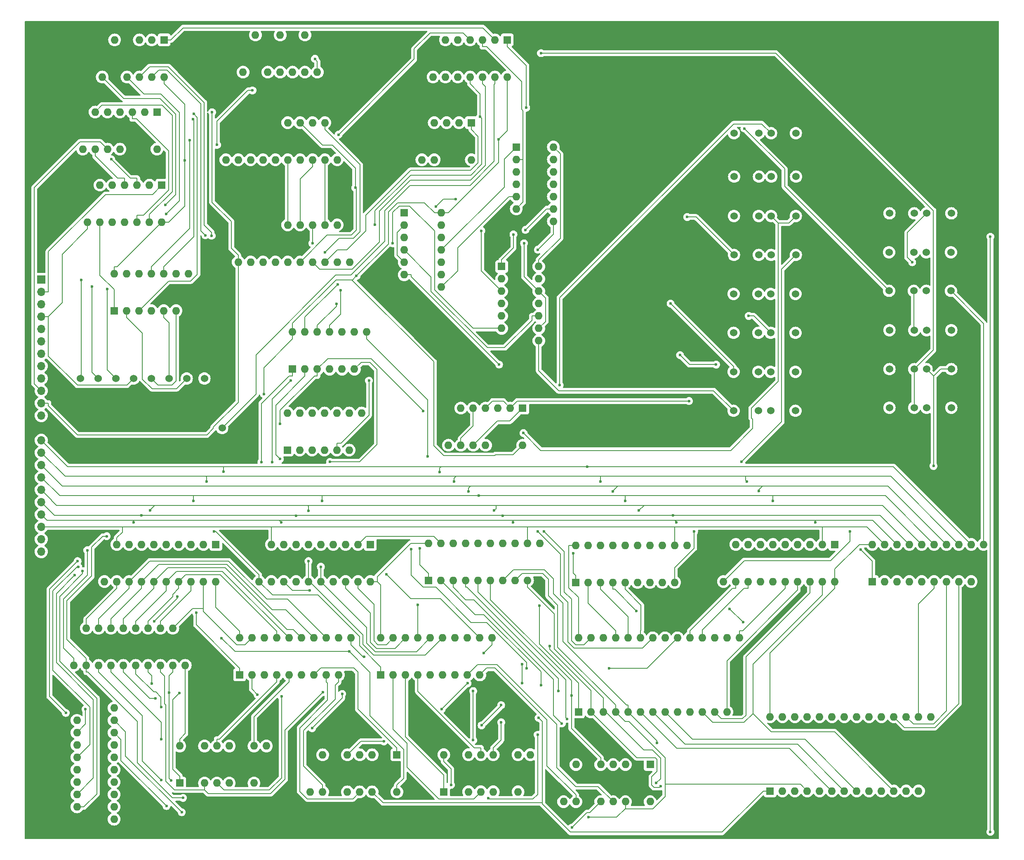
<source format=gbr>
%TF.GenerationSoftware,KiCad,Pcbnew,8.0.2-1*%
%TF.CreationDate,2024-08-10T13:00:32-04:00*%
%TF.ProjectId,gpram,67707261-6d2e-46b6-9963-61645f706362,rev?*%
%TF.SameCoordinates,Original*%
%TF.FileFunction,Copper,L2,Bot*%
%TF.FilePolarity,Positive*%
%FSLAX46Y46*%
G04 Gerber Fmt 4.6, Leading zero omitted, Abs format (unit mm)*
G04 Created by KiCad (PCBNEW 8.0.2-1) date 2024-08-10 13:00:32*
%MOMM*%
%LPD*%
G01*
G04 APERTURE LIST*
%TA.AperFunction,ComponentPad*%
%ADD10R,1.600000X1.600000*%
%TD*%
%TA.AperFunction,ComponentPad*%
%ADD11O,1.600000X1.600000*%
%TD*%
%TA.AperFunction,ComponentPad*%
%ADD12C,1.524000*%
%TD*%
%TA.AperFunction,ComponentPad*%
%ADD13R,1.700000X1.700000*%
%TD*%
%TA.AperFunction,ComponentPad*%
%ADD14O,1.700000X1.700000*%
%TD*%
%TA.AperFunction,ViaPad*%
%ADD15C,0.600000*%
%TD*%
%TA.AperFunction,Conductor*%
%ADD16C,0.200000*%
%TD*%
G04 APERTURE END LIST*
D10*
%TO.P,U47,1,I0*%
%TO.N,Net-(U1-GND)*%
X429540000Y-287380000D03*
D11*
%TO.P,U47,2,O0*%
%TO.N,unconnected-(U47-O0-Pad2)*%
X427000000Y-287380000D03*
%TO.P,U47,3,I1*%
%TO.N,Net-(U1-GND)*%
X424460000Y-287380000D03*
%TO.P,U47,4,O1*%
%TO.N,unconnected-(U47-O1-Pad4)*%
X421920000Y-287380000D03*
%TO.P,U47,5,I2*%
%TO.N,Net-(U1-GND)*%
X419380000Y-287380000D03*
%TO.P,U47,6,O2*%
%TO.N,unconnected-(U47-O2-Pad6)*%
X416840000Y-287380000D03*
%TO.P,U47,7,GND*%
%TO.N,Net-(U1-GND)*%
X414300000Y-287380000D03*
%TO.P,U47,8,03*%
%TO.N,unconnected-(U47-03-Pad8)*%
X414300000Y-295000000D03*
%TO.P,U47,9,I3*%
%TO.N,Net-(U1-GND)*%
X416840000Y-295000000D03*
%TO.P,U47,10,O4*%
%TO.N,Net-(U46-1A)*%
X419380000Y-295000000D03*
%TO.P,U47,11,I4*%
%TO.N,Net-(U1-CLK_A)*%
X421920000Y-295000000D03*
%TO.P,U47,12,O5*%
%TO.N,Net-(U46-2A)*%
X424460000Y-295000000D03*
%TO.P,U47,13,I5*%
%TO.N,Net-(U1-CLK_B)*%
X427000000Y-295000000D03*
%TO.P,U47,14,V+*%
%TO.N,Net-(U1-V+)*%
X429540000Y-295000000D03*
%TD*%
D10*
%TO.P,U46,1,1A*%
%TO.N,Net-(U46-1A)*%
X396625000Y-303200000D03*
D11*
%TO.P,U46,2,1B*%
%TO.N,Net-(U41-Q0)*%
X394085000Y-303200000D03*
%TO.P,U46,3,1Q*%
%TO.N,Net-(U44-3A)*%
X391545000Y-303200000D03*
%TO.P,U46,4,2A*%
%TO.N,Net-(U46-2A)*%
X389005000Y-303200000D03*
%TO.P,U46,5,2B*%
%TO.N,Net-(U39-D3)*%
X386465000Y-303200000D03*
%TO.P,U46,6,2Q*%
%TO.N,Net-(U44-3B)*%
X383925000Y-303200000D03*
%TO.P,U46,7,GND*%
%TO.N,Net-(U1-GND)*%
X381385000Y-303200000D03*
%TO.P,U46,8,4Q*%
%TO.N,Net-(U4-0CLK)*%
X381385000Y-310820000D03*
%TO.P,U46,9,4B*%
%TO.N,Net-(U44-Q1)*%
X383925000Y-310820000D03*
%TO.P,U46,10,4A*%
%TO.N,Net-(U1-CLK_A)*%
X386465000Y-310820000D03*
%TO.P,U46,11,3Q*%
%TO.N,unconnected-(U46-3Q-Pad11)*%
X389005000Y-310820000D03*
%TO.P,U46,12,3B*%
%TO.N,Net-(U1-GND)*%
X391545000Y-310820000D03*
%TO.P,U46,13,3A*%
X394085000Y-310820000D03*
%TO.P,U46,14,V+*%
%TO.N,Net-(U1-V+)*%
X396625000Y-310820000D03*
%TD*%
D10*
%TO.P,U44,1,0A*%
%TO.N,Net-(U1-READ_1)*%
X397625000Y-318200000D03*
D11*
%TO.P,U44,2,0B*%
%TO.N,Net-(U1-WRITE_1)*%
X395085000Y-318200000D03*
%TO.P,U44,3,Q0*%
%TO.N,Net-(U4-0D)*%
X392545000Y-318200000D03*
%TO.P,U44,4,Q1*%
%TO.N,Net-(U44-Q1)*%
X390005000Y-318200000D03*
%TO.P,U44,5,1A*%
%TO.N,Net-(U35-Q3)*%
X387465000Y-318200000D03*
%TO.P,U44,6,1B*%
%TO.N,Net-(U39-D1)*%
X384925000Y-318200000D03*
%TO.P,U44,7,GND*%
%TO.N,Net-(U1-GND)*%
X382385000Y-318200000D03*
%TO.P,U44,8,2A*%
%TO.N,Net-(U1-READ_3)*%
X382385000Y-325820000D03*
%TO.P,U44,9,2B*%
%TO.N,Net-(U41-0A)*%
X384925000Y-325820000D03*
%TO.P,U44,10,Q2*%
%TO.N,Net-(U4-1D)*%
X387465000Y-325820000D03*
%TO.P,U44,11,Q3*%
%TO.N,Net-(U4-1CLK)*%
X390005000Y-325820000D03*
%TO.P,U44,12,3A*%
%TO.N,Net-(U44-3A)*%
X392545000Y-325820000D03*
%TO.P,U44,13,3B*%
%TO.N,Net-(U44-3B)*%
X395085000Y-325820000D03*
%TO.P,U44,14,V+*%
%TO.N,Net-(U1-V+)*%
X397625000Y-325820000D03*
%TD*%
D12*
%TO.P,U43,1,IN*%
%TO.N,Net-(U35-Q3)*%
X515080000Y-307540000D03*
X520160000Y-307540000D03*
%TO.P,U43,2,GND*%
%TO.N,Net-(U1-GND)*%
X515080000Y-310080000D03*
X517620000Y-310080000D03*
%TO.P,U43,3,OUT*%
%TO.N,Net-(U1-READ_READY)*%
X522700000Y-307540000D03*
X527780000Y-307540000D03*
%TD*%
D10*
%TO.P,U42,1,1A*%
%TO.N,Net-(U19-IN)*%
X467380000Y-334920000D03*
D11*
%TO.P,U42,2,1B*%
%TO.N,Net-(U34-O5)*%
X467380000Y-337460000D03*
%TO.P,U42,3,1Q*%
%TO.N,Net-(U40-D0)*%
X467380000Y-340000000D03*
%TO.P,U42,4,2A*%
%TO.N,Net-(U41-Q0)*%
X467380000Y-342540000D03*
%TO.P,U42,5,2B*%
%TO.N,Net-(U34-O4)*%
X467380000Y-345080000D03*
%TO.P,U42,6,2Q*%
%TO.N,Net-(U40-D2)*%
X467380000Y-347620000D03*
%TO.P,U42,7,GND*%
%TO.N,Net-(U1-GND)*%
X467380000Y-350160000D03*
%TO.P,U42,8,4Q*%
%TO.N,Net-(U33-IN)*%
X475000000Y-350160000D03*
%TO.P,U42,9,4B*%
%TO.N,Net-(U39-Q3)*%
X475000000Y-347620000D03*
%TO.P,U42,10,4A*%
%TO.N,Net-(U36-2A)*%
X475000000Y-345080000D03*
%TO.P,U42,11,3Q*%
%TO.N,Net-(U32-IN)*%
X475000000Y-342540000D03*
%TO.P,U42,12,3B*%
%TO.N,Net-(U39-Q3)*%
X475000000Y-340000000D03*
%TO.P,U42,13,3A*%
%TO.N,Net-(U36-1A)*%
X475000000Y-337460000D03*
%TO.P,U42,14,V+*%
%TO.N,Net-(U1-V+)*%
X475000000Y-334920000D03*
%TD*%
D10*
%TO.P,U41,1,0A*%
%TO.N,Net-(U41-0A)*%
X387840000Y-344000000D03*
D11*
%TO.P,U41,2,0B*%
%TO.N,Net-(U41-0B)*%
X390380000Y-344000000D03*
%TO.P,U41,3,Q0*%
%TO.N,Net-(U41-Q0)*%
X392920000Y-344000000D03*
%TO.P,U41,4,Q1*%
%TO.N,Net-(U19-IN)*%
X395460000Y-344000000D03*
%TO.P,U41,5,1A*%
%TO.N,Net-(U1-WRITE_1)*%
X398000000Y-344000000D03*
%TO.P,U41,6,1B*%
%TO.N,Net-(U1-WRITE_0)*%
X400540000Y-344000000D03*
%TO.P,U41,7,GND*%
%TO.N,Net-(U1-GND)*%
X403080000Y-344000000D03*
%TO.P,U41,8,2A*%
%TO.N,Net-(U1-READ_3)*%
X403080000Y-336380000D03*
%TO.P,U41,9,2B*%
%TO.N,Net-(U1-READ_2)*%
X400540000Y-336380000D03*
%TO.P,U41,10,Q2*%
%TO.N,Net-(U39-D3)*%
X398000000Y-336380000D03*
%TO.P,U41,11,Q3*%
%TO.N,Net-(U39-D1)*%
X395460000Y-336380000D03*
%TO.P,U41,12,3A*%
%TO.N,Net-(U1-READ_1)*%
X392920000Y-336380000D03*
%TO.P,U41,13,3B*%
%TO.N,Net-(U1-READ_0)*%
X390380000Y-336380000D03*
%TO.P,U41,14,V+*%
%TO.N,Net-(U1-V+)*%
X387840000Y-336380000D03*
%TD*%
D10*
%TO.P,U40,1,OE#*%
%TO.N,Net-(U1-GND)*%
X436160000Y-326380000D03*
D11*
%TO.P,U40,2,D0*%
%TO.N,Net-(U40-D0)*%
X433620000Y-326380000D03*
%TO.P,U40,3,D1*%
%TO.N,Net-(U35-2A)*%
X431080000Y-326380000D03*
%TO.P,U40,4,D2*%
%TO.N,Net-(U40-D2)*%
X428540000Y-326380000D03*
%TO.P,U40,5,D3*%
%TO.N,Net-(U22-IN)*%
X426000000Y-326380000D03*
%TO.P,U40,6,D4*%
%TO.N,Net-(U39-Q3)*%
X423460000Y-326380000D03*
%TO.P,U40,7,D5*%
%TO.N,Net-(U1-GND)*%
X420920000Y-326380000D03*
%TO.P,U40,8,D6*%
X418380000Y-326380000D03*
%TO.P,U40,9,D7*%
X415840000Y-326380000D03*
%TO.P,U40,10,GND*%
X413300000Y-326380000D03*
%TO.P,U40,11,CLK*%
%TO.N,Net-(U1-CLK_B)*%
X413300000Y-334000000D03*
%TO.P,U40,12,Q7*%
%TO.N,unconnected-(U40-Q7-Pad12)*%
X415840000Y-334000000D03*
%TO.P,U40,13,Q6*%
%TO.N,unconnected-(U40-Q6-Pad13)*%
X418380000Y-334000000D03*
%TO.P,U40,14,Q5*%
%TO.N,unconnected-(U40-Q5-Pad14)*%
X420920000Y-334000000D03*
%TO.P,U40,15,Q4*%
%TO.N,Net-(U36-3A)*%
X423460000Y-334000000D03*
%TO.P,U40,16,Q3*%
%TO.N,Net-(U35-2B)*%
X426000000Y-334000000D03*
%TO.P,U40,17,Q2*%
%TO.N,Net-(U34-I4)*%
X428540000Y-334000000D03*
%TO.P,U40,18,Q1*%
%TO.N,Net-(U38-0A)*%
X431080000Y-334000000D03*
%TO.P,U40,19,Q0*%
%TO.N,Net-(U34-I5)*%
X433620000Y-334000000D03*
%TO.P,U40,20,V+*%
%TO.N,Net-(U1-V+)*%
X436160000Y-334000000D03*
%TD*%
D10*
%TO.P,U39,1,OE#*%
%TO.N,Net-(U1-GND)*%
X433620000Y-305380000D03*
D11*
%TO.P,U39,2,D0*%
%TO.N,Net-(U34-I5)*%
X431080000Y-305380000D03*
%TO.P,U39,3,D1*%
%TO.N,Net-(U39-D1)*%
X428540000Y-305380000D03*
%TO.P,U39,4,D2*%
%TO.N,Net-(U35-2B)*%
X426000000Y-305380000D03*
%TO.P,U39,5,D3*%
%TO.N,Net-(U39-D3)*%
X423460000Y-305380000D03*
%TO.P,U39,6,D4*%
%TO.N,Net-(U1-GND)*%
X420920000Y-305380000D03*
%TO.P,U39,7,D5*%
X418380000Y-305380000D03*
%TO.P,U39,8,D6*%
X415840000Y-305380000D03*
%TO.P,U39,9,D7*%
X413300000Y-305380000D03*
%TO.P,U39,10,GND*%
X410760000Y-305380000D03*
%TO.P,U39,11,CLK*%
%TO.N,Net-(U1-CLK_A)*%
X410760000Y-313000000D03*
%TO.P,U39,12,Q7*%
%TO.N,unconnected-(U39-Q7-Pad12)*%
X413300000Y-313000000D03*
%TO.P,U39,13,Q6*%
%TO.N,unconnected-(U39-Q6-Pad13)*%
X415840000Y-313000000D03*
%TO.P,U39,14,Q5*%
%TO.N,unconnected-(U39-Q5-Pad14)*%
X418380000Y-313000000D03*
%TO.P,U39,15,Q4*%
%TO.N,unconnected-(U39-Q4-Pad15)*%
X420920000Y-313000000D03*
%TO.P,U39,16,Q3*%
%TO.N,Net-(U39-Q3)*%
X423460000Y-313000000D03*
%TO.P,U39,17,Q2*%
%TO.N,Net-(U38-0B)*%
X426000000Y-313000000D03*
%TO.P,U39,18,Q1*%
%TO.N,Net-(U22-IN)*%
X428540000Y-313000000D03*
%TO.P,U39,19,Q0*%
%TO.N,Net-(U35-2A)*%
X431080000Y-313000000D03*
%TO.P,U39,20,V+*%
%TO.N,Net-(U1-V+)*%
X433620000Y-313000000D03*
%TD*%
D10*
%TO.P,U38,1,0A*%
%TO.N,Net-(U38-0A)*%
X461160000Y-305380000D03*
D11*
%TO.P,U38,2,0B*%
%TO.N,Net-(U38-0B)*%
X458620000Y-305380000D03*
%TO.P,U38,3,Q0*%
%TO.N,Net-(U37-1A)*%
X456080000Y-305380000D03*
%TO.P,U38,4,Q1*%
%TO.N,unconnected-(U38-Q1-Pad4)*%
X453540000Y-305380000D03*
%TO.P,U38,5,1A*%
%TO.N,Net-(U1-GND)*%
X451000000Y-305380000D03*
%TO.P,U38,6,1B*%
X448460000Y-305380000D03*
%TO.P,U38,7,GND*%
X445920000Y-305380000D03*
%TO.P,U38,8,2A*%
X445920000Y-313000000D03*
%TO.P,U38,9,2B*%
X448460000Y-313000000D03*
%TO.P,U38,10,Q2*%
%TO.N,unconnected-(U38-Q2-Pad10)*%
X451000000Y-313000000D03*
%TO.P,U38,11,Q3*%
%TO.N,unconnected-(U38-Q3-Pad11)*%
X453540000Y-313000000D03*
%TO.P,U38,12,3A*%
%TO.N,Net-(U1-GND)*%
X456080000Y-313000000D03*
%TO.P,U38,13,3B*%
X458620000Y-313000000D03*
%TO.P,U38,14,V+*%
%TO.N,Net-(U1-V+)*%
X461160000Y-313000000D03*
%TD*%
D10*
%TO.P,U37,1,1A*%
%TO.N,Net-(U37-1A)*%
X468540000Y-288380000D03*
D11*
%TO.P,U37,2,1B*%
%TO.N,Net-(U37-1B)*%
X466000000Y-288380000D03*
%TO.P,U37,3,1Q*%
%TO.N,Net-(U35-0B)*%
X463460000Y-288380000D03*
%TO.P,U37,4,2A*%
%TO.N,Net-(U22-IN)*%
X460920000Y-288380000D03*
%TO.P,U37,5,2B*%
%TO.N,Net-(U1-CLK_B)*%
X458380000Y-288380000D03*
%TO.P,U37,6,2Q*%
%TO.N,Net-(U18-IN)*%
X455840000Y-288380000D03*
%TO.P,U37,7,GND*%
%TO.N,Net-(U1-GND)*%
X453300000Y-288380000D03*
%TO.P,U37,8,4Q*%
%TO.N,Net-(U20-IN)*%
X453300000Y-296000000D03*
%TO.P,U37,9,4B*%
%TO.N,Net-(U34-I5)*%
X455840000Y-296000000D03*
%TO.P,U37,10,4A*%
%TO.N,Net-(U1-ENABLE)*%
X458380000Y-296000000D03*
%TO.P,U37,11,3Q*%
%TO.N,Net-(U35-3B)*%
X460920000Y-296000000D03*
%TO.P,U37,12,3B*%
%TO.N,Net-(U34-I4)*%
X463460000Y-296000000D03*
%TO.P,U37,13,3A*%
%TO.N,Net-(U1-ENABLE)*%
X466000000Y-296000000D03*
%TO.P,U37,14,V+*%
%TO.N,Net-(U1-V+)*%
X468540000Y-296000000D03*
%TD*%
D10*
%TO.P,U36,1,1A*%
%TO.N,Net-(U36-1A)*%
X447380000Y-323920000D03*
D11*
%TO.P,U36,2,1B*%
%TO.N,Net-(U35-3B)*%
X447380000Y-326460000D03*
%TO.P,U36,3,1Q*%
%TO.N,Net-(U30-IN)*%
X447380000Y-329000000D03*
%TO.P,U36,4,2A*%
%TO.N,Net-(U36-2A)*%
X447380000Y-331540000D03*
%TO.P,U36,5,2B*%
%TO.N,Net-(U35-3B)*%
X447380000Y-334080000D03*
%TO.P,U36,6,2Q*%
%TO.N,Net-(U31-IN)*%
X447380000Y-336620000D03*
%TO.P,U36,7,GND*%
%TO.N,Net-(U1-GND)*%
X447380000Y-339160000D03*
%TO.P,U36,8,4Q*%
%TO.N,Net-(U35-1A)*%
X455000000Y-339160000D03*
%TO.P,U36,9,4B*%
%TO.N,Net-(U33-IN)*%
X455000000Y-336620000D03*
%TO.P,U36,10,4A*%
%TO.N,Net-(U36-3A)*%
X455000000Y-334080000D03*
%TO.P,U36,11,3Q*%
%TO.N,Net-(U35-0A)*%
X455000000Y-331540000D03*
%TO.P,U36,12,3B*%
%TO.N,Net-(U32-IN)*%
X455000000Y-329000000D03*
%TO.P,U36,13,3A*%
%TO.N,Net-(U36-3A)*%
X455000000Y-326460000D03*
%TO.P,U36,14,V+*%
%TO.N,Net-(U1-V+)*%
X455000000Y-323920000D03*
%TD*%
D10*
%TO.P,U35,1,0A*%
%TO.N,Net-(U35-0A)*%
X470380000Y-310380000D03*
D11*
%TO.P,U35,2,0B*%
%TO.N,Net-(U35-0B)*%
X470380000Y-312920000D03*
%TO.P,U35,3,Q0*%
%TO.N,Net-(U27-IN)*%
X470380000Y-315460000D03*
%TO.P,U35,4,Q1*%
%TO.N,Net-(U28-IN)*%
X470380000Y-318000000D03*
%TO.P,U35,5,1A*%
%TO.N,Net-(U35-1A)*%
X470380000Y-320540000D03*
%TO.P,U35,6,1B*%
%TO.N,Net-(U35-0B)*%
X470380000Y-323080000D03*
%TO.P,U35,7,GND*%
%TO.N,Net-(U1-GND)*%
X470380000Y-325620000D03*
%TO.P,U35,8,2A*%
%TO.N,Net-(U35-2A)*%
X478000000Y-325620000D03*
%TO.P,U35,9,2B*%
%TO.N,Net-(U35-2B)*%
X478000000Y-323080000D03*
%TO.P,U35,10,Q2*%
%TO.N,Net-(U29-IN)*%
X478000000Y-320540000D03*
%TO.P,U35,11,Q3*%
%TO.N,Net-(U35-Q3)*%
X478000000Y-318000000D03*
%TO.P,U35,12,3A*%
%TO.N,Net-(U34-I5)*%
X478000000Y-315460000D03*
%TO.P,U35,13,3B*%
%TO.N,Net-(U35-3B)*%
X478000000Y-312920000D03*
%TO.P,U35,14,V+*%
%TO.N,Net-(U1-V+)*%
X478000000Y-310380000D03*
%TD*%
D10*
%TO.P,U34,1,I0*%
%TO.N,Net-(U14-CLK)*%
X424460000Y-356000000D03*
D11*
%TO.P,U34,2,O0*%
%TO.N,Net-(U14-OE#)*%
X427000000Y-356000000D03*
%TO.P,U34,3,I1*%
%TO.N,Net-(U13-OE#)*%
X429540000Y-356000000D03*
%TO.P,U34,4,O1*%
%TO.N,Net-(U15-OE#)*%
X432080000Y-356000000D03*
%TO.P,U34,5,I2*%
%TO.N,Net-(U30-OUT)*%
X434620000Y-356000000D03*
%TO.P,U34,6,O2*%
%TO.N,Net-(U3-OE#)*%
X437160000Y-356000000D03*
%TO.P,U34,7,GND*%
%TO.N,Net-(U1-GND)*%
X439700000Y-356000000D03*
%TO.P,U34,8,03*%
%TO.N,Net-(U16-OE#)*%
X439700000Y-348380000D03*
%TO.P,U34,9,I3*%
%TO.N,Net-(U31-OUT)*%
X437160000Y-348380000D03*
%TO.P,U34,10,O4*%
%TO.N,Net-(U34-O4)*%
X434620000Y-348380000D03*
%TO.P,U34,11,I4*%
%TO.N,Net-(U34-I4)*%
X432080000Y-348380000D03*
%TO.P,U34,12,O5*%
%TO.N,Net-(U34-O5)*%
X429540000Y-348380000D03*
%TO.P,U34,13,I5*%
%TO.N,Net-(U34-I5)*%
X427000000Y-348380000D03*
%TO.P,U34,14,V+*%
%TO.N,Net-(U1-V+)*%
X424460000Y-348380000D03*
%TD*%
D12*
%TO.P,U33,1,IN*%
%TO.N,Net-(U33-IN)*%
X515000000Y-364540000D03*
X520080000Y-364540000D03*
%TO.P,U33,2,GND*%
%TO.N,Net-(U1-GND)*%
X515000000Y-367080000D03*
X517540000Y-367080000D03*
%TO.P,U33,3,OUT*%
%TO.N,Net-(U13-OE#)*%
X522620000Y-364540000D03*
X527700000Y-364540000D03*
%TD*%
%TO.P,U32,1,IN*%
%TO.N,Net-(U32-IN)*%
X515000000Y-356540000D03*
X520080000Y-356540000D03*
%TO.P,U32,2,GND*%
%TO.N,Net-(U1-GND)*%
X515000000Y-359080000D03*
X517540000Y-359080000D03*
%TO.P,U32,3,OUT*%
%TO.N,Net-(U14-CLK)*%
X522620000Y-356540000D03*
X527700000Y-356540000D03*
%TD*%
%TO.P,U31,1,IN*%
%TO.N,Net-(U31-IN)*%
X515000000Y-348540000D03*
X520080000Y-348540000D03*
%TO.P,U31,2,GND*%
%TO.N,Net-(U1-GND)*%
X515000000Y-351080000D03*
X517540000Y-351080000D03*
%TO.P,U31,3,OUT*%
%TO.N,Net-(U31-OUT)*%
X522620000Y-348540000D03*
X527700000Y-348540000D03*
%TD*%
%TO.P,U30,1,IN*%
%TO.N,Net-(U30-IN)*%
X515000000Y-340540000D03*
X520080000Y-340540000D03*
%TO.P,U30,2,GND*%
%TO.N,Net-(U1-GND)*%
X515000000Y-343080000D03*
X517540000Y-343080000D03*
%TO.P,U30,3,OUT*%
%TO.N,Net-(U30-OUT)*%
X522620000Y-340540000D03*
X527700000Y-340540000D03*
%TD*%
%TO.P,U29,1,IN*%
%TO.N,Net-(U29-IN)*%
X515080000Y-332540000D03*
X520160000Y-332540000D03*
%TO.P,U29,2,GND*%
%TO.N,Net-(U1-GND)*%
X515080000Y-335080000D03*
X517620000Y-335080000D03*
%TO.P,U29,3,OUT*%
%TO.N,Net-(U13-CLK)*%
X522700000Y-332540000D03*
X527780000Y-332540000D03*
%TD*%
%TO.P,U28,1,IN*%
%TO.N,Net-(U28-IN)*%
X515080000Y-324540000D03*
X520160000Y-324540000D03*
%TO.P,U28,2,GND*%
%TO.N,Net-(U1-GND)*%
X515080000Y-327080000D03*
X517620000Y-327080000D03*
%TO.P,U28,3,OUT*%
%TO.N,Net-(U10-CLK)*%
X522700000Y-324540000D03*
X527780000Y-324540000D03*
%TD*%
%TO.P,U27,1,IN*%
%TO.N,Net-(U27-IN)*%
X515126000Y-316460000D03*
X520206000Y-316460000D03*
%TO.P,U27,2,GND*%
%TO.N,Net-(U1-GND)*%
X515126000Y-319000000D03*
X517666000Y-319000000D03*
%TO.P,U27,3,OUT*%
%TO.N,Net-(U27-OUT)*%
X522746000Y-316460000D03*
X527826000Y-316460000D03*
%TD*%
D10*
%TO.P,U26,1,OE#*%
%TO.N,Net-(U26-OE#)*%
X543460000Y-399620000D03*
D11*
%TO.P,U26,2,D0*%
%TO.N,Net-(U17-D0)*%
X546000000Y-399620000D03*
%TO.P,U26,3,D1*%
%TO.N,Net-(U17-D1)*%
X548540000Y-399620000D03*
%TO.P,U26,4,D2*%
%TO.N,Net-(U17-D2)*%
X551080000Y-399620000D03*
%TO.P,U26,5,D3*%
%TO.N,Net-(U17-D3)*%
X553620000Y-399620000D03*
%TO.P,U26,6,D4*%
%TO.N,Net-(U17-D4)*%
X556160000Y-399620000D03*
%TO.P,U26,7,D5*%
%TO.N,Net-(U17-D5)*%
X558700000Y-399620000D03*
%TO.P,U26,8,D6*%
%TO.N,Net-(U17-D6)*%
X561240000Y-399620000D03*
%TO.P,U26,9,D7*%
%TO.N,Net-(U17-D7)*%
X563780000Y-399620000D03*
%TO.P,U26,10,GND*%
%TO.N,Net-(U1-GND)*%
X566320000Y-399620000D03*
%TO.P,U26,11,CLK*%
%TO.N,Net-(U20-OUT)*%
X566320000Y-392000000D03*
%TO.P,U26,12,Q7*%
%TO.N,Net-(U1-D0)*%
X563780000Y-392000000D03*
%TO.P,U26,13,Q6*%
%TO.N,Net-(U1-D1)*%
X561240000Y-392000000D03*
%TO.P,U26,14,Q5*%
%TO.N,Net-(U1-D2)*%
X558700000Y-392000000D03*
%TO.P,U26,15,Q4*%
%TO.N,Net-(U1-D3)*%
X556160000Y-392000000D03*
%TO.P,U26,16,Q3*%
%TO.N,Net-(U1-D4)*%
X553620000Y-392000000D03*
%TO.P,U26,17,Q2*%
%TO.N,Net-(U1-D5)*%
X551080000Y-392000000D03*
%TO.P,U26,18,Q1*%
%TO.N,Net-(U1-D6)*%
X548540000Y-392000000D03*
%TO.P,U26,19,Q0*%
%TO.N,Net-(U1-D7)*%
X546000000Y-392000000D03*
%TO.P,U26,20,V+*%
%TO.N,Net-(U1-V+)*%
X543460000Y-392000000D03*
%TD*%
D10*
%TO.P,U25,1,OE#*%
%TO.N,Net-(U25-OE#)*%
X535780000Y-392000000D03*
D11*
%TO.P,U25,2,D0*%
%TO.N,Net-(U1-D7)*%
X533240000Y-392000000D03*
%TO.P,U25,3,D1*%
%TO.N,Net-(U1-D6)*%
X530700000Y-392000000D03*
%TO.P,U25,4,D2*%
%TO.N,Net-(U1-D5)*%
X528160000Y-392000000D03*
%TO.P,U25,5,D3*%
%TO.N,Net-(U1-D4)*%
X525620000Y-392000000D03*
%TO.P,U25,6,D4*%
%TO.N,Net-(U1-D3)*%
X523080000Y-392000000D03*
%TO.P,U25,7,D5*%
%TO.N,Net-(U1-D2)*%
X520540000Y-392000000D03*
%TO.P,U25,8,D6*%
%TO.N,Net-(U1-D1)*%
X518000000Y-392000000D03*
%TO.P,U25,9,D7*%
%TO.N,Net-(U1-D0)*%
X515460000Y-392000000D03*
%TO.P,U25,10,GND*%
%TO.N,Net-(U1-GND)*%
X512920000Y-392000000D03*
%TO.P,U25,11,CLK*%
%TO.N,Net-(U22-OUT)*%
X512920000Y-399620000D03*
%TO.P,U25,12,Q7*%
%TO.N,Net-(U17-D7)*%
X515460000Y-399620000D03*
%TO.P,U25,13,Q6*%
%TO.N,Net-(U17-D6)*%
X518000000Y-399620000D03*
%TO.P,U25,14,Q5*%
%TO.N,Net-(U17-D5)*%
X520540000Y-399620000D03*
%TO.P,U25,15,Q4*%
%TO.N,Net-(U17-D4)*%
X523080000Y-399620000D03*
%TO.P,U25,16,Q3*%
%TO.N,Net-(U17-D3)*%
X525620000Y-399620000D03*
%TO.P,U25,17,Q2*%
%TO.N,Net-(U17-D2)*%
X528160000Y-399620000D03*
%TO.P,U25,18,Q1*%
%TO.N,Net-(U17-D1)*%
X530700000Y-399620000D03*
%TO.P,U25,19,Q0*%
%TO.N,Net-(U17-D0)*%
X533240000Y-399620000D03*
%TO.P,U25,20,V+*%
%TO.N,Net-(U1-V+)*%
X535780000Y-399620000D03*
%TD*%
D10*
%TO.P,U24,1,1A*%
%TO.N,Net-(U19-OUT)*%
X471700000Y-364000000D03*
D11*
%TO.P,U24,2,1B*%
%TO.N,Net-(U23-OUT)*%
X469160000Y-364000000D03*
%TO.P,U24,3,1Q*%
%TO.N,Net-(U1-FAULT)*%
X466620000Y-364000000D03*
%TO.P,U24,4,2A*%
%TO.N,Net-(U23-OUT)*%
X464080000Y-364000000D03*
%TO.P,U24,5,2B*%
%TO.N,Net-(U24-2B)*%
X461540000Y-364000000D03*
%TO.P,U24,6,2Q*%
%TO.N,Net-(U24-2Q)*%
X459000000Y-364000000D03*
%TO.P,U24,7,GND*%
%TO.N,Net-(U1-GND)*%
X456460000Y-364000000D03*
%TO.P,U24,8,4Q*%
%TO.N,Net-(U24-4Q)*%
X456460000Y-371620000D03*
%TO.P,U24,9,4B*%
%TO.N,Net-(U24-2B)*%
X459000000Y-371620000D03*
%TO.P,U24,10,4A*%
%TO.N,Net-(U19-OUT)*%
X461540000Y-371620000D03*
%TO.P,U24,11,3Q*%
%TO.N,unconnected-(U24-3Q-Pad11)*%
X464080000Y-371620000D03*
%TO.P,U24,12,3B*%
%TO.N,Net-(U1-GND)*%
X466620000Y-371620000D03*
%TO.P,U24,13,3A*%
X469160000Y-371620000D03*
%TO.P,U24,14,V+*%
%TO.N,Net-(U1-V+)*%
X471700000Y-371620000D03*
%TD*%
D12*
%TO.P,U23,1,IN*%
%TO.N,Net-(U22-IN)*%
X547000000Y-363920000D03*
X552080000Y-363920000D03*
%TO.P,U23,2,GND*%
%TO.N,Net-(U1-GND)*%
X547000000Y-366460000D03*
X549540000Y-366460000D03*
%TO.P,U23,3,OUT*%
%TO.N,Net-(U23-OUT)*%
X554620000Y-363920000D03*
X559700000Y-363920000D03*
%TD*%
%TO.P,U22,1,IN*%
%TO.N,Net-(U22-IN)*%
X547000000Y-356000000D03*
X552080000Y-356000000D03*
%TO.P,U22,2,GND*%
%TO.N,Net-(U1-GND)*%
X547000000Y-358540000D03*
X549540000Y-358540000D03*
%TO.P,U22,3,OUT*%
%TO.N,Net-(U22-OUT)*%
X554620000Y-356000000D03*
X559700000Y-356000000D03*
%TD*%
%TO.P,U21,1,IN*%
%TO.N,Net-(U20-IN)*%
X547000000Y-348000000D03*
X552080000Y-348000000D03*
%TO.P,U21,2,GND*%
%TO.N,Net-(U1-GND)*%
X547000000Y-350540000D03*
X549540000Y-350540000D03*
%TO.P,U21,3,OUT*%
%TO.N,Net-(U21-OUT)*%
X554620000Y-348000000D03*
X559700000Y-348000000D03*
%TD*%
%TO.P,U20,1,IN*%
%TO.N,Net-(U20-IN)*%
X546920000Y-339920000D03*
X552000000Y-339920000D03*
%TO.P,U20,2,GND*%
%TO.N,Net-(U1-GND)*%
X546920000Y-342460000D03*
X549460000Y-342460000D03*
%TO.P,U20,3,OUT*%
%TO.N,Net-(U20-OUT)*%
X554540000Y-339920000D03*
X559620000Y-339920000D03*
%TD*%
%TO.P,U19,1,IN*%
%TO.N,Net-(U19-IN)*%
X546920000Y-332000000D03*
X552000000Y-332000000D03*
%TO.P,U19,2,GND*%
%TO.N,Net-(U1-GND)*%
X546920000Y-334540000D03*
X549460000Y-334540000D03*
%TO.P,U19,3,OUT*%
%TO.N,Net-(U19-OUT)*%
X554540000Y-332000000D03*
X559620000Y-332000000D03*
%TD*%
%TO.P,U18,1,IN*%
%TO.N,Net-(U18-IN)*%
X547000000Y-324000000D03*
X552080000Y-324000000D03*
%TO.P,U18,2,GND*%
%TO.N,Net-(U1-GND)*%
X547000000Y-326540000D03*
X549540000Y-326540000D03*
%TO.P,U18,3,OUT*%
%TO.N,Net-(U18-OUT)*%
X554620000Y-324000000D03*
X559700000Y-324000000D03*
%TD*%
D10*
%TO.P,U17,1,A14*%
%TO.N,Net-(U10-Q6)*%
X483160000Y-426405000D03*
D11*
%TO.P,U17,2,A12*%
%TO.N,Net-(U10-Q4)*%
X485700000Y-426405000D03*
%TO.P,U17,3,A7*%
%TO.N,Net-(U17-A7)*%
X488240000Y-426405000D03*
%TO.P,U17,4,A6*%
%TO.N,Net-(U17-A6)*%
X490780000Y-426405000D03*
%TO.P,U17,5,A5*%
%TO.N,Net-(U17-A5)*%
X493320000Y-426405000D03*
%TO.P,U17,6,A4*%
%TO.N,Net-(U17-A4)*%
X495860000Y-426405000D03*
%TO.P,U17,7,A3*%
%TO.N,Net-(U17-A3)*%
X498400000Y-426405000D03*
%TO.P,U17,8,A2*%
%TO.N,Net-(U17-A2)*%
X500940000Y-426405000D03*
%TO.P,U17,9,A1*%
%TO.N,Net-(U17-A1)*%
X503480000Y-426405000D03*
%TO.P,U17,10,A0*%
%TO.N,Net-(U17-A0)*%
X506020000Y-426405000D03*
%TO.P,U17,11,D0*%
%TO.N,Net-(U17-D0)*%
X508560000Y-426405000D03*
%TO.P,U17,12,D1*%
%TO.N,Net-(U17-D1)*%
X511100000Y-426405000D03*
%TO.P,U17,13,D2*%
%TO.N,Net-(U17-D2)*%
X513640000Y-426405000D03*
%TO.P,U17,14,GND*%
%TO.N,Net-(U1-GND)*%
X516180000Y-426405000D03*
%TO.P,U17,15,D3*%
%TO.N,Net-(U17-D3)*%
X516180000Y-411165000D03*
%TO.P,U17,16,D4*%
%TO.N,Net-(U17-D4)*%
X513640000Y-411165000D03*
%TO.P,U17,17,D5*%
%TO.N,Net-(U17-D5)*%
X511100000Y-411165000D03*
%TO.P,U17,18,D6*%
%TO.N,Net-(U17-D6)*%
X508560000Y-411165000D03*
%TO.P,U17,19,D7*%
%TO.N,Net-(U17-D7)*%
X506020000Y-411165000D03*
%TO.P,U17,20,CE#*%
%TO.N,Net-(U17-CE#)*%
X503480000Y-411165000D03*
%TO.P,U17,21,A10*%
%TO.N,Net-(U10-Q2)*%
X500940000Y-411165000D03*
%TO.P,U17,22,OE#*%
%TO.N,Net-(U17-OE#)*%
X498400000Y-411165000D03*
%TO.P,U17,23,A11*%
%TO.N,Net-(U10-Q3)*%
X495860000Y-411165000D03*
%TO.P,U17,24,A9*%
%TO.N,Net-(U10-Q1)*%
X493320000Y-411165000D03*
%TO.P,U17,25,A8*%
%TO.N,Net-(U10-Q0)*%
X490780000Y-411165000D03*
%TO.P,U17,26,A13*%
%TO.N,Net-(U10-Q5)*%
X488240000Y-411165000D03*
%TO.P,U17,27,WE#*%
%TO.N,Net-(U17-WE#)*%
X485700000Y-411165000D03*
%TO.P,U17,28,V+*%
%TO.N,Net-(U1-V+)*%
X483160000Y-411165000D03*
%TD*%
D10*
%TO.P,U16,1,OE#*%
%TO.N,Net-(U16-OE#)*%
X482575000Y-399800000D03*
D11*
%TO.P,U16,2,D0*%
%TO.N,Net-(U10-Q0)*%
X485115000Y-399800000D03*
%TO.P,U16,3,D1*%
%TO.N,Net-(U10-Q1)*%
X487655000Y-399800000D03*
%TO.P,U16,4,D2*%
%TO.N,Net-(U10-Q2)*%
X490195000Y-399800000D03*
%TO.P,U16,5,D3*%
%TO.N,Net-(U10-Q3)*%
X492735000Y-399800000D03*
%TO.P,U16,6,D4*%
%TO.N,Net-(U10-Q4)*%
X495275000Y-399800000D03*
%TO.P,U16,7,D5*%
%TO.N,Net-(U10-Q5)*%
X497815000Y-399800000D03*
%TO.P,U16,8,D6*%
%TO.N,Net-(U10-Q6)*%
X500355000Y-399800000D03*
%TO.P,U16,9,D7*%
%TO.N,Net-(U10-Q7)*%
X502895000Y-399800000D03*
%TO.P,U16,10,GND*%
%TO.N,Net-(U1-GND)*%
X505435000Y-399800000D03*
%TO.P,U16,11,CLK*%
%TO.N,Net-(U1-V+)*%
X505435000Y-392180000D03*
%TO.P,U16,12,Q7*%
%TO.N,Net-(U1-D7)*%
X502895000Y-392180000D03*
%TO.P,U16,13,Q6*%
%TO.N,Net-(U1-D6)*%
X500355000Y-392180000D03*
%TO.P,U16,14,Q5*%
%TO.N,Net-(U1-D5)*%
X497815000Y-392180000D03*
%TO.P,U16,15,Q4*%
%TO.N,Net-(U1-D4)*%
X495275000Y-392180000D03*
%TO.P,U16,16,Q3*%
%TO.N,Net-(U1-D3)*%
X492735000Y-392180000D03*
%TO.P,U16,17,Q2*%
%TO.N,Net-(U1-D2)*%
X490195000Y-392180000D03*
%TO.P,U16,18,Q1*%
%TO.N,Net-(U1-D1)*%
X487655000Y-392180000D03*
%TO.P,U16,19,Q0*%
%TO.N,Net-(U1-D0)*%
X485115000Y-392180000D03*
%TO.P,U16,20,V+*%
%TO.N,Net-(U1-V+)*%
X482575000Y-392180000D03*
%TD*%
D10*
%TO.P,U15,1,OE#*%
%TO.N,Net-(U15-OE#)*%
X408700000Y-392000000D03*
D11*
%TO.P,U15,2,D0*%
%TO.N,Net-(U1-D0)*%
X406160000Y-392000000D03*
%TO.P,U15,3,D1*%
%TO.N,Net-(U1-D1)*%
X403620000Y-392000000D03*
%TO.P,U15,4,D2*%
%TO.N,Net-(U1-D2)*%
X401080000Y-392000000D03*
%TO.P,U15,5,D3*%
%TO.N,Net-(U1-D3)*%
X398540000Y-392000000D03*
%TO.P,U15,6,D4*%
%TO.N,Net-(U1-D4)*%
X396000000Y-392000000D03*
%TO.P,U15,7,D5*%
%TO.N,Net-(U1-D5)*%
X393460000Y-392000000D03*
%TO.P,U15,8,D6*%
%TO.N,Net-(U1-D6)*%
X390920000Y-392000000D03*
%TO.P,U15,9,D7*%
%TO.N,Net-(U1-D7)*%
X388380000Y-392000000D03*
%TO.P,U15,10,GND*%
%TO.N,Net-(U1-GND)*%
X385840000Y-392000000D03*
%TO.P,U15,11,CLK*%
%TO.N,Net-(U13-OE#)*%
X385840000Y-399620000D03*
%TO.P,U15,12,Q7*%
%TO.N,Net-(U10-D7)*%
X388380000Y-399620000D03*
%TO.P,U15,13,Q6*%
%TO.N,Net-(U10-D6)*%
X390920000Y-399620000D03*
%TO.P,U15,14,Q5*%
%TO.N,Net-(U10-D5)*%
X393460000Y-399620000D03*
%TO.P,U15,15,Q4*%
%TO.N,Net-(U10-D4)*%
X396000000Y-399620000D03*
%TO.P,U15,16,Q3*%
%TO.N,Net-(U10-D3)*%
X398540000Y-399620000D03*
%TO.P,U15,17,Q2*%
%TO.N,Net-(U10-D2)*%
X401080000Y-399620000D03*
%TO.P,U15,18,Q1*%
%TO.N,Net-(U10-D1)*%
X403620000Y-399620000D03*
%TO.P,U15,19,Q0*%
%TO.N,Net-(U10-D0)*%
X406160000Y-399620000D03*
%TO.P,U15,20,V+*%
%TO.N,Net-(U1-V+)*%
X408700000Y-399620000D03*
%TD*%
D10*
%TO.P,U14,1,OE#*%
%TO.N,Net-(U14-OE#)*%
X440425000Y-392000000D03*
D11*
%TO.P,U14,2,D0*%
%TO.N,Net-(U1-D0)*%
X437885000Y-392000000D03*
%TO.P,U14,3,D1*%
%TO.N,Net-(U1-D1)*%
X435345000Y-392000000D03*
%TO.P,U14,4,D2*%
%TO.N,Net-(U1-D2)*%
X432805000Y-392000000D03*
%TO.P,U14,5,D3*%
%TO.N,Net-(U1-D3)*%
X430265000Y-392000000D03*
%TO.P,U14,6,D4*%
%TO.N,Net-(U1-D4)*%
X427725000Y-392000000D03*
%TO.P,U14,7,D5*%
%TO.N,Net-(U1-D5)*%
X425185000Y-392000000D03*
%TO.P,U14,8,D6*%
%TO.N,Net-(U1-D6)*%
X422645000Y-392000000D03*
%TO.P,U14,9,D7*%
%TO.N,Net-(U1-D7)*%
X420105000Y-392000000D03*
%TO.P,U14,10,GND*%
%TO.N,Net-(U1-GND)*%
X417565000Y-392000000D03*
%TO.P,U14,11,CLK*%
%TO.N,Net-(U14-CLK)*%
X417565000Y-399620000D03*
%TO.P,U14,12,Q7*%
%TO.N,Net-(U14-Q7)*%
X420105000Y-399620000D03*
%TO.P,U14,13,Q6*%
%TO.N,Net-(U14-Q6)*%
X422645000Y-399620000D03*
%TO.P,U14,14,Q5*%
%TO.N,Net-(U14-Q5)*%
X425185000Y-399620000D03*
%TO.P,U14,15,Q4*%
%TO.N,Net-(U14-Q4)*%
X427725000Y-399620000D03*
%TO.P,U14,16,Q3*%
%TO.N,Net-(U14-Q3)*%
X430265000Y-399620000D03*
%TO.P,U14,17,Q2*%
%TO.N,Net-(U14-Q2)*%
X432805000Y-399620000D03*
%TO.P,U14,18,Q1*%
%TO.N,Net-(U14-Q1)*%
X435345000Y-399620000D03*
%TO.P,U14,19,Q0*%
%TO.N,Net-(U14-Q0)*%
X437885000Y-399620000D03*
%TO.P,U14,20,V+*%
%TO.N,Net-(U1-V+)*%
X440425000Y-399620000D03*
%TD*%
D10*
%TO.P,U13,1,OE#*%
%TO.N,Net-(U13-OE#)*%
X413575000Y-418800000D03*
D11*
%TO.P,U13,2,D0*%
%TO.N,Net-(U12-\u03A30)*%
X416115000Y-418800000D03*
%TO.P,U13,3,D1*%
%TO.N,Net-(U12-\u03A31)*%
X418655000Y-418800000D03*
%TO.P,U13,4,D2*%
%TO.N,Net-(U12-\u03A32)*%
X421195000Y-418800000D03*
%TO.P,U13,5,D3*%
%TO.N,Net-(U12-\u03A33)*%
X423735000Y-418800000D03*
%TO.P,U13,6,D4*%
%TO.N,Net-(U11-\u03A30)*%
X426275000Y-418800000D03*
%TO.P,U13,7,D5*%
%TO.N,Net-(U11-\u03A31)*%
X428815000Y-418800000D03*
%TO.P,U13,8,D6*%
%TO.N,Net-(U11-\u03A32)*%
X431355000Y-418800000D03*
%TO.P,U13,9,D7*%
%TO.N,Net-(U11-\u03A33)*%
X433895000Y-418800000D03*
%TO.P,U13,10,GND*%
%TO.N,Net-(U1-GND)*%
X436435000Y-418800000D03*
%TO.P,U13,11,CLK*%
%TO.N,Net-(U13-CLK)*%
X436435000Y-411180000D03*
%TO.P,U13,12,Q7*%
%TO.N,Net-(U10-D7)*%
X433895000Y-411180000D03*
%TO.P,U13,13,Q6*%
%TO.N,Net-(U10-D6)*%
X431355000Y-411180000D03*
%TO.P,U13,14,Q5*%
%TO.N,Net-(U10-D5)*%
X428815000Y-411180000D03*
%TO.P,U13,15,Q4*%
%TO.N,Net-(U10-D4)*%
X426275000Y-411180000D03*
%TO.P,U13,16,Q3*%
%TO.N,Net-(U10-D3)*%
X423735000Y-411180000D03*
%TO.P,U13,17,Q2*%
%TO.N,Net-(U10-D2)*%
X421195000Y-411180000D03*
%TO.P,U13,18,Q1*%
%TO.N,Net-(U10-D1)*%
X418655000Y-411180000D03*
%TO.P,U13,19,Q0*%
%TO.N,Net-(U10-D0)*%
X416115000Y-411180000D03*
%TO.P,U13,20,V+*%
%TO.N,Net-(U1-V+)*%
X413575000Y-411180000D03*
%TD*%
D10*
%TO.P,U12,1,\u03A31*%
%TO.N,Net-(U12-\u03A31)*%
X401300000Y-441000000D03*
D11*
%TO.P,U12,2,B1*%
%TO.N,Net-(U1-GND)*%
X403840000Y-441000000D03*
%TO.P,U12,3,A1*%
%TO.N,Net-(U10-Q1)*%
X406380000Y-441000000D03*
%TO.P,U12,4,\u03A30*%
%TO.N,Net-(U12-\u03A30)*%
X408920000Y-441000000D03*
%TO.P,U12,5,A0*%
%TO.N,Net-(U10-Q0)*%
X411460000Y-441000000D03*
%TO.P,U12,6,B0*%
%TO.N,Net-(U1-GND)*%
X414000000Y-441000000D03*
%TO.P,U12,7,C_IN*%
%TO.N,Net-(U12-C_IN)*%
X416540000Y-441000000D03*
%TO.P,U12,8,GND*%
%TO.N,Net-(U1-GND)*%
X419080000Y-441000000D03*
%TO.P,U12,9,C_OUT*%
%TO.N,Net-(U11-C_IN)*%
X419080000Y-433380000D03*
%TO.P,U12,10,\u03A33*%
%TO.N,Net-(U12-\u03A33)*%
X416540000Y-433380000D03*
%TO.P,U12,11,B3*%
%TO.N,Net-(U1-GND)*%
X414000000Y-433380000D03*
%TO.P,U12,12,A3*%
%TO.N,Net-(U10-Q3)*%
X411460000Y-433380000D03*
%TO.P,U12,13,\u03A32*%
%TO.N,Net-(U12-\u03A32)*%
X408920000Y-433380000D03*
%TO.P,U12,14,A2*%
%TO.N,Net-(U10-Q2)*%
X406380000Y-433380000D03*
%TO.P,U12,15,B2*%
%TO.N,Net-(U1-GND)*%
X403840000Y-433380000D03*
%TO.P,U12,16,V+*%
%TO.N,Net-(U1-V+)*%
X401300000Y-433380000D03*
%TD*%
D10*
%TO.P,U11,1,\u03A31*%
%TO.N,Net-(U11-\u03A31)*%
X445875000Y-435200000D03*
D11*
%TO.P,U11,2,B1*%
%TO.N,Net-(U1-GND)*%
X443335000Y-435200000D03*
%TO.P,U11,3,A1*%
%TO.N,Net-(U10-Q5)*%
X440795000Y-435200000D03*
%TO.P,U11,4,\u03A30*%
%TO.N,Net-(U11-\u03A30)*%
X438255000Y-435200000D03*
%TO.P,U11,5,A0*%
%TO.N,Net-(U10-Q4)*%
X435715000Y-435200000D03*
%TO.P,U11,6,B0*%
%TO.N,Net-(U1-GND)*%
X433175000Y-435200000D03*
%TO.P,U11,7,C_IN*%
%TO.N,Net-(U11-C_IN)*%
X430635000Y-435200000D03*
%TO.P,U11,8,GND*%
%TO.N,Net-(U1-GND)*%
X428095000Y-435200000D03*
%TO.P,U11,9,C_OUT*%
%TO.N,unconnected-(U11-C_OUT-Pad9)*%
X428095000Y-442820000D03*
%TO.P,U11,10,\u03A33*%
%TO.N,Net-(U11-\u03A33)*%
X430635000Y-442820000D03*
%TO.P,U11,11,B3*%
%TO.N,Net-(U1-GND)*%
X433175000Y-442820000D03*
%TO.P,U11,12,A3*%
%TO.N,Net-(U10-Q7)*%
X435715000Y-442820000D03*
%TO.P,U11,13,\u03A32*%
%TO.N,Net-(U11-\u03A32)*%
X438255000Y-442820000D03*
%TO.P,U11,14,A2*%
%TO.N,Net-(U10-Q6)*%
X440795000Y-442820000D03*
%TO.P,U11,15,B2*%
%TO.N,Net-(U1-GND)*%
X443335000Y-442820000D03*
%TO.P,U11,16,V+*%
%TO.N,Net-(U1-V+)*%
X445875000Y-442820000D03*
%TD*%
D10*
%TO.P,U10,1,OE#*%
%TO.N,Net-(U1-GND)*%
X402425000Y-409200000D03*
D11*
%TO.P,U10,2,D0*%
%TO.N,Net-(U10-D0)*%
X399885000Y-409200000D03*
%TO.P,U10,3,D1*%
%TO.N,Net-(U10-D1)*%
X397345000Y-409200000D03*
%TO.P,U10,4,D2*%
%TO.N,Net-(U10-D2)*%
X394805000Y-409200000D03*
%TO.P,U10,5,D3*%
%TO.N,Net-(U10-D3)*%
X392265000Y-409200000D03*
%TO.P,U10,6,D4*%
%TO.N,Net-(U10-D4)*%
X389725000Y-409200000D03*
%TO.P,U10,7,D5*%
%TO.N,Net-(U10-D5)*%
X387185000Y-409200000D03*
%TO.P,U10,8,D6*%
%TO.N,Net-(U10-D6)*%
X384645000Y-409200000D03*
%TO.P,U10,9,D7*%
%TO.N,Net-(U10-D7)*%
X382105000Y-409200000D03*
%TO.P,U10,10,GND*%
%TO.N,Net-(U1-GND)*%
X379565000Y-409200000D03*
%TO.P,U10,11,CLK*%
%TO.N,Net-(U10-CLK)*%
X379565000Y-416820000D03*
%TO.P,U10,12,Q7*%
%TO.N,Net-(U10-Q7)*%
X382105000Y-416820000D03*
%TO.P,U10,13,Q6*%
%TO.N,Net-(U10-Q6)*%
X384645000Y-416820000D03*
%TO.P,U10,14,Q5*%
%TO.N,Net-(U10-Q5)*%
X387185000Y-416820000D03*
%TO.P,U10,15,Q4*%
%TO.N,Net-(U10-Q4)*%
X389725000Y-416820000D03*
%TO.P,U10,16,Q3*%
%TO.N,Net-(U10-Q3)*%
X392265000Y-416820000D03*
%TO.P,U10,17,Q2*%
%TO.N,Net-(U10-Q2)*%
X394805000Y-416820000D03*
%TO.P,U10,18,Q1*%
%TO.N,Net-(U10-Q1)*%
X397345000Y-416820000D03*
%TO.P,U10,19,Q0*%
%TO.N,Net-(U10-Q0)*%
X399885000Y-416820000D03*
%TO.P,U10,20,V+*%
%TO.N,Net-(U1-V+)*%
X402425000Y-416820000D03*
%TD*%
D10*
%TO.P,U9,1,OE#*%
%TO.N,Net-(U14-CLK)*%
X442575000Y-418800000D03*
D11*
%TO.P,U9,2,D0*%
%TO.N,Net-(U7-\u03A30)*%
X445115000Y-418800000D03*
%TO.P,U9,3,D1*%
%TO.N,Net-(U7-\u03A31)*%
X447655000Y-418800000D03*
%TO.P,U9,4,D2*%
%TO.N,Net-(U7-\u03A32)*%
X450195000Y-418800000D03*
%TO.P,U9,5,D3*%
%TO.N,Net-(U7-\u03A33)*%
X452735000Y-418800000D03*
%TO.P,U9,6,D4*%
%TO.N,Net-(U8-\u03A30)*%
X455275000Y-418800000D03*
%TO.P,U9,7,D5*%
%TO.N,Net-(U8-\u03A31)*%
X457815000Y-418800000D03*
%TO.P,U9,8,D6*%
%TO.N,Net-(U8-\u03A32)*%
X460355000Y-418800000D03*
%TO.P,U9,9,D7*%
%TO.N,Net-(U8-\u03A33)*%
X462895000Y-418800000D03*
%TO.P,U9,10,GND*%
%TO.N,Net-(U1-GND)*%
X465435000Y-418800000D03*
%TO.P,U9,11,CLK*%
%TO.N,Net-(U13-CLK)*%
X465435000Y-411180000D03*
%TO.P,U9,12,Q7*%
%TO.N,Net-(U14-Q7)*%
X462895000Y-411180000D03*
%TO.P,U9,13,Q6*%
%TO.N,Net-(U14-Q6)*%
X460355000Y-411180000D03*
%TO.P,U9,14,Q5*%
%TO.N,Net-(U14-Q5)*%
X457815000Y-411180000D03*
%TO.P,U9,15,Q4*%
%TO.N,Net-(U14-Q4)*%
X455275000Y-411180000D03*
%TO.P,U9,16,Q3*%
%TO.N,Net-(U14-Q3)*%
X452735000Y-411180000D03*
%TO.P,U9,17,Q2*%
%TO.N,Net-(U14-Q2)*%
X450195000Y-411180000D03*
%TO.P,U9,18,Q1*%
%TO.N,Net-(U14-Q1)*%
X447655000Y-411180000D03*
%TO.P,U9,19,Q0*%
%TO.N,Net-(U14-Q0)*%
X445115000Y-411180000D03*
%TO.P,U9,20,V+*%
%TO.N,Net-(U1-V+)*%
X442575000Y-411180000D03*
%TD*%
D10*
%TO.P,U8,1,\u03A31*%
%TO.N,Net-(U8-\u03A31)*%
X497875000Y-437200000D03*
D11*
%TO.P,U8,2,B1*%
%TO.N,Net-(U1-GND)*%
X495335000Y-437200000D03*
%TO.P,U8,3,A1*%
%TO.N,Net-(U17-A5)*%
X492795000Y-437200000D03*
%TO.P,U8,4,\u03A30*%
%TO.N,Net-(U8-\u03A30)*%
X490255000Y-437200000D03*
%TO.P,U8,5,A0*%
%TO.N,Net-(U17-A4)*%
X487715000Y-437200000D03*
%TO.P,U8,6,B0*%
%TO.N,Net-(U1-GND)*%
X485175000Y-437200000D03*
%TO.P,U8,7,C_IN*%
%TO.N,Net-(U7-C_OUT)*%
X482635000Y-437200000D03*
%TO.P,U8,8,GND*%
%TO.N,Net-(U1-GND)*%
X480095000Y-437200000D03*
%TO.P,U8,9,C_OUT*%
%TO.N,Net-(U12-C_IN)*%
X480095000Y-444820000D03*
%TO.P,U8,10,\u03A33*%
%TO.N,Net-(U8-\u03A33)*%
X482635000Y-444820000D03*
%TO.P,U8,11,B3*%
%TO.N,Net-(U1-GND)*%
X485175000Y-444820000D03*
%TO.P,U8,12,A3*%
%TO.N,Net-(U17-A7)*%
X487715000Y-444820000D03*
%TO.P,U8,13,\u03A32*%
%TO.N,Net-(U8-\u03A32)*%
X490255000Y-444820000D03*
%TO.P,U8,14,A2*%
%TO.N,Net-(U17-A6)*%
X492795000Y-444820000D03*
%TO.P,U8,15,B2*%
%TO.N,Net-(U1-GND)*%
X495335000Y-444820000D03*
%TO.P,U8,16,V+*%
%TO.N,Net-(U1-V+)*%
X497875000Y-444820000D03*
%TD*%
D10*
%TO.P,U7,1,\u03A31*%
%TO.N,Net-(U7-\u03A31)*%
X455505000Y-442800000D03*
D11*
%TO.P,U7,2,B1*%
%TO.N,Net-(U1-GND)*%
X458045000Y-442800000D03*
%TO.P,U7,3,A1*%
%TO.N,Net-(U17-A1)*%
X460585000Y-442800000D03*
%TO.P,U7,4,\u03A30*%
%TO.N,Net-(U7-\u03A30)*%
X463125000Y-442800000D03*
%TO.P,U7,5,A0*%
%TO.N,Net-(U17-A0)*%
X465665000Y-442800000D03*
%TO.P,U7,6,B0*%
%TO.N,Net-(U1-GND)*%
X468205000Y-442800000D03*
%TO.P,U7,7,C_IN*%
%TO.N,Net-(U1-V+)*%
X470745000Y-442800000D03*
%TO.P,U7,8,GND*%
%TO.N,Net-(U1-GND)*%
X473285000Y-442800000D03*
%TO.P,U7,9,C_OUT*%
%TO.N,Net-(U7-C_OUT)*%
X473285000Y-435180000D03*
%TO.P,U7,10,\u03A33*%
%TO.N,Net-(U7-\u03A33)*%
X470745000Y-435180000D03*
%TO.P,U7,11,B3*%
%TO.N,Net-(U1-GND)*%
X468205000Y-435180000D03*
%TO.P,U7,12,A3*%
%TO.N,Net-(U17-A3)*%
X465665000Y-435180000D03*
%TO.P,U7,13,\u03A32*%
%TO.N,Net-(U7-\u03A32)*%
X463125000Y-435180000D03*
%TO.P,U7,14,A2*%
%TO.N,Net-(U17-A2)*%
X460585000Y-435180000D03*
%TO.P,U7,15,B2*%
%TO.N,Net-(U1-GND)*%
X458045000Y-435180000D03*
%TO.P,U7,16,V+*%
%TO.N,Net-(U1-V+)*%
X455505000Y-435180000D03*
%TD*%
D10*
%TO.P,U6,1,I0*%
%TO.N,Net-(U10-Q7)*%
X423375000Y-372620000D03*
D11*
%TO.P,U6,2,O0*%
%TO.N,Net-(U17-CE#)*%
X425915000Y-372620000D03*
%TO.P,U6,3,I1*%
%TO.N,Net-(U24-4Q)*%
X428455000Y-372620000D03*
%TO.P,U6,4,O1*%
%TO.N,Net-(U17-OE#)*%
X430995000Y-372620000D03*
%TO.P,U6,5,I2*%
%TO.N,Net-(U18-OUT)*%
X433535000Y-372620000D03*
%TO.P,U6,6,O2*%
%TO.N,Net-(U17-WE#)*%
X436075000Y-372620000D03*
%TO.P,U6,7,GND*%
%TO.N,Net-(U1-GND)*%
X438615000Y-372620000D03*
%TO.P,U6,8,03*%
%TO.N,Net-(U26-OE#)*%
X438615000Y-365000000D03*
%TO.P,U6,9,I3*%
%TO.N,Net-(U21-OUT)*%
X436075000Y-365000000D03*
%TO.P,U6,10,O4*%
%TO.N,Net-(U25-OE#)*%
X433535000Y-365000000D03*
%TO.P,U6,11,I4*%
%TO.N,Net-(U24-2Q)*%
X430995000Y-365000000D03*
%TO.P,U6,12,O5*%
%TO.N,Net-(U24-2B)*%
X428455000Y-365000000D03*
%TO.P,U6,13,I5*%
%TO.N,Net-(U1-FAULT)*%
X425915000Y-365000000D03*
%TO.P,U6,14,V+*%
%TO.N,Net-(U1-V+)*%
X423375000Y-365000000D03*
%TD*%
D10*
%TO.P,U5,1,OE#*%
%TO.N,Net-(U1-GND)*%
X380200000Y-425575000D03*
D11*
%TO.P,U5,2,D0*%
%TO.N,Net-(U14-Q0)*%
X380200000Y-428115000D03*
%TO.P,U5,3,D1*%
%TO.N,Net-(U14-Q1)*%
X380200000Y-430655000D03*
%TO.P,U5,4,D2*%
%TO.N,Net-(U14-Q2)*%
X380200000Y-433195000D03*
%TO.P,U5,5,D3*%
%TO.N,Net-(U14-Q3)*%
X380200000Y-435735000D03*
%TO.P,U5,6,D4*%
%TO.N,Net-(U14-Q4)*%
X380200000Y-438275000D03*
%TO.P,U5,7,D5*%
%TO.N,Net-(U14-Q5)*%
X380200000Y-440815000D03*
%TO.P,U5,8,D6*%
%TO.N,Net-(U14-Q6)*%
X380200000Y-443355000D03*
%TO.P,U5,9,D7*%
%TO.N,Net-(U14-Q7)*%
X380200000Y-445895000D03*
%TO.P,U5,10,GND*%
%TO.N,Net-(U1-GND)*%
X380200000Y-448435000D03*
%TO.P,U5,11,CLK*%
%TO.N,Net-(U27-OUT)*%
X387820000Y-448435000D03*
%TO.P,U5,12,Q7*%
%TO.N,Net-(U17-A7)*%
X387820000Y-445895000D03*
%TO.P,U5,13,Q6*%
%TO.N,Net-(U17-A6)*%
X387820000Y-443355000D03*
%TO.P,U5,14,Q5*%
%TO.N,Net-(U17-A5)*%
X387820000Y-440815000D03*
%TO.P,U5,15,Q4*%
%TO.N,Net-(U17-A4)*%
X387820000Y-438275000D03*
%TO.P,U5,16,Q3*%
%TO.N,Net-(U17-A3)*%
X387820000Y-435735000D03*
%TO.P,U5,17,Q2*%
%TO.N,Net-(U17-A2)*%
X387820000Y-433195000D03*
%TO.P,U5,18,Q1*%
%TO.N,Net-(U17-A1)*%
X387820000Y-430655000D03*
%TO.P,U5,19,Q0*%
%TO.N,Net-(U17-A0)*%
X387820000Y-428115000D03*
%TO.P,U5,20,V+*%
%TO.N,Net-(U1-V+)*%
X387820000Y-425575000D03*
%TD*%
D10*
%TO.P,U4,1,0Q*%
%TO.N,Net-(U37-1B)*%
X398080000Y-288380000D03*
D11*
%TO.P,U4,2,0Q#*%
%TO.N,unconnected-(U4-0Q#-Pad2)*%
X395540000Y-288380000D03*
%TO.P,U4,3,0CLK*%
%TO.N,Net-(U4-0CLK)*%
X393000000Y-288380000D03*
%TO.P,U4,4,0RESET*%
%TO.N,Net-(U1-GND)*%
X390460000Y-288380000D03*
%TO.P,U4,5,0D*%
%TO.N,Net-(U4-0D)*%
X387920000Y-288380000D03*
%TO.P,U4,6,0SET*%
%TO.N,Net-(U1-GND)*%
X385380000Y-288380000D03*
%TO.P,U4,7,GND*%
X382840000Y-288380000D03*
%TO.P,U4,8,1SET*%
X382840000Y-296000000D03*
%TO.P,U4,9,1D*%
%TO.N,Net-(U4-1D)*%
X385380000Y-296000000D03*
%TO.P,U4,10,1RESET*%
%TO.N,Net-(U1-GND)*%
X387920000Y-296000000D03*
%TO.P,U4,11,1CLK*%
%TO.N,Net-(U4-1CLK)*%
X390460000Y-296000000D03*
%TO.P,U4,12,1Q3*%
%TO.N,Net-(U36-1A)*%
X393000000Y-296000000D03*
%TO.P,U4,13,1Q*%
%TO.N,Net-(U36-2A)*%
X395540000Y-296000000D03*
%TO.P,U4,14,V+*%
%TO.N,Net-(U1-V+)*%
X398080000Y-296000000D03*
%TD*%
D10*
%TO.P,U3,1,OE#*%
%TO.N,Net-(U3-OE#)*%
X452380000Y-399380000D03*
D11*
%TO.P,U3,2,D0*%
%TO.N,Net-(U17-A0)*%
X454920000Y-399380000D03*
%TO.P,U3,3,D1*%
%TO.N,Net-(U17-A1)*%
X457460000Y-399380000D03*
%TO.P,U3,4,D2*%
%TO.N,Net-(U17-A2)*%
X460000000Y-399380000D03*
%TO.P,U3,5,D3*%
%TO.N,Net-(U17-A3)*%
X462540000Y-399380000D03*
%TO.P,U3,6,D4*%
%TO.N,Net-(U17-A4)*%
X465080000Y-399380000D03*
%TO.P,U3,7,D5*%
%TO.N,Net-(U17-A5)*%
X467620000Y-399380000D03*
%TO.P,U3,8,D6*%
%TO.N,Net-(U17-A6)*%
X470160000Y-399380000D03*
%TO.P,U3,9,D7*%
%TO.N,Net-(U17-A7)*%
X472700000Y-399380000D03*
%TO.P,U3,10,GND*%
%TO.N,Net-(U1-GND)*%
X475240000Y-399380000D03*
%TO.P,U3,11,CLK*%
%TO.N,Net-(U1-V+)*%
X475240000Y-391760000D03*
%TO.P,U3,12,Q7*%
%TO.N,Net-(U1-D7)*%
X472700000Y-391760000D03*
%TO.P,U3,13,Q6*%
%TO.N,Net-(U1-D6)*%
X470160000Y-391760000D03*
%TO.P,U3,14,Q5*%
%TO.N,Net-(U1-D5)*%
X467620000Y-391760000D03*
%TO.P,U3,15,Q4*%
%TO.N,Net-(U1-D4)*%
X465080000Y-391760000D03*
%TO.P,U3,16,Q3*%
%TO.N,Net-(U1-D3)*%
X462540000Y-391760000D03*
%TO.P,U3,17,Q2*%
%TO.N,Net-(U1-D2)*%
X460000000Y-391760000D03*
%TO.P,U3,18,Q1*%
%TO.N,Net-(U1-D1)*%
X457460000Y-391760000D03*
%TO.P,U3,19,Q0*%
%TO.N,Net-(U1-D0)*%
X454920000Y-391760000D03*
%TO.P,U3,20,V+*%
%TO.N,Net-(U1-V+)*%
X452380000Y-391760000D03*
%TD*%
D10*
%TO.P,U2,1,A14*%
%TO.N,Net-(U10-Q6)*%
X522500000Y-442625000D03*
D11*
%TO.P,U2,2,A12*%
%TO.N,Net-(U10-Q4)*%
X525040000Y-442625000D03*
%TO.P,U2,3,A7*%
%TO.N,Net-(U17-A7)*%
X527580000Y-442625000D03*
%TO.P,U2,4,A6*%
%TO.N,Net-(U17-A6)*%
X530120000Y-442625000D03*
%TO.P,U2,5,A5*%
%TO.N,Net-(U17-A5)*%
X532660000Y-442625000D03*
%TO.P,U2,6,A4*%
%TO.N,Net-(U17-A4)*%
X535200000Y-442625000D03*
%TO.P,U2,7,A3*%
%TO.N,Net-(U17-A3)*%
X537740000Y-442625000D03*
%TO.P,U2,8,A2*%
%TO.N,Net-(U17-A2)*%
X540280000Y-442625000D03*
%TO.P,U2,9,A1*%
%TO.N,Net-(U17-A1)*%
X542820000Y-442625000D03*
%TO.P,U2,10,A0*%
%TO.N,Net-(U17-A0)*%
X545360000Y-442625000D03*
%TO.P,U2,11,D0*%
%TO.N,Net-(U17-D0)*%
X547900000Y-442625000D03*
%TO.P,U2,12,D1*%
%TO.N,Net-(U17-D1)*%
X550440000Y-442625000D03*
%TO.P,U2,13,D2*%
%TO.N,Net-(U17-D2)*%
X552980000Y-442625000D03*
%TO.P,U2,14,GND*%
%TO.N,Net-(U1-GND)*%
X555520000Y-442625000D03*
%TO.P,U2,15,D3*%
%TO.N,Net-(U17-D3)*%
X555520000Y-427385000D03*
%TO.P,U2,16,D4*%
%TO.N,Net-(U17-D4)*%
X552980000Y-427385000D03*
%TO.P,U2,17,D5*%
%TO.N,Net-(U17-D5)*%
X550440000Y-427385000D03*
%TO.P,U2,18,D6*%
%TO.N,Net-(U17-D6)*%
X547900000Y-427385000D03*
%TO.P,U2,19,D7*%
%TO.N,Net-(U17-D7)*%
X545360000Y-427385000D03*
%TO.P,U2,20,CE#*%
%TO.N,Net-(U10-Q7)*%
X542820000Y-427385000D03*
%TO.P,U2,21,A10*%
%TO.N,Net-(U10-Q2)*%
X540280000Y-427385000D03*
%TO.P,U2,22,OE#*%
%TO.N,Net-(U17-OE#)*%
X537740000Y-427385000D03*
%TO.P,U2,23,A11*%
%TO.N,Net-(U10-Q3)*%
X535200000Y-427385000D03*
%TO.P,U2,24,A9*%
%TO.N,Net-(U10-Q1)*%
X532660000Y-427385000D03*
%TO.P,U2,25,A8*%
%TO.N,Net-(U10-Q0)*%
X530120000Y-427385000D03*
%TO.P,U2,26,A13*%
%TO.N,Net-(U10-Q5)*%
X527580000Y-427385000D03*
%TO.P,U2,27,WE#*%
%TO.N,Net-(U17-WE#)*%
X525040000Y-427385000D03*
%TO.P,U2,28,V+*%
%TO.N,Net-(U1-V+)*%
X522500000Y-427385000D03*
%TD*%
D13*
%TO.P,U1,1,READ_0*%
%TO.N,Net-(U1-READ_0)*%
X372870000Y-337580000D03*
D14*
%TO.P,U1,2,READ_1*%
%TO.N,Net-(U1-READ_1)*%
X372870000Y-340120000D03*
%TO.P,U1,3,READ_2*%
%TO.N,Net-(U1-READ_2)*%
X372870000Y-342660000D03*
%TO.P,U1,4,READ_3*%
%TO.N,Net-(U1-READ_3)*%
X372870000Y-345200000D03*
%TO.P,U1,5,WRITE_0*%
%TO.N,Net-(U1-WRITE_0)*%
X372870000Y-347740000D03*
%TO.P,U1,6,WRITE_1*%
%TO.N,Net-(U1-WRITE_1)*%
X372870000Y-350280000D03*
%TO.P,U1,7,WRITE_2*%
%TO.N,Net-(U41-0B)*%
X372870000Y-352820000D03*
%TO.P,U1,8,WRITE_2*%
%TO.N,Net-(U41-0A)*%
X372870000Y-355360000D03*
%TO.P,U1,9,READ_READY*%
%TO.N,Net-(U1-READ_READY)*%
X372870000Y-357900000D03*
%TO.P,U1,10,CLK_A*%
%TO.N,Net-(U1-CLK_A)*%
X372870000Y-360440000D03*
%TO.P,U1,11,CLK_B*%
%TO.N,Net-(U1-CLK_B)*%
X372870000Y-362980000D03*
%TO.P,U1,12,V+*%
%TO.N,Net-(U1-V+)*%
X372870000Y-365520000D03*
%TO.P,U1,13,GND*%
%TO.N,Net-(U1-GND)*%
X372870000Y-368060000D03*
%TO.P,U1,14,D0*%
%TO.N,Net-(U1-D0)*%
X372870000Y-370600000D03*
%TO.P,U1,15,D1*%
%TO.N,Net-(U1-D1)*%
X372870000Y-373140000D03*
%TO.P,U1,16,D2*%
%TO.N,Net-(U1-D2)*%
X372870000Y-375680000D03*
%TO.P,U1,17,D3*%
%TO.N,Net-(U1-D3)*%
X372870000Y-378220000D03*
%TO.P,U1,18,D4*%
%TO.N,Net-(U1-D4)*%
X372870000Y-380760000D03*
%TO.P,U1,19,D5*%
%TO.N,Net-(U1-D5)*%
X372870000Y-383300000D03*
%TO.P,U1,20,D6*%
%TO.N,Net-(U1-D6)*%
X372870000Y-385840000D03*
%TO.P,U1,21,D7*%
%TO.N,Net-(U1-D7)*%
X372870000Y-388380000D03*
%TO.P,U1,22,FAULT*%
%TO.N,Net-(U1-FAULT)*%
X372870000Y-390920000D03*
%TO.P,U1,23,ENABLE*%
%TO.N,Net-(U1-ENABLE)*%
X372870000Y-393460000D03*
%TD*%
D12*
%TO.P,R9,1*%
%TO.N,Net-(U1-GND)*%
X410000000Y-357920000D03*
%TO.P,R9,2*%
%TO.N,Net-(U1-ENABLE)*%
X410000000Y-368080000D03*
%TD*%
%TO.P,R8,1*%
%TO.N,Net-(U41-0A)*%
X406360000Y-357920000D03*
%TO.P,R8,2*%
%TO.N,Net-(U1-GND)*%
X406360000Y-368080000D03*
%TD*%
%TO.P,R7,1*%
%TO.N,Net-(U41-0B)*%
X402720000Y-357920000D03*
%TO.P,R7,2*%
%TO.N,Net-(U1-GND)*%
X402720000Y-368080000D03*
%TD*%
%TO.P,R6,1*%
%TO.N,Net-(U1-WRITE_1)*%
X399080000Y-357920000D03*
%TO.P,R6,2*%
%TO.N,Net-(U1-GND)*%
X399080000Y-368080000D03*
%TD*%
%TO.P,R5,1*%
%TO.N,Net-(U1-WRITE_0)*%
X395440000Y-357920000D03*
%TO.P,R5,2*%
%TO.N,Net-(U1-GND)*%
X395440000Y-368080000D03*
%TD*%
%TO.P,R4,1*%
%TO.N,Net-(U1-READ_3)*%
X391800000Y-357920000D03*
%TO.P,R4,2*%
%TO.N,Net-(U1-GND)*%
X391800000Y-368080000D03*
%TD*%
%TO.P,R3,1*%
%TO.N,Net-(U1-READ_2)*%
X388160000Y-357920000D03*
%TO.P,R3,2*%
%TO.N,Net-(U1-GND)*%
X388160000Y-368080000D03*
%TD*%
%TO.P,R2,1*%
%TO.N,Net-(U1-READ_1)*%
X384520000Y-357920000D03*
%TO.P,R2,2*%
%TO.N,Net-(U1-GND)*%
X384520000Y-368080000D03*
%TD*%
%TO.P,R1,1*%
%TO.N,Net-(U1-READ_0)*%
X380880000Y-357920000D03*
%TO.P,R1,2*%
%TO.N,Net-(U1-GND)*%
X380880000Y-368080000D03*
%TD*%
D15*
%TO.N,Net-(U41-Q0)*%
X404146100Y-303539300D03*
%TO.N,Net-(U40-D2)*%
X428540000Y-330150600D03*
X445021500Y-330150600D03*
%TO.N,Net-(U40-D0)*%
X463207300Y-327562300D03*
%TO.N,Net-(U39-Q3)*%
X471994600Y-330149900D03*
%TO.N,Net-(U39-D1)*%
X403300500Y-308948400D03*
%TO.N,Net-(U39-D3)*%
X404002200Y-304673700D03*
%TO.N,Net-(U37-1A)*%
X472428200Y-302295100D03*
%TO.N,Net-(U35-3B)*%
X462987800Y-304190700D03*
X441386600Y-326329400D03*
%TO.N,Net-(U35-2A)*%
X474809000Y-331470500D03*
%TO.N,Net-(U35-2B)*%
X437338600Y-318755000D03*
X472268900Y-327409400D03*
%TO.N,Net-(U34-I4)*%
X434353600Y-339836500D03*
%TO.N,Net-(U34-O5)*%
X433449100Y-342612000D03*
%TO.N,Net-(U34-I5)*%
X433719100Y-338587400D03*
X431110700Y-332015700D03*
%TO.N,Net-(U32-IN)*%
X502066100Y-342540000D03*
%TO.N,Net-(U31-OUT)*%
X518107000Y-345065800D03*
%TO.N,Net-(U31-IN)*%
X466854300Y-355043000D03*
%TO.N,Net-(U30-IN)*%
X453881500Y-322635200D03*
X457955400Y-321070200D03*
%TO.N,Net-(U29-IN)*%
X505482000Y-324759300D03*
%TO.N,Net-(U23-OUT)*%
X505841700Y-362551600D03*
%TO.N,Net-(U22-IN)*%
X433909400Y-307837400D03*
X475451000Y-291110400D03*
%TO.N,Net-(U22-OUT)*%
X538932300Y-389330900D03*
X556048700Y-375891100D03*
%TO.N,Net-(U20-IN)*%
X517208000Y-306586500D03*
%TO.N,Net-(U19-IN)*%
X469809700Y-328323600D03*
%TO.N,Net-(U16-OE#)*%
X482079700Y-393789300D03*
X452209500Y-373885700D03*
%TO.N,Net-(U15-OE#)*%
X420300700Y-375079800D03*
X424044100Y-358364200D03*
%TO.N,Net-(U14-OE#)*%
X421870200Y-374458200D03*
%TO.N,Net-(U13-OE#)*%
X404678100Y-406018100D03*
X451258600Y-364643500D03*
X421904100Y-367213700D03*
%TO.N,Net-(U12-\u03A30)*%
X422191900Y-423205700D03*
X417257100Y-422840100D03*
%TO.N,Net-(U12-\u03A31)*%
X401224700Y-422514400D03*
%TO.N,Net-(U10-CLK)*%
X382322500Y-393178700D03*
X471869800Y-369129000D03*
%TO.N,Net-(U14-CLK)*%
X504005900Y-353113800D03*
X511418500Y-355058900D03*
X408296900Y-389330900D03*
X418061000Y-375096300D03*
%TO.N,Net-(U13-CLK)*%
X439134200Y-415034000D03*
X463676400Y-414340300D03*
X516633600Y-375049100D03*
%TO.N,Net-(U17-CE#)*%
X489456300Y-417414800D03*
X472503500Y-417414800D03*
X448805200Y-392998700D03*
%TO.N,Net-(U26-OE#)*%
X541065900Y-393069000D03*
%TO.N,Net-(U18-OUT)*%
X440142700Y-358348100D03*
X551673400Y-334045900D03*
%TO.N,Net-(U14-Q1)*%
X381948700Y-425845100D03*
%TO.N,Net-(U27-OUT)*%
X567721700Y-451031500D03*
X567721700Y-328813500D03*
%TO.N,Net-(U14-Q3)*%
X380456600Y-396572100D03*
X430265000Y-396572100D03*
%TO.N,Net-(U14-Q6)*%
X427993200Y-401439400D03*
X379728400Y-398321200D03*
%TO.N,Net-(U14-Q7)*%
X381356400Y-397490800D03*
X443739700Y-398124900D03*
%TO.N,Net-(U14-Q4)*%
X377903500Y-426593200D03*
X380328300Y-395419400D03*
X427725000Y-395419400D03*
%TO.N,Net-(U14-Q5)*%
X396060400Y-407767600D03*
X400793900Y-402687900D03*
%TO.N,Net-(U14-Q2)*%
X450195000Y-404374300D03*
%TO.N,Net-(U4-1CLK)*%
X398520300Y-324094600D03*
%TO.N,Net-(U4-1D)*%
X398359600Y-322234300D03*
%TO.N,Net-(U36-1A)*%
X407856200Y-328592100D03*
%TO.N,Net-(U36-2A)*%
X406552800Y-328525800D03*
%TO.N,Net-(U4-0D)*%
X387225700Y-312880700D03*
%TO.N,Net-(U3-OE#)*%
X450625200Y-392830200D03*
X432140100Y-375049100D03*
%TO.N,Net-(U17-A0)*%
X401717500Y-446991700D03*
X475475800Y-420925600D03*
%TO.N,Net-(U10-Q4)*%
X477263900Y-412876500D03*
X396321600Y-423596000D03*
X443213000Y-432446400D03*
X463267100Y-429155700D03*
X467279500Y-425003300D03*
X499997600Y-441665700D03*
%TO.N,Net-(U17-A6)*%
X485240000Y-448003100D03*
%TO.N,Net-(U10-Q7)*%
X516956000Y-407962800D03*
X514203100Y-405209900D03*
X386296500Y-390314900D03*
X506905900Y-389296900D03*
X401977500Y-444050100D03*
%TO.N,Net-(U17-A4)*%
X481703200Y-423015800D03*
%TO.N,Net-(U17-WE#)*%
X476108800Y-389330900D03*
%TO.N,Net-(U10-Q5)*%
X455075300Y-425815900D03*
X460368000Y-420523200D03*
X471552600Y-420523200D03*
X471552600Y-416556900D03*
X397473600Y-432002600D03*
%TO.N,Net-(U17-OE#)*%
X474827800Y-389330900D03*
%TO.N,Net-(U17-A1)*%
X479742800Y-428751700D03*
X398582500Y-445728300D03*
X464630400Y-444114700D03*
X474774400Y-431076600D03*
%TO.N,Net-(U17-A3)*%
X467300400Y-428526700D03*
X480803000Y-427831800D03*
%TO.N,Net-(U10-Q3)*%
X434648500Y-422689400D03*
X428469400Y-429745100D03*
X397522800Y-425367700D03*
%TO.N,Net-(U10-Q1)*%
X430689000Y-422322400D03*
%TO.N,Net-(U10-Q0)*%
X399544600Y-440428100D03*
X399121200Y-422471200D03*
%TO.N,Net-(U10-Q6)*%
X475140600Y-404537400D03*
X474968500Y-427610100D03*
X397482300Y-440415500D03*
%TO.N,Net-(U17-A2)*%
X461533600Y-432204600D03*
X461533600Y-422093100D03*
X479029200Y-422093100D03*
%TO.N,Net-(U17-A5)*%
X499276700Y-432775000D03*
%TO.N,Net-(U17-A7)*%
X499078500Y-441013100D03*
X481816500Y-450128600D03*
%TO.N,Net-(U10-Q2)*%
X495075400Y-405632500D03*
X395571200Y-420563000D03*
%TO.N,Net-(U1-CLK_A)*%
X408957900Y-309947500D03*
X416230500Y-298751700D03*
%TO.N,Net-(U1-READ_READY)*%
X479287500Y-359284300D03*
%TO.N,Net-(U1-D6)*%
X531767000Y-387430700D03*
X469742100Y-387429100D03*
X503249500Y-387450900D03*
X391825000Y-387429100D03*
X422158100Y-387429100D03*
%TO.N,Net-(U1-D3)*%
X462681200Y-382000000D03*
X404075000Y-383087100D03*
X523080000Y-383078000D03*
X430523200Y-383063500D03*
X492735000Y-383062000D03*
%TO.N,Net-(U1-D2)*%
X490195000Y-381089300D03*
X460581000Y-381096000D03*
X520216400Y-381049100D03*
%TO.N,Net-(U1-D0)*%
X484938300Y-376000000D03*
X454633000Y-377096900D03*
X410303000Y-377050900D03*
%TO.N,Net-(U1-D1)*%
X487655000Y-379078100D03*
X457607000Y-379074500D03*
X517739300Y-379049100D03*
X406811100Y-379049100D03*
%TO.N,Net-(U1-CLK_B)*%
X407941000Y-303222300D03*
%TO.N,Net-(U1-D4)*%
X465799800Y-385049100D03*
X427725000Y-385094300D03*
X495560100Y-385049100D03*
X395233800Y-385049100D03*
%TO.N,Net-(U1-D5)*%
X425185000Y-386069900D03*
X467620000Y-386078600D03*
X502544200Y-386049100D03*
X393460000Y-386063200D03*
%TO.N,Net-(U1-V+)*%
X402319700Y-313096200D03*
X456982200Y-441391200D03*
X466764200Y-308839400D03*
X409850700Y-411213600D03*
X429046600Y-292275200D03*
X437577400Y-336868400D03*
X436072700Y-413977200D03*
X418563200Y-361112500D03*
%TO.N,Net-(U1-READ_2)*%
X386373700Y-339552100D03*
%TO.N,Net-(U1-READ_1)*%
X383235200Y-339031700D03*
%TO.N,Net-(U1-GND)*%
X506309100Y-396091100D03*
X409269500Y-328101300D03*
X410437100Y-392599500D03*
X456460000Y-355043100D03*
X456460000Y-350691300D03*
X513996600Y-371763100D03*
%TO.N,Net-(U1-READ_0)*%
X381060700Y-337696900D03*
%TD*%
D16*
%TO.N,Net-(U44-3B)*%
X395085000Y-325820000D02*
X395085000Y-324418300D01*
X395085000Y-324233800D02*
X395085000Y-324418300D01*
X399748900Y-319569900D02*
X395085000Y-324233800D01*
X399748900Y-303872200D02*
X399748900Y-319569900D01*
X397667500Y-301790800D02*
X399748900Y-303872200D01*
X385334200Y-301790800D02*
X397667500Y-301790800D01*
X383925000Y-303200000D02*
X385334200Y-301790800D01*
%TO.N,Net-(U44-3A)*%
X392545000Y-325820000D02*
X392545000Y-324418300D01*
X391545000Y-303200000D02*
X391545000Y-304601700D01*
X393859100Y-324418300D02*
X392545000Y-324418300D01*
X399026700Y-319250700D02*
X393859100Y-324418300D01*
X399026700Y-311194800D02*
X399026700Y-319250700D01*
X392433600Y-304601700D02*
X399026700Y-311194800D01*
X391545000Y-304601700D02*
X392433600Y-304601700D01*
%TO.N,Net-(U44-Q1)*%
X388501600Y-316798300D02*
X383925000Y-312221700D01*
X390005000Y-316798300D02*
X388501600Y-316798300D01*
X390005000Y-318200000D02*
X390005000Y-316798300D01*
X383925000Y-310820000D02*
X383925000Y-312221700D01*
%TO.N,Net-(U41-Q0)*%
X404904000Y-304297200D02*
X404146100Y-303539300D01*
X404904000Y-336551900D02*
X404904000Y-304297200D01*
X403541800Y-337914100D02*
X404904000Y-336551900D01*
X399005900Y-337914100D02*
X403541800Y-337914100D01*
X392920000Y-344000000D02*
X399005900Y-337914100D01*
%TO.N,Net-(U40-D2)*%
X428540000Y-326380000D02*
X428540000Y-330150600D01*
X461467800Y-347620000D02*
X467380000Y-347620000D01*
X453595500Y-339747700D02*
X461467800Y-347620000D01*
X453595500Y-327632200D02*
X453595500Y-339747700D01*
X448480700Y-322517400D02*
X453595500Y-327632200D01*
X446320700Y-322517400D02*
X448480700Y-322517400D01*
X445021500Y-323816600D02*
X446320700Y-322517400D01*
X445021500Y-330150600D02*
X445021500Y-323816600D01*
%TO.N,Net-(U40-D0)*%
X463207300Y-335827300D02*
X463207300Y-327562300D01*
X467380000Y-340000000D02*
X463207300Y-335827300D01*
%TO.N,Net-(U39-Q3)*%
X423460000Y-313000000D02*
X423460000Y-326380000D01*
X476417100Y-346202900D02*
X475000000Y-347620000D01*
X476417100Y-341417100D02*
X476417100Y-346202900D01*
X475000000Y-340000000D02*
X476417100Y-341417100D01*
X471994600Y-336994600D02*
X471994600Y-330149900D01*
X475000000Y-340000000D02*
X471994600Y-336994600D01*
%TO.N,Net-(U39-D1)*%
X395460000Y-336380000D02*
X395460000Y-334978300D01*
X403300500Y-327137800D02*
X403300500Y-308948400D01*
X395460000Y-334978300D02*
X403300500Y-327137800D01*
%TO.N,Net-(U39-D3)*%
X398000000Y-336380000D02*
X398000000Y-334978300D01*
X404202300Y-304873800D02*
X404002200Y-304673700D01*
X404202300Y-328776000D02*
X404202300Y-304873800D01*
X398000000Y-334978300D02*
X404202300Y-328776000D01*
%TO.N,Net-(U38-0A)*%
X462561700Y-308183400D02*
X461160000Y-306781700D01*
X462561700Y-313613700D02*
X462561700Y-308183400D01*
X460990600Y-315184800D02*
X462561700Y-313613700D01*
X448681700Y-315184800D02*
X460990600Y-315184800D01*
X439455100Y-324411400D02*
X448681700Y-315184800D01*
X439455100Y-327591600D02*
X439455100Y-324411400D01*
X435579200Y-331467500D02*
X439455100Y-327591600D01*
X433612500Y-331467500D02*
X435579200Y-331467500D01*
X431080000Y-334000000D02*
X433612500Y-331467500D01*
X461160000Y-305380000D02*
X461160000Y-306781700D01*
%TO.N,Net-(U37-1A)*%
X472428200Y-293669900D02*
X468540000Y-289781700D01*
X472428200Y-302295100D02*
X472428200Y-293669900D01*
X468540000Y-288380000D02*
X468540000Y-289781700D01*
%TO.N,Net-(U35-3B)*%
X445936900Y-327903100D02*
X447380000Y-326460000D01*
X445936900Y-332636900D02*
X445936900Y-327903100D01*
X447380000Y-334080000D02*
X445936900Y-332636900D01*
X460920000Y-296000000D02*
X460920000Y-297401700D01*
X462987800Y-299469500D02*
X462987800Y-304190700D01*
X460920000Y-297401700D02*
X462987800Y-299469500D01*
X463326500Y-304529400D02*
X462987800Y-304190700D01*
X463326500Y-313876300D02*
X463326500Y-304529400D01*
X461044100Y-316158700D02*
X463326500Y-313876300D01*
X448700100Y-316158700D02*
X461044100Y-316158700D01*
X441386600Y-323472200D02*
X448700100Y-316158700D01*
X441386600Y-326329400D02*
X441386600Y-323472200D01*
%TO.N,Net-(U35-0A)*%
X467920500Y-312839500D02*
X470380000Y-310380000D01*
X467920500Y-318619500D02*
X467920500Y-312839500D01*
X455000000Y-331540000D02*
X467920500Y-318619500D01*
%TO.N,Net-(U35-0B)*%
X470380000Y-312920000D02*
X471781700Y-312920000D01*
X471781700Y-321678300D02*
X470380000Y-323080000D01*
X471781700Y-312920000D02*
X471781700Y-321678300D01*
X463460000Y-288380000D02*
X463460000Y-289781700D01*
X471781700Y-302923700D02*
X471781700Y-312920000D01*
X471526500Y-302668500D02*
X471781700Y-302923700D01*
X471526500Y-296972100D02*
X471526500Y-302668500D01*
X464336100Y-289781700D02*
X471526500Y-296972100D01*
X463460000Y-289781700D02*
X464336100Y-289781700D01*
%TO.N,Net-(U35-1A)*%
X470380000Y-320540000D02*
X468978300Y-320540000D01*
X458333900Y-335826100D02*
X455000000Y-339160000D01*
X458333900Y-331094700D02*
X458333900Y-335826100D01*
X468888600Y-320540000D02*
X458333900Y-331094700D01*
X468978300Y-320540000D02*
X468888600Y-320540000D01*
%TO.N,Net-(U35-2A)*%
X431080000Y-313000000D02*
X431080000Y-326380000D01*
X478000000Y-328279500D02*
X474809000Y-331470500D01*
X478000000Y-325620000D02*
X478000000Y-328279500D01*
%TO.N,Net-(U35-2B)*%
X437561700Y-318978100D02*
X437338600Y-318755000D01*
X437561700Y-327429200D02*
X437561700Y-318978100D01*
X436552700Y-328438200D02*
X437561700Y-327429200D01*
X431561800Y-328438200D02*
X436552700Y-328438200D01*
X426000000Y-334000000D02*
X431561800Y-328438200D01*
X437338600Y-314696900D02*
X437338600Y-318755000D01*
X432607700Y-309966000D02*
X437338600Y-314696900D01*
X430586000Y-309966000D02*
X432607700Y-309966000D01*
X426000000Y-305380000D02*
X430586000Y-309966000D01*
X478000000Y-323080000D02*
X476598300Y-323080000D01*
X476598300Y-323080000D02*
X472268900Y-327409400D01*
%TO.N,Net-(U34-I4)*%
X463460000Y-296000000D02*
X463460000Y-297401700D01*
X464029900Y-297971600D02*
X463460000Y-297401700D01*
X464029900Y-314165200D02*
X464029900Y-297971600D01*
X460984800Y-317210300D02*
X464029900Y-314165200D01*
X448642900Y-317210300D02*
X460984800Y-317210300D01*
X442288300Y-323564900D02*
X448642900Y-317210300D01*
X442288300Y-329866600D02*
X442288300Y-323564900D01*
X436714500Y-335440400D02*
X442288300Y-329866600D01*
X429980400Y-335440400D02*
X436714500Y-335440400D01*
X428540000Y-334000000D02*
X429980400Y-335440400D01*
X432080000Y-348380000D02*
X432080000Y-346978300D01*
X434353600Y-344704700D02*
X434353600Y-339836500D01*
X432080000Y-346978300D02*
X434353600Y-344704700D01*
%TO.N,Net-(U34-O5)*%
X433449100Y-343069200D02*
X433449100Y-342612000D01*
X429540000Y-346978300D02*
X433449100Y-343069200D01*
X429540000Y-348380000D02*
X429540000Y-346978300D01*
%TO.N,Net-(U34-I5)*%
X427000000Y-348380000D02*
X427000000Y-346978300D01*
X431080000Y-305380000D02*
X431080000Y-306781700D01*
X433986500Y-329139900D02*
X431110700Y-332015700D01*
X436914500Y-329139900D02*
X433986500Y-329139900D01*
X438292600Y-327761800D02*
X436914500Y-329139900D01*
X438292600Y-313994300D02*
X438292600Y-327761800D01*
X431080000Y-306781700D02*
X438292600Y-313994300D01*
X427000000Y-345306500D02*
X433719100Y-338587400D01*
X427000000Y-346978300D02*
X427000000Y-345306500D01*
%TO.N,Net-(U33-IN)*%
X510902200Y-360442200D02*
X515000000Y-364540000D01*
X479117600Y-360442200D02*
X510902200Y-360442200D01*
X475000000Y-356324600D02*
X479117600Y-360442200D01*
X475000000Y-351561700D02*
X475000000Y-356324600D01*
X475000000Y-350160000D02*
X475000000Y-351561700D01*
%TO.N,Net-(U32-IN)*%
X515000000Y-355473900D02*
X502066100Y-342540000D01*
X515000000Y-356540000D02*
X515000000Y-355473900D01*
%TO.N,Net-(U31-OUT)*%
X519145800Y-345065800D02*
X522620000Y-348540000D01*
X518107000Y-345065800D02*
X519145800Y-345065800D01*
%TO.N,Net-(U31-IN)*%
X447380000Y-336620000D02*
X448781700Y-336620000D01*
X448781700Y-336970400D02*
X466854300Y-355043000D01*
X448781700Y-336620000D02*
X448781700Y-336970400D01*
%TO.N,Net-(U30-IN)*%
X455446500Y-321070200D02*
X453881500Y-322635200D01*
X457955400Y-321070200D02*
X455446500Y-321070200D01*
%TO.N,Net-(U29-IN)*%
X507299300Y-324759300D02*
X505482000Y-324759300D01*
X515080000Y-332540000D02*
X507299300Y-324759300D01*
%TO.N,Net-(U23-OUT)*%
X467737700Y-362577700D02*
X469160000Y-364000000D01*
X465502300Y-362577700D02*
X467737700Y-362577700D01*
X464080000Y-364000000D02*
X465502300Y-362577700D01*
X470608400Y-362551600D02*
X505841700Y-362551600D01*
X469160000Y-364000000D02*
X470608400Y-362551600D01*
%TO.N,Net-(U22-IN)*%
X552080000Y-363920000D02*
X552080000Y-356000000D01*
X426000000Y-316941700D02*
X426000000Y-326380000D01*
X428540000Y-314401700D02*
X426000000Y-316941700D01*
X428540000Y-313000000D02*
X428540000Y-314401700D01*
X459501000Y-286961000D02*
X460920000Y-288380000D01*
X452676500Y-286961000D02*
X459501000Y-286961000D01*
X449432700Y-290204800D02*
X452676500Y-286961000D01*
X449432700Y-292314100D02*
X449432700Y-290204800D01*
X433909400Y-307837400D02*
X449432700Y-292314100D01*
X555995900Y-352084100D02*
X552080000Y-356000000D01*
X555995900Y-323441800D02*
X555995900Y-352084100D01*
X523664500Y-291110400D02*
X555995900Y-323441800D01*
X475451000Y-291110400D02*
X523664500Y-291110400D01*
%TO.N,Net-(U22-OUT)*%
X538932300Y-391316500D02*
X538932300Y-389330900D01*
X534913300Y-395335500D02*
X538932300Y-391316500D01*
X517204500Y-395335500D02*
X534913300Y-395335500D01*
X512920000Y-399620000D02*
X517204500Y-395335500D01*
X557477400Y-356000000D02*
X556048700Y-357428700D01*
X559700000Y-356000000D02*
X557477400Y-356000000D01*
X554620000Y-356000000D02*
X556048700Y-357428700D01*
X556048700Y-357428700D02*
X556048700Y-375891100D01*
%TO.N,Net-(U20-IN)*%
X552000000Y-347920000D02*
X552080000Y-348000000D01*
X552000000Y-339920000D02*
X552000000Y-347920000D01*
X525478400Y-314856900D02*
X517208000Y-306586500D01*
X525478400Y-318478400D02*
X525478400Y-314856900D01*
X546920000Y-339920000D02*
X525478400Y-318478400D01*
%TO.N,Net-(U20-OUT)*%
X566320000Y-346620000D02*
X559620000Y-339920000D01*
X566320000Y-392000000D02*
X566320000Y-346620000D01*
%TO.N,Net-(U19-IN)*%
X467380000Y-334920000D02*
X467380000Y-333518300D01*
X469809600Y-328323600D02*
X469809700Y-328323600D01*
X469809600Y-331088700D02*
X469809600Y-328323600D01*
X467380000Y-333518300D02*
X469809600Y-331088700D01*
%TO.N,Net-(U19-OUT)*%
X469029800Y-366670200D02*
X471700000Y-364000000D01*
X466489800Y-366670200D02*
X469029800Y-366670200D01*
X461540000Y-371620000D02*
X466489800Y-366670200D01*
%TO.N,Net-(U16-OE#)*%
X482079700Y-397903000D02*
X482079700Y-393789300D01*
X482575000Y-398398300D02*
X482079700Y-397903000D01*
X439700000Y-348380000D02*
X439700000Y-349781700D01*
X482575000Y-399800000D02*
X482575000Y-398398300D01*
X452209500Y-362291200D02*
X452209500Y-373885700D01*
X439700000Y-349781700D02*
X452209500Y-362291200D01*
%TO.N,Net-(U15-OE#)*%
X420300700Y-362107600D02*
X420300700Y-375079800D01*
X424044100Y-358364200D02*
X420300700Y-362107600D01*
%TO.N,Net-(U14-OE#)*%
X427000000Y-356000000D02*
X427000000Y-357401700D01*
X421002400Y-373590400D02*
X421870200Y-374458200D01*
X421002400Y-363399300D02*
X421002400Y-373590400D01*
X427000000Y-357401700D02*
X421002400Y-363399300D01*
%TO.N,Net-(U13-OE#)*%
X404678100Y-408501400D02*
X404678100Y-406018100D01*
X413575000Y-417398300D02*
X404678100Y-408501400D01*
X413575000Y-418800000D02*
X413575000Y-417398300D01*
X451258600Y-364546500D02*
X451258600Y-364643500D01*
X440580200Y-353868100D02*
X451258600Y-364546500D01*
X431671900Y-353868100D02*
X440580200Y-353868100D01*
X429540000Y-356000000D02*
X431671900Y-353868100D01*
X428959200Y-357401700D02*
X429540000Y-357401700D01*
X421904100Y-364456800D02*
X428959200Y-357401700D01*
X421904100Y-367213700D02*
X421904100Y-364456800D01*
X429540000Y-356000000D02*
X429540000Y-357401700D01*
%TO.N,Net-(U12-\u03A30)*%
X416115000Y-421698000D02*
X417257100Y-422840100D01*
X416115000Y-418800000D02*
X416115000Y-421698000D01*
X422191900Y-439928600D02*
X422191900Y-423205700D01*
X419699700Y-442420800D02*
X422191900Y-439928600D01*
X410340800Y-442420800D02*
X419699700Y-442420800D01*
X408920000Y-441000000D02*
X410340800Y-442420800D01*
%TO.N,Net-(U12-\u03A33)*%
X416540000Y-433380000D02*
X416540000Y-431978300D01*
X416540000Y-427396700D02*
X416540000Y-431978300D01*
X423735000Y-420201700D02*
X416540000Y-427396700D01*
X423735000Y-418800000D02*
X423735000Y-420201700D01*
%TO.N,Net-(U12-\u03A31)*%
X401300000Y-441000000D02*
X401300000Y-439598300D01*
X399865700Y-423873400D02*
X401224700Y-422514400D01*
X399865700Y-438164000D02*
X399865700Y-423873400D01*
X401300000Y-439598300D02*
X399865700Y-438164000D01*
%TO.N,Net-(U12-\u03A32)*%
X408920000Y-433380000D02*
X408920000Y-431978300D01*
X421195000Y-418800000D02*
X421195000Y-420201700D01*
X409418400Y-431978300D02*
X421195000Y-420201700D01*
X408920000Y-431978300D02*
X409418400Y-431978300D01*
%TO.N,Net-(U11-\u03A33)*%
X433895000Y-418800000D02*
X433895000Y-420201700D01*
X430635000Y-442820000D02*
X430635000Y-441418300D01*
X426680100Y-437463400D02*
X430635000Y-441418300D01*
X426680100Y-430259300D02*
X426680100Y-437463400D01*
X433193300Y-423746100D02*
X426680100Y-430259300D01*
X433193300Y-420903400D02*
X433193300Y-423746100D01*
X433895000Y-420201700D02*
X433193300Y-420903400D01*
%TO.N,Net-(U11-\u03A32)*%
X431355000Y-418800000D02*
X431355000Y-420201700D01*
X431639900Y-420486600D02*
X431355000Y-420201700D01*
X431639900Y-423983600D02*
X431639900Y-420486600D01*
X425950400Y-429673100D02*
X431639900Y-423983600D01*
X425950400Y-442715300D02*
X425950400Y-429673100D01*
X427481000Y-444245900D02*
X425950400Y-442715300D01*
X436829100Y-444245900D02*
X427481000Y-444245900D01*
X438255000Y-442820000D02*
X436829100Y-444245900D01*
%TO.N,Net-(U11-\u03A31)*%
X430231700Y-417383300D02*
X428815000Y-418800000D01*
X437019500Y-417383300D02*
X430231700Y-417383300D01*
X437857300Y-418221100D02*
X437019500Y-417383300D01*
X437857300Y-425780600D02*
X437857300Y-418221100D01*
X445875000Y-433798300D02*
X437857300Y-425780600D01*
X445875000Y-435200000D02*
X445875000Y-433798300D01*
%TO.N,Net-(U10-D0)*%
X403968600Y-405116400D02*
X399885000Y-409200000D01*
X406160000Y-405116400D02*
X403968600Y-405116400D01*
X406160000Y-405751600D02*
X406160000Y-405116400D01*
X413010800Y-412602400D02*
X406160000Y-405751600D01*
X414692600Y-412602400D02*
X413010800Y-412602400D01*
X416115000Y-411180000D02*
X414692600Y-412602400D01*
X406160000Y-405116400D02*
X406160000Y-399620000D01*
%TO.N,Net-(U10-D1)*%
X403620000Y-401523300D02*
X403620000Y-399620000D01*
X397345000Y-407798300D02*
X403620000Y-401523300D01*
X397345000Y-409200000D02*
X397345000Y-407798300D01*
%TO.N,Net-(U10-D2)*%
X394805000Y-409200000D02*
X394805000Y-407798300D01*
X421195000Y-411180000D02*
X421195000Y-409778300D01*
X409628000Y-398211300D02*
X421195000Y-409778300D01*
X402488700Y-398211300D02*
X409628000Y-398211300D01*
X401080000Y-399620000D02*
X402488700Y-398211300D01*
X394805000Y-407747900D02*
X394805000Y-407798300D01*
X399841800Y-402711100D02*
X394805000Y-407747900D01*
X399841900Y-402711100D02*
X399841800Y-402711100D01*
X399841900Y-402259800D02*
X399841900Y-402711100D01*
X401080000Y-401021700D02*
X399841900Y-402259800D01*
X401080000Y-399620000D02*
X401080000Y-401021700D01*
%TO.N,Net-(U10-CLK)*%
X379565000Y-416820000D02*
X379565000Y-415418300D01*
X526345700Y-325974300D02*
X527780000Y-324540000D01*
X524134300Y-325974300D02*
X526345700Y-325974300D01*
X524134300Y-325974300D02*
X522700000Y-324540000D01*
X524134300Y-358541600D02*
X524134300Y-325974300D01*
X518659600Y-364016300D02*
X524134300Y-358541600D01*
X518659600Y-366009800D02*
X518659600Y-364016300D01*
X518939000Y-366289200D02*
X518659600Y-366009800D01*
X518939000Y-368150300D02*
X518939000Y-366289200D01*
X514399600Y-372689700D02*
X518939000Y-368150300D01*
X475430500Y-372689700D02*
X514399600Y-372689700D01*
X471869800Y-369129000D02*
X475430500Y-372689700D01*
X382322500Y-398293000D02*
X382322500Y-393178700D01*
X377407000Y-403208500D02*
X382322500Y-398293000D01*
X377407000Y-413260300D02*
X377407000Y-403208500D01*
X379565000Y-415418300D02*
X377407000Y-413260300D01*
%TO.N,Net-(U10-D5)*%
X387185000Y-407296700D02*
X387185000Y-409200000D01*
X393460000Y-401021700D02*
X387185000Y-407296700D01*
X393460000Y-399620000D02*
X393460000Y-401021700D01*
X396984000Y-396096000D02*
X393460000Y-399620000D01*
X410989100Y-396096000D02*
X396984000Y-396096000D01*
X420311600Y-405418500D02*
X410989100Y-396096000D01*
X423053500Y-405418500D02*
X420311600Y-405418500D01*
X428815000Y-411180000D02*
X423053500Y-405418500D01*
%TO.N,Net-(U10-D4)*%
X389725000Y-407296700D02*
X389725000Y-409200000D01*
X396000000Y-401021700D02*
X389725000Y-407296700D01*
X396000000Y-399620000D02*
X396000000Y-401021700D01*
X398819700Y-396800300D02*
X396000000Y-399620000D01*
X410612400Y-396800300D02*
X398819700Y-396800300D01*
X423329100Y-409517000D02*
X410612400Y-396800300D01*
X424612000Y-409517000D02*
X423329100Y-409517000D01*
X426275000Y-411180000D02*
X424612000Y-409517000D01*
%TO.N,Net-(U10-D7)*%
X382105000Y-407296700D02*
X382105000Y-409200000D01*
X388380000Y-401021700D02*
X382105000Y-407296700D01*
X388380000Y-399620000D02*
X388380000Y-401021700D01*
%TO.N,Net-(U10-D3)*%
X398540000Y-399620000D02*
X398540000Y-401021700D01*
X398540000Y-401523300D02*
X398540000Y-401021700D01*
X392265000Y-407798300D02*
X398540000Y-401523300D01*
X392265000Y-409200000D02*
X392265000Y-407798300D01*
X410061100Y-397506100D02*
X423735000Y-411180000D01*
X400653900Y-397506100D02*
X410061100Y-397506100D01*
X398540000Y-399620000D02*
X400653900Y-397506100D01*
%TO.N,Net-(U10-D6)*%
X384645000Y-407296700D02*
X384645000Y-409200000D01*
X390920000Y-401021700D02*
X384645000Y-407296700D01*
X390920000Y-399620000D02*
X390920000Y-401021700D01*
X395146900Y-395393100D02*
X390920000Y-399620000D01*
X411328000Y-395393100D02*
X395146900Y-395393100D01*
X419174400Y-403239500D02*
X411328000Y-395393100D01*
X423414500Y-403239500D02*
X419174400Y-403239500D01*
X431355000Y-411180000D02*
X423414500Y-403239500D01*
%TO.N,Net-(U14-CLK)*%
X417565000Y-399620000D02*
X417565000Y-398218300D01*
X424460000Y-356000000D02*
X424460000Y-357401700D01*
X408677700Y-389331000D02*
X417565000Y-398218300D01*
X408296900Y-389331000D02*
X408677700Y-389331000D01*
X408296900Y-389330900D02*
X408296900Y-389331000D01*
X442575000Y-417193100D02*
X442575000Y-418800000D01*
X442574900Y-417193100D02*
X442575000Y-417193100D01*
X438202000Y-412820200D02*
X442574900Y-417193100D01*
X438202000Y-410906800D02*
X438202000Y-412820200D01*
X429685500Y-402390300D02*
X438202000Y-410906800D01*
X420335300Y-402390300D02*
X429685500Y-402390300D01*
X417565000Y-399620000D02*
X420335300Y-402390300D01*
X423731400Y-357401700D02*
X424460000Y-357401700D01*
X418061000Y-363072100D02*
X423731400Y-357401700D01*
X418061000Y-375096300D02*
X418061000Y-363072100D01*
X505951000Y-355058900D02*
X504005900Y-353113800D01*
X511418500Y-355058900D02*
X505951000Y-355058900D01*
%TO.N,Net-(U13-CLK)*%
X436435000Y-411180000D02*
X436435000Y-412581700D01*
X438887300Y-415034000D02*
X439134200Y-415034000D01*
X436435000Y-412581700D02*
X438887300Y-415034000D01*
X465435000Y-411180000D02*
X465435000Y-412581700D01*
X524836000Y-366846700D02*
X516633600Y-375049100D01*
X524836000Y-335484000D02*
X524836000Y-366846700D01*
X527780000Y-332540000D02*
X524836000Y-335484000D01*
X465435000Y-412581700D02*
X463676400Y-414340300D01*
%TO.N,Net-(U8-\u03A32)*%
X487146700Y-441711700D02*
X490255000Y-444820000D01*
X482595600Y-441711700D02*
X487146700Y-441711700D01*
X478693300Y-437809400D02*
X482595600Y-441711700D01*
X478693300Y-428957300D02*
X478693300Y-437809400D01*
X466416900Y-416680900D02*
X478693300Y-428957300D01*
X462474100Y-416680900D02*
X466416900Y-416680900D01*
X460355000Y-418800000D02*
X462474100Y-416680900D01*
%TO.N,Net-(U8-\u03A33)*%
X482635000Y-444820000D02*
X482635000Y-443418300D01*
X464309700Y-417385300D02*
X462895000Y-418800000D01*
X466021100Y-417385300D02*
X464309700Y-417385300D01*
X476675500Y-428039700D02*
X466021100Y-417385300D01*
X476675500Y-437458800D02*
X476675500Y-428039700D01*
X482635000Y-443418300D02*
X476675500Y-437458800D01*
%TO.N,Net-(U7-\u03A30)*%
X445115000Y-418800000D02*
X445115000Y-420201700D01*
X445115000Y-429975200D02*
X445115000Y-420201700D01*
X447992600Y-432852800D02*
X445115000Y-429975200D01*
X447992600Y-437775800D02*
X447992600Y-432852800D01*
X454487000Y-444270200D02*
X447992600Y-437775800D01*
X461654800Y-444270200D02*
X454487000Y-444270200D01*
X463125000Y-442800000D02*
X461654800Y-444270200D01*
%TO.N,Net-(U7-\u03A31)*%
X455505000Y-442800000D02*
X455505000Y-441398300D01*
X447655000Y-418800000D02*
X447655000Y-420201700D01*
X455505000Y-439372900D02*
X455505000Y-441398300D01*
X447655000Y-431522900D02*
X455505000Y-439372900D01*
X447655000Y-420201700D02*
X447655000Y-431522900D01*
%TO.N,Net-(U7-\u03A32)*%
X463125000Y-435180000D02*
X463125000Y-433778300D01*
X461762600Y-433778300D02*
X463125000Y-433778300D01*
X450195000Y-422210700D02*
X461762600Y-433778300D01*
X450195000Y-418800000D02*
X450195000Y-422210700D01*
%TO.N,Net-(U24-2B)*%
X461540000Y-367678300D02*
X461540000Y-364000000D01*
X459000000Y-370218300D02*
X461540000Y-367678300D01*
X459000000Y-371620000D02*
X459000000Y-370218300D01*
%TO.N,Net-(U17-CE#)*%
X497230200Y-417414800D02*
X489456300Y-417414800D01*
X503480000Y-411165000D02*
X497230200Y-417414800D01*
X472503500Y-416208600D02*
X472503500Y-417414800D01*
X464325400Y-408030500D02*
X472503500Y-416208600D01*
X461118700Y-408030500D02*
X464325400Y-408030500D01*
X453869900Y-400781700D02*
X461118700Y-408030500D01*
X451250900Y-400781700D02*
X453869900Y-400781700D01*
X448805200Y-398336000D02*
X451250900Y-400781700D01*
X448805200Y-392998700D02*
X448805200Y-398336000D01*
%TO.N,Net-(U26-OE#)*%
X543460000Y-395463100D02*
X541065900Y-393069000D01*
X543460000Y-399620000D02*
X543460000Y-395463100D01*
%TO.N,Net-(U18-OUT)*%
X433535000Y-372620000D02*
X433535000Y-371218300D01*
X550636300Y-333008800D02*
X551673400Y-334045900D01*
X550636300Y-327983700D02*
X550636300Y-333008800D01*
X554620000Y-324000000D02*
X550636300Y-327983700D01*
X434411100Y-371218300D02*
X433535000Y-371218300D01*
X440142700Y-365486700D02*
X434411100Y-371218300D01*
X440142700Y-358348100D02*
X440142700Y-365486700D01*
%TO.N,Net-(U14-Q1)*%
X435345000Y-399620000D02*
X435345000Y-401021700D01*
X381948700Y-428906300D02*
X381948700Y-425845100D01*
X380200000Y-430655000D02*
X381948700Y-428906300D01*
X440450000Y-406126700D02*
X435345000Y-401021700D01*
X440450000Y-412087300D02*
X440450000Y-406126700D01*
X441697200Y-413334500D02*
X440450000Y-412087300D01*
X445500500Y-413334500D02*
X441697200Y-413334500D01*
X447655000Y-411180000D02*
X445500500Y-413334500D01*
%TO.N,Net-(U27-OUT)*%
X567721700Y-328813500D02*
X567721700Y-451031500D01*
%TO.N,Net-(U14-Q3)*%
X430265000Y-398919100D02*
X430265000Y-398218300D01*
X430265000Y-398919100D02*
X430265000Y-399620000D01*
X449878800Y-414036200D02*
X452735000Y-411180000D01*
X441404600Y-414036200D02*
X449878800Y-414036200D01*
X439677500Y-412309100D02*
X441404600Y-414036200D01*
X439677500Y-409032500D02*
X439677500Y-412309100D01*
X430265000Y-399620000D02*
X439677500Y-409032500D01*
X430265000Y-398218300D02*
X430265000Y-396572100D01*
X380202200Y-396572100D02*
X380456600Y-396572100D01*
X375252300Y-401522000D02*
X380202200Y-396572100D01*
X375252300Y-417821800D02*
X375252300Y-401522000D01*
X382858500Y-425428000D02*
X375252300Y-417821800D01*
X382858500Y-433076500D02*
X382858500Y-425428000D01*
X380200000Y-435735000D02*
X382858500Y-433076500D01*
%TO.N,Net-(U14-Q6)*%
X424464400Y-401439400D02*
X427993200Y-401439400D01*
X422645000Y-399620000D02*
X424464400Y-401439400D01*
X375954000Y-402095600D02*
X379728400Y-398321200D01*
X375954000Y-416266900D02*
X375954000Y-402095600D01*
X383562800Y-423875700D02*
X375954000Y-416266900D01*
X383562800Y-439992200D02*
X383562800Y-423875700D01*
X380200000Y-443355000D02*
X383562800Y-439992200D01*
%TO.N,Net-(U14-Q7)*%
X380200000Y-445895000D02*
X381601700Y-445895000D01*
X448745200Y-403130400D02*
X443739700Y-398124900D01*
X454845400Y-403130400D02*
X448745200Y-403130400D01*
X462895000Y-411180000D02*
X454845400Y-403130400D01*
X381356400Y-397968400D02*
X381356400Y-397490800D01*
X376659400Y-402665400D02*
X381356400Y-397968400D01*
X376659400Y-415954000D02*
X376659400Y-402665400D01*
X384279800Y-423574400D02*
X376659400Y-415954000D01*
X384279800Y-443216900D02*
X384279800Y-423574400D01*
X381601700Y-445895000D02*
X384279800Y-443216900D01*
%TO.N,Net-(U14-Q4)*%
X451714100Y-414740900D02*
X455275000Y-411180000D01*
X441115000Y-414740900D02*
X451714100Y-414740900D01*
X438905100Y-412531000D02*
X441115000Y-414740900D01*
X438905100Y-410554100D02*
X438905100Y-412531000D01*
X427971000Y-399620000D02*
X438905100Y-410554100D01*
X427725000Y-399620000D02*
X427971000Y-399620000D01*
X427725000Y-399620000D02*
X427725000Y-398218300D01*
X427725000Y-398218300D02*
X427725000Y-395419400D01*
X374542700Y-423232400D02*
X377903500Y-426593200D01*
X374542700Y-401205000D02*
X374542700Y-423232400D01*
X380328300Y-395419400D02*
X374542700Y-401205000D01*
%TO.N,Net-(U14-Q0)*%
X437885000Y-399620000D02*
X437885000Y-401021700D01*
X441151700Y-404288400D02*
X437885000Y-401021700D01*
X441151700Y-411796700D02*
X441151700Y-404288400D01*
X441938500Y-412583500D02*
X441151700Y-411796700D01*
X443711500Y-412583500D02*
X441938500Y-412583500D01*
X445115000Y-411180000D02*
X443711500Y-412583500D01*
%TO.N,Net-(U14-Q5)*%
X400793900Y-403034100D02*
X400793900Y-402687900D01*
X396060400Y-407767600D02*
X400793900Y-403034100D01*
%TO.N,Net-(U14-Q2)*%
X450195000Y-411180000D02*
X450195000Y-409778300D01*
X450195000Y-409778300D02*
X450195000Y-404374300D01*
%TO.N,Net-(U4-1CLK)*%
X393973000Y-299513000D02*
X390460000Y-296000000D01*
X397376200Y-299513000D02*
X393973000Y-299513000D01*
X401197200Y-303334000D02*
X397376200Y-299513000D01*
X401197200Y-321417700D02*
X401197200Y-303334000D01*
X398520300Y-324094600D02*
X401197200Y-321417700D01*
%TO.N,Net-(U4-1D)*%
X400473100Y-320120800D02*
X398359600Y-322234300D01*
X400473100Y-303604100D02*
X400473100Y-320120800D01*
X397273200Y-300404200D02*
X400473100Y-303604100D01*
X389784200Y-300404200D02*
X397273200Y-300404200D01*
X385380000Y-296000000D02*
X389784200Y-300404200D01*
%TO.N,Net-(U36-1A)*%
X395124200Y-293875800D02*
X393000000Y-296000000D01*
X398933500Y-293875800D02*
X395124200Y-293875800D01*
X406310400Y-301252700D02*
X398933500Y-293875800D01*
X406310400Y-326403000D02*
X406310400Y-301252700D01*
X407856200Y-327948800D02*
X406310400Y-326403000D01*
X407856200Y-328592100D02*
X407856200Y-327948800D01*
%TO.N,Net-(U36-2A)*%
X475000000Y-345080000D02*
X473598300Y-345080000D01*
X473598300Y-345968600D02*
X473598300Y-345080000D01*
X467975000Y-351591900D02*
X473598300Y-345968600D01*
X464447400Y-351591900D02*
X467975000Y-351591900D01*
X452893800Y-340038300D02*
X464447400Y-351591900D01*
X452893800Y-337053800D02*
X452893800Y-340038300D01*
X447380000Y-331540000D02*
X452893800Y-337053800D01*
X396951400Y-294588600D02*
X395540000Y-296000000D01*
X398651500Y-294588600D02*
X396951400Y-294588600D01*
X405608700Y-301545800D02*
X398651500Y-294588600D01*
X405608700Y-327581700D02*
X405608700Y-301545800D01*
X406552800Y-328525800D02*
X405608700Y-327581700D01*
%TO.N,Net-(U37-1B)*%
X463526800Y-285906800D02*
X466000000Y-288380000D01*
X401954900Y-285906800D02*
X463526800Y-285906800D01*
X399481700Y-288380000D02*
X401954900Y-285906800D01*
X398080000Y-288380000D02*
X399481700Y-288380000D01*
%TO.N,Net-(U4-0D)*%
X392545000Y-318200000D02*
X392545000Y-316798300D01*
X391143300Y-316798300D02*
X387225700Y-312880700D01*
X392545000Y-316798300D02*
X391143300Y-316798300D01*
%TO.N,Net-(U3-OE#)*%
X450625200Y-396223500D02*
X450625200Y-392830200D01*
X452380000Y-397978300D02*
X450625200Y-396223500D01*
X452380000Y-399380000D02*
X452380000Y-397978300D01*
X432140100Y-375049000D02*
X432140100Y-375049100D01*
X438228900Y-375049000D02*
X432140100Y-375049000D01*
X441789100Y-371488800D02*
X438228900Y-375049000D01*
X441789100Y-356072200D02*
X441789100Y-371488800D01*
X440305300Y-354588400D02*
X441789100Y-356072200D01*
X438571600Y-354588400D02*
X440305300Y-354588400D01*
X437160000Y-356000000D02*
X438571600Y-354588400D01*
%TO.N,Net-(U17-A0)*%
X475475800Y-418150500D02*
X475475800Y-420925600D01*
X463748100Y-406422800D02*
X475475800Y-418150500D01*
X461962800Y-406422800D02*
X463748100Y-406422800D01*
X454920000Y-399380000D02*
X461962800Y-406422800D01*
X390153400Y-435427600D02*
X401717500Y-446991700D01*
X390153400Y-430448400D02*
X390153400Y-435427600D01*
X387820000Y-428115000D02*
X390153400Y-430448400D01*
%TO.N,Net-(U17-D2)*%
X528160000Y-401370000D02*
X528160000Y-399620000D01*
X513640000Y-415890000D02*
X528160000Y-401370000D01*
X513640000Y-426405000D02*
X513640000Y-415890000D01*
%TO.N,Net-(U10-Q4)*%
X389725000Y-416820000D02*
X389725000Y-418221700D01*
X477263900Y-413553500D02*
X477263900Y-412876500D01*
X485700000Y-421989600D02*
X477263900Y-413553500D01*
X485700000Y-426405000D02*
X485700000Y-421989600D01*
X438468600Y-432446400D02*
X443213000Y-432446400D01*
X435715000Y-435200000D02*
X438468600Y-432446400D01*
X395099300Y-423596000D02*
X396321600Y-423596000D01*
X389725000Y-418221700D02*
X395099300Y-423596000D01*
X499748400Y-441914900D02*
X499997600Y-441665700D01*
X498686500Y-441914900D02*
X499748400Y-441914900D01*
X498165200Y-441393600D02*
X498686500Y-441914900D01*
X498165200Y-439710200D02*
X498165200Y-441393600D01*
X499276700Y-438598700D02*
X498165200Y-439710200D01*
X499276700Y-436150800D02*
X499276700Y-438598700D01*
X498924200Y-435798300D02*
X499276700Y-436150800D01*
X495093300Y-435798300D02*
X498924200Y-435798300D01*
X485700000Y-426405000D02*
X495093300Y-435798300D01*
X467279500Y-425143300D02*
X467279500Y-425003300D01*
X463267100Y-429155700D02*
X467279500Y-425143300D01*
%TO.N,Net-(U17-A6)*%
X478885800Y-413109100D02*
X490780000Y-425003300D01*
X478885800Y-404480800D02*
X478885800Y-413109100D01*
X476963300Y-402558300D02*
X478885800Y-404480800D01*
X476963300Y-399109700D02*
X476963300Y-402558300D01*
X475831600Y-397978000D02*
X476963300Y-399109700D01*
X471562000Y-397978000D02*
X475831600Y-397978000D01*
X470160000Y-399380000D02*
X471562000Y-397978000D01*
X490780000Y-426405000D02*
X490780000Y-425003300D01*
X492795000Y-444820000D02*
X492795000Y-446220000D01*
X491011900Y-448003100D02*
X485240000Y-448003100D01*
X492795000Y-446220000D02*
X491011900Y-448003100D01*
X528713000Y-441218000D02*
X500948500Y-441218000D01*
X530120000Y-442625000D02*
X528713000Y-441218000D01*
X500948500Y-443763100D02*
X500948500Y-441218000D01*
X498434800Y-446276800D02*
X500948500Y-443763100D01*
X492851800Y-446276800D02*
X498434800Y-446276800D01*
X492795000Y-446220000D02*
X492851800Y-446276800D01*
X492715200Y-428340200D02*
X490780000Y-426405000D01*
X493497200Y-428340200D02*
X492715200Y-428340200D01*
X500948500Y-435791500D02*
X493497200Y-428340200D01*
X500948500Y-441218000D02*
X500948500Y-435791500D01*
%TO.N,Net-(U17-D5)*%
X558700000Y-426194900D02*
X558700000Y-399620000D01*
X556055800Y-428839100D02*
X558700000Y-426194900D01*
X551894100Y-428839100D02*
X556055800Y-428839100D01*
X550440000Y-427385000D02*
X551894100Y-428839100D01*
%TO.N,Net-(U10-Q7)*%
X516956000Y-407962800D02*
X514203100Y-405209900D01*
X382105000Y-416820000D02*
X382105000Y-415418300D01*
X506905900Y-392766400D02*
X506905900Y-389296900D01*
X502895000Y-396777300D02*
X506905900Y-392766400D01*
X502895000Y-399800000D02*
X502895000Y-396777300D01*
X385484500Y-390314900D02*
X386296500Y-390314900D01*
X383224200Y-392575200D02*
X385484500Y-390314900D01*
X383224200Y-398483700D02*
X383224200Y-392575200D01*
X378153000Y-403554900D02*
X383224200Y-398483700D01*
X378153000Y-411466300D02*
X378153000Y-403554900D01*
X382105000Y-415418300D02*
X378153000Y-411466300D01*
X399805000Y-444050100D02*
X401977500Y-444050100D01*
X392614700Y-436859800D02*
X399805000Y-444050100D01*
X392614700Y-428381000D02*
X392614700Y-436859800D01*
X382455400Y-418221700D02*
X392614700Y-428381000D01*
X382105000Y-418221700D02*
X382455400Y-418221700D01*
X382105000Y-416820000D02*
X382105000Y-418221700D01*
%TO.N,Net-(U17-A4)*%
X465080000Y-399380000D02*
X465080000Y-400781700D01*
X487715000Y-437200000D02*
X487715000Y-435798300D01*
X503312900Y-433857900D02*
X495860000Y-426405000D01*
X526432900Y-433857900D02*
X503312900Y-433857900D01*
X535200000Y-442625000D02*
X526432900Y-433857900D01*
X481704800Y-423017400D02*
X481703200Y-423015800D01*
X481704800Y-429788100D02*
X481704800Y-423017400D01*
X487715000Y-435798300D02*
X481704800Y-429788100D01*
X465080000Y-403354200D02*
X465080000Y-400781700D01*
X481703200Y-419977400D02*
X465080000Y-403354200D01*
X481703200Y-423015800D02*
X481703200Y-419977400D01*
%TO.N,Net-(U17-WE#)*%
X480251600Y-393473700D02*
X476108800Y-389330900D01*
X480251600Y-401733400D02*
X480251600Y-393473700D01*
X481726200Y-403208000D02*
X480251600Y-401733400D01*
X481726200Y-411732500D02*
X481726200Y-403208000D01*
X482564100Y-412570400D02*
X481726200Y-411732500D01*
X484294600Y-412570400D02*
X482564100Y-412570400D01*
X485700000Y-411165000D02*
X484294600Y-412570400D01*
%TO.N,Net-(U10-Q5)*%
X455075300Y-425815900D02*
X460368000Y-420523200D01*
X471552600Y-416556900D02*
X471552600Y-420523200D01*
X387185000Y-416820000D02*
X387185000Y-418221700D01*
X397473600Y-428510300D02*
X397473600Y-432002600D01*
X387185000Y-418221700D02*
X397473600Y-428510300D01*
%TO.N,Net-(U17-OE#)*%
X479477700Y-393980800D02*
X474827800Y-389330900D01*
X479477700Y-402397200D02*
X479477700Y-393980800D01*
X480993800Y-403913300D02*
X479477700Y-402397200D01*
X480993800Y-412013400D02*
X480993800Y-403913300D01*
X482257600Y-413277200D02*
X480993800Y-412013400D01*
X496287800Y-413277200D02*
X482257600Y-413277200D01*
X498400000Y-411165000D02*
X496287800Y-413277200D01*
%TO.N,Net-(U17-D7)*%
X514761600Y-401021700D02*
X515460000Y-401021700D01*
X506020000Y-409763300D02*
X514761600Y-401021700D01*
X506020000Y-411165000D02*
X506020000Y-409763300D01*
X515460000Y-399620000D02*
X515460000Y-401021700D01*
%TO.N,Net-(U17-A1)*%
X457460000Y-399380000D02*
X457460000Y-400781700D01*
X478046300Y-427055200D02*
X479742800Y-428751700D01*
X478046300Y-419690400D02*
X478046300Y-427055200D01*
X461702900Y-403347000D02*
X478046300Y-419690400D01*
X460025300Y-403347000D02*
X461702900Y-403347000D01*
X457460000Y-400781700D02*
X460025300Y-403347000D01*
X389221700Y-436367500D02*
X398582500Y-445728300D01*
X389221700Y-432056700D02*
X389221700Y-436367500D01*
X387820000Y-430655000D02*
X389221700Y-432056700D01*
X464777100Y-444261400D02*
X464630400Y-444114700D01*
X473819500Y-444261400D02*
X464777100Y-444261400D01*
X474774400Y-443306500D02*
X473819500Y-444261400D01*
X474774400Y-431076600D02*
X474774400Y-443306500D01*
%TO.N,Net-(U17-A3)*%
X465665000Y-435180000D02*
X465665000Y-433778300D01*
X462540000Y-399380000D02*
X462540000Y-400781700D01*
X462540000Y-401806500D02*
X462540000Y-400781700D01*
X480551500Y-419818000D02*
X462540000Y-401806500D01*
X480551500Y-427580300D02*
X480551500Y-419818000D01*
X480803000Y-427831800D02*
X480551500Y-427580300D01*
X467300400Y-432142900D02*
X467300400Y-428526700D01*
X465665000Y-433778300D02*
X467300400Y-432142900D01*
X528126900Y-433011900D02*
X537740000Y-442625000D01*
X505006900Y-433011900D02*
X528126900Y-433011900D01*
X498400000Y-426405000D02*
X505006900Y-433011900D01*
%TO.N,Net-(U17-D0)*%
X522729400Y-430458100D02*
X518985100Y-426713800D01*
X535733100Y-430458100D02*
X522729400Y-430458100D01*
X547900000Y-442625000D02*
X535733100Y-430458100D01*
X518985100Y-416621500D02*
X518985100Y-426713800D01*
X533240000Y-402366600D02*
X518985100Y-416621500D01*
X533240000Y-399620000D02*
X533240000Y-402366600D01*
X510697400Y-428542400D02*
X508560000Y-426405000D01*
X517156500Y-428542400D02*
X510697400Y-428542400D01*
X518985100Y-426713800D02*
X517156500Y-428542400D01*
%TO.N,Net-(U10-Q3)*%
X496002500Y-409620800D02*
X495860000Y-409763300D01*
X496002500Y-404469200D02*
X496002500Y-409620800D01*
X492735000Y-401201700D02*
X496002500Y-404469200D01*
X492735000Y-399800000D02*
X492735000Y-401201700D01*
X495860000Y-411165000D02*
X495860000Y-409763300D01*
X434648500Y-423566000D02*
X428469400Y-429745100D01*
X434648500Y-422689400D02*
X434648500Y-423566000D01*
X392265000Y-418627700D02*
X392265000Y-418221700D01*
X395940100Y-422302800D02*
X392265000Y-418627700D01*
X396356900Y-422302800D02*
X395940100Y-422302800D01*
X397394800Y-423340700D02*
X396356900Y-422302800D01*
X397394800Y-425239700D02*
X397394800Y-423340700D01*
X397522800Y-425367700D02*
X397394800Y-425239700D01*
X392265000Y-416820000D02*
X392265000Y-418221700D01*
%TO.N,Net-(U10-Q1)*%
X493320000Y-406866700D02*
X493320000Y-411165000D01*
X487655000Y-401201700D02*
X493320000Y-406866700D01*
X487655000Y-399800000D02*
X487655000Y-401201700D01*
X397345000Y-416820000D02*
X397345000Y-418221700D01*
X406380000Y-441000000D02*
X406380000Y-442401700D01*
X400173500Y-442401700D02*
X406380000Y-442401700D01*
X398424500Y-440652700D02*
X400173500Y-442401700D01*
X398424500Y-424994200D02*
X398424500Y-440652700D01*
X398152500Y-424722200D02*
X398424500Y-424994200D01*
X398152500Y-419029200D02*
X398152500Y-424722200D01*
X397345000Y-418221700D02*
X398152500Y-419029200D01*
X422894200Y-430117200D02*
X430689000Y-422322400D01*
X422894200Y-440227200D02*
X422894200Y-430117200D01*
X419931000Y-443190400D02*
X422894200Y-440227200D01*
X407168700Y-443190400D02*
X419931000Y-443190400D01*
X406380000Y-442401700D02*
X407168700Y-443190400D01*
%TO.N,Net-(U10-Q0)*%
X485115000Y-399800000D02*
X485115000Y-401201700D01*
X399885000Y-416820000D02*
X399885000Y-418221700D01*
X490780000Y-411165000D02*
X490780000Y-409763300D01*
X485115000Y-404098300D02*
X485115000Y-401201700D01*
X490780000Y-409763300D02*
X485115000Y-404098300D01*
X399121200Y-418985500D02*
X399885000Y-418221700D01*
X399121200Y-422471200D02*
X399121200Y-418985500D01*
X399126200Y-440009700D02*
X399544600Y-440428100D01*
X399126200Y-422476200D02*
X399126200Y-440009700D01*
X399121200Y-422471200D02*
X399126200Y-422476200D01*
%TO.N,Net-(U17-D4)*%
X552980000Y-404201700D02*
X556160000Y-401021700D01*
X552980000Y-427385000D02*
X552980000Y-404201700D01*
X556160000Y-399620000D02*
X556160000Y-401021700D01*
%TO.N,Net-(U10-Q6)*%
X483160000Y-426405000D02*
X483160000Y-425003300D01*
X475140600Y-412422500D02*
X475140600Y-404537400D01*
X483160000Y-420441900D02*
X475140600Y-412422500D01*
X483160000Y-425003300D02*
X483160000Y-420441900D01*
X443010700Y-445035700D02*
X475713400Y-445035700D01*
X440795000Y-442820000D02*
X443010700Y-445035700D01*
X522500000Y-442625000D02*
X521098300Y-442625000D01*
X512633300Y-451090000D02*
X521098300Y-442625000D01*
X481502800Y-451090000D02*
X512633300Y-451090000D01*
X475713400Y-445300600D02*
X481502800Y-451090000D01*
X475713400Y-445035700D02*
X475713400Y-445300600D01*
X384645000Y-416820000D02*
X384645000Y-418221700D01*
X393588600Y-427165300D02*
X384645000Y-418221700D01*
X393588700Y-427165300D02*
X393588600Y-427165300D01*
X393588700Y-436521900D02*
X393588700Y-427165300D01*
X397482300Y-440415500D02*
X393588700Y-436521900D01*
X475713400Y-428355000D02*
X474968500Y-427610100D01*
X475713400Y-445035700D02*
X475713400Y-428355000D01*
%TO.N,Net-(U17-A2)*%
X460000000Y-399380000D02*
X460000000Y-400781700D01*
X529674100Y-432019100D02*
X540280000Y-442625000D01*
X506554100Y-432019100D02*
X529674100Y-432019100D01*
X500940000Y-426405000D02*
X506554100Y-432019100D01*
X479029200Y-419583900D02*
X479029200Y-422093100D01*
X460227000Y-400781700D02*
X479029200Y-419583900D01*
X460000000Y-400781700D02*
X460227000Y-400781700D01*
X461533600Y-422093100D02*
X461533600Y-432204600D01*
%TO.N,Net-(U17-A5)*%
X469767200Y-397232800D02*
X467620000Y-399380000D01*
X476147300Y-397232800D02*
X469767200Y-397232800D01*
X478015000Y-399100500D02*
X476147300Y-397232800D01*
X478015000Y-402098100D02*
X478015000Y-399100500D01*
X479937500Y-404020600D02*
X478015000Y-402098100D01*
X479937500Y-411971200D02*
X479937500Y-404020600D01*
X492969600Y-425003300D02*
X479937500Y-411971200D01*
X493320000Y-425003300D02*
X492969600Y-425003300D01*
X493320000Y-426405000D02*
X493320000Y-425003300D01*
X499276700Y-432361700D02*
X499276700Y-432775000D01*
X493320000Y-426405000D02*
X499276700Y-432361700D01*
%TO.N,Net-(U17-D3)*%
X516180000Y-411165000D02*
X516180000Y-409763300D01*
X525620000Y-399620000D02*
X525620000Y-401021700D01*
X516878400Y-409763300D02*
X525620000Y-401021700D01*
X516180000Y-409763300D02*
X516878400Y-409763300D01*
%TO.N,Net-(U17-A7)*%
X472700000Y-399380000D02*
X472700000Y-400781700D01*
X488240000Y-425060400D02*
X488240000Y-426405000D01*
X488239900Y-425060400D02*
X488240000Y-425060400D01*
X488239900Y-423537200D02*
X488239900Y-425060400D01*
X478184000Y-413481300D02*
X488239900Y-423537200D01*
X478184000Y-406265700D02*
X478184000Y-413481300D01*
X472700000Y-400781700D02*
X478184000Y-406265700D01*
X484843700Y-447101400D02*
X481816500Y-450128600D01*
X485433600Y-447101400D02*
X484843700Y-447101400D01*
X487715000Y-444820000D02*
X485433600Y-447101400D01*
X500005800Y-440085800D02*
X499078500Y-441013100D01*
X500005800Y-435868700D02*
X500005800Y-440085800D01*
X498336400Y-434199300D02*
X500005800Y-435868700D01*
X496522900Y-434199300D02*
X498336400Y-434199300D01*
X488240000Y-425916400D02*
X496522900Y-434199300D01*
X488240000Y-425060400D02*
X488240000Y-425916400D01*
%TO.N,Net-(U17-D6)*%
X508560000Y-411165000D02*
X508560000Y-409763300D01*
X518000000Y-399620000D02*
X518000000Y-401021700D01*
X508560000Y-409577900D02*
X508560000Y-409763300D01*
X517116200Y-401021700D02*
X508560000Y-409577900D01*
X518000000Y-401021700D02*
X517116200Y-401021700D01*
X561240000Y-399620000D02*
X561240000Y-401021700D01*
X561240000Y-424680800D02*
X561240000Y-401021700D01*
X556327500Y-429593300D02*
X561240000Y-424680800D01*
X550108300Y-429593300D02*
X556327500Y-429593300D01*
X547900000Y-427385000D02*
X550108300Y-429593300D01*
%TO.N,Net-(U10-Q2)*%
X490195000Y-399800000D02*
X490195000Y-401201700D01*
X490644600Y-401201700D02*
X495075400Y-405632500D01*
X490195000Y-401201700D02*
X490644600Y-401201700D01*
X395571200Y-418987900D02*
X394805000Y-418221700D01*
X395571200Y-420563000D02*
X395571200Y-418987900D01*
X394805000Y-416820000D02*
X394805000Y-418221700D01*
%TO.N,Net-(U17-D1)*%
X530700000Y-401959200D02*
X530700000Y-399620000D01*
X517581700Y-415077500D02*
X530700000Y-401959200D01*
X517581700Y-427054200D02*
X517581700Y-415077500D01*
X516829200Y-427806700D02*
X517581700Y-427054200D01*
X512501700Y-427806700D02*
X516829200Y-427806700D01*
X511100000Y-426405000D02*
X512501700Y-427806700D01*
%TO.N,Net-(U1-CLK_A)*%
X415320500Y-298751700D02*
X416230500Y-298751700D01*
X408957900Y-305114300D02*
X415320500Y-298751700D01*
X408957900Y-309947500D02*
X408957900Y-305114300D01*
X384993700Y-309348700D02*
X386465000Y-310820000D01*
X380805800Y-309348700D02*
X384993700Y-309348700D01*
X371412200Y-318742300D02*
X380805800Y-309348700D01*
X371412200Y-358982200D02*
X371412200Y-318742300D01*
X372870000Y-360440000D02*
X371412200Y-358982200D01*
%TO.N,Net-(U1-READ_READY)*%
X479287500Y-341336500D02*
X479287500Y-359284300D01*
X514990900Y-305633100D02*
X479287500Y-341336500D01*
X520793100Y-305633100D02*
X514990900Y-305633100D01*
X522700000Y-307540000D02*
X520793100Y-305633100D01*
%TO.N,Net-(U1-D6)*%
X543540000Y-387000000D02*
X531767000Y-387000000D01*
X548540000Y-392000000D02*
X543540000Y-387000000D01*
X531767000Y-387000000D02*
X531767000Y-387430700D01*
X469693000Y-387380000D02*
X469742100Y-387429100D01*
X469693000Y-387000000D02*
X469693000Y-387380000D01*
X531767000Y-387000000D02*
X502935000Y-387000000D01*
X502935000Y-387000000D02*
X469693000Y-387000000D01*
X503249500Y-387314500D02*
X503249500Y-387450900D01*
X502935000Y-387000000D02*
X503249500Y-387314500D01*
X374030000Y-387000000D02*
X372870000Y-385840000D01*
X391718900Y-387000000D02*
X374030000Y-387000000D01*
X391825000Y-387106100D02*
X391825000Y-387429100D01*
X391718900Y-387000000D02*
X391825000Y-387106100D01*
X469693000Y-387000000D02*
X421729000Y-387000000D01*
X421729000Y-387000000D02*
X391718900Y-387000000D01*
X421729000Y-387000000D02*
X422158100Y-387429100D01*
%TO.N,Net-(U1-D3)*%
X376650000Y-382000000D02*
X404075000Y-382000000D01*
X372870000Y-378220000D02*
X376650000Y-382000000D01*
X404075000Y-382000000D02*
X404075000Y-383087100D01*
X546160000Y-382000000D02*
X556160000Y-392000000D01*
X523080000Y-382000000D02*
X546160000Y-382000000D01*
X523080000Y-382000000D02*
X523080000Y-383078000D01*
X404075000Y-382000000D02*
X430523200Y-382000000D01*
X430523200Y-382000000D02*
X462681200Y-382000000D01*
X430523200Y-382000000D02*
X430523200Y-383063500D01*
X462681200Y-382000000D02*
X492773000Y-382000000D01*
X492773000Y-382000000D02*
X523080000Y-382000000D01*
X492735000Y-382038000D02*
X492735000Y-383062000D01*
X492773000Y-382000000D02*
X492735000Y-382038000D01*
%TO.N,Net-(U1-D2)*%
X490195000Y-381019700D02*
X490195000Y-381089300D01*
X491214700Y-380000000D02*
X490195000Y-381019700D01*
X491214700Y-380000000D02*
X461030200Y-380000000D01*
X377190000Y-380000000D02*
X372870000Y-375680000D01*
X461030200Y-380000000D02*
X377190000Y-380000000D01*
X460581000Y-380449200D02*
X460581000Y-381096000D01*
X461030200Y-380000000D02*
X460581000Y-380449200D01*
X520954700Y-380000000D02*
X491214700Y-380000000D01*
X546700000Y-380000000D02*
X520954700Y-380000000D01*
X558700000Y-392000000D02*
X546700000Y-380000000D01*
X520216400Y-380738300D02*
X520216400Y-381049100D01*
X520954700Y-380000000D02*
X520216400Y-380738300D01*
%TO.N,Net-(U1-D0)*%
X547780000Y-376000000D02*
X484938300Y-376000000D01*
X563780000Y-392000000D02*
X547780000Y-376000000D01*
X484938300Y-376000000D02*
X454961000Y-376000000D01*
X439557900Y-390327100D02*
X437885000Y-392000000D01*
X453487100Y-390327100D02*
X439557900Y-390327100D01*
X454920000Y-391760000D02*
X453487100Y-390327100D01*
X454633000Y-376328000D02*
X454633000Y-377096900D01*
X454961000Y-376000000D02*
X454633000Y-376328000D01*
X378270000Y-376000000D02*
X372870000Y-370600000D01*
X410017700Y-376000000D02*
X378270000Y-376000000D01*
X454961000Y-376000000D02*
X410303000Y-376000000D01*
X410303000Y-376000000D02*
X410017700Y-376000000D01*
X410303000Y-376000000D02*
X410303000Y-377050900D01*
%TO.N,Net-(U1-D1)*%
X487655000Y-378095200D02*
X487655000Y-379078100D01*
X487750200Y-378000000D02*
X487655000Y-378095200D01*
X458010200Y-378000000D02*
X487750200Y-378000000D01*
X457607000Y-378403200D02*
X457607000Y-379074500D01*
X458010200Y-378000000D02*
X457607000Y-378403200D01*
X487750200Y-378000000D02*
X517490200Y-378000000D01*
X547240000Y-378000000D02*
X561240000Y-392000000D01*
X517490200Y-378000000D02*
X547240000Y-378000000D01*
X517490200Y-378800000D02*
X517739300Y-379049100D01*
X517490200Y-378000000D02*
X517490200Y-378800000D01*
X377730000Y-378000000D02*
X406645800Y-378000000D01*
X372870000Y-373140000D02*
X377730000Y-378000000D01*
X406645800Y-378000000D02*
X458010200Y-378000000D01*
X406811100Y-378165300D02*
X406811100Y-379049100D01*
X406645800Y-378000000D02*
X406811100Y-378165300D01*
%TO.N,Net-(U1-CLK_B)*%
X413300000Y-334000000D02*
X413300000Y-332598300D01*
X413300000Y-362815000D02*
X413300000Y-334000000D01*
X408180000Y-367935000D02*
X413300000Y-362815000D01*
X408180000Y-368197800D02*
X408180000Y-367935000D01*
X406861500Y-369516300D02*
X408180000Y-368197800D01*
X380313600Y-369516300D02*
X406861500Y-369516300D01*
X374321700Y-363524400D02*
X380313600Y-369516300D01*
X374321700Y-362980000D02*
X374321700Y-363524400D01*
X372870000Y-362980000D02*
X374321700Y-362980000D01*
X407941000Y-321728300D02*
X407941000Y-303222300D01*
X411898300Y-325685600D02*
X407941000Y-321728300D01*
X411898300Y-331196600D02*
X411898300Y-325685600D01*
X413300000Y-332598300D02*
X411898300Y-331196600D01*
%TO.N,Net-(U1-D4)*%
X466209100Y-384639800D02*
X465799800Y-385049100D01*
X466209100Y-384000000D02*
X466209100Y-384639800D01*
X466209100Y-384000000D02*
X427526800Y-384000000D01*
X427725000Y-384198200D02*
X427725000Y-385094300D01*
X427526800Y-384000000D02*
X427725000Y-384198200D01*
X496609200Y-384000000D02*
X466209100Y-384000000D01*
X545620000Y-384000000D02*
X496609200Y-384000000D01*
X553620000Y-392000000D02*
X545620000Y-384000000D01*
X375000000Y-382890000D02*
X372870000Y-380760000D01*
X375000000Y-383000000D02*
X375000000Y-382890000D01*
X376000000Y-384000000D02*
X375000000Y-383000000D01*
X396121300Y-384000000D02*
X376000000Y-384000000D01*
X427526800Y-384000000D02*
X396121300Y-384000000D01*
X395233800Y-384887500D02*
X395233800Y-385049100D01*
X396121300Y-384000000D02*
X395233800Y-384887500D01*
X496609200Y-384000000D02*
X495560100Y-385049100D01*
%TO.N,Net-(U1-D5)*%
X425185000Y-386000000D02*
X425185000Y-386069900D01*
X425185000Y-386000000D02*
X467620000Y-386000000D01*
X467620000Y-386000000D02*
X467620000Y-386078600D01*
X467620000Y-386000000D02*
X502593300Y-386000000D01*
X545080000Y-386000000D02*
X551080000Y-392000000D01*
X502593300Y-386000000D02*
X545080000Y-386000000D01*
X502593300Y-386000000D02*
X502544200Y-386049100D01*
X375570000Y-386000000D02*
X393460000Y-386000000D01*
X372870000Y-383300000D02*
X375570000Y-386000000D01*
X393460000Y-386000000D02*
X425185000Y-386000000D01*
X393460000Y-386000000D02*
X393460000Y-386063200D01*
%TO.N,Net-(U1-D7)*%
X420105000Y-388380000D02*
X420105000Y-392000000D01*
X420105000Y-388380000D02*
X472700000Y-388380000D01*
X533240000Y-388380000D02*
X533240000Y-392000000D01*
X542380000Y-388380000D02*
X546000000Y-392000000D01*
X533240000Y-388380000D02*
X542380000Y-388380000D01*
X472700000Y-388380000D02*
X472700000Y-390358300D01*
X472700000Y-391760000D02*
X472700000Y-390358300D01*
X502895000Y-388380000D02*
X502895000Y-392180000D01*
X472700000Y-388380000D02*
X502895000Y-388380000D01*
X502895000Y-388380000D02*
X533240000Y-388380000D01*
X372870000Y-388380000D02*
X389512100Y-388380000D01*
X389512100Y-388380000D02*
X420105000Y-388380000D01*
X389512100Y-389466200D02*
X388380000Y-390598300D01*
X389512100Y-388380000D02*
X389512100Y-389466200D01*
X388380000Y-392000000D02*
X388380000Y-390598300D01*
%TO.N,Net-(U1-V+)*%
X535780000Y-399620000D02*
X535780000Y-401021700D01*
X452380000Y-391760000D02*
X450978300Y-391760000D01*
X482575000Y-392180000D02*
X481173300Y-392180000D01*
X440425000Y-399620000D02*
X441826700Y-399620000D01*
X522500000Y-414301700D02*
X535780000Y-401021700D01*
X522500000Y-427385000D02*
X522500000Y-414301700D01*
X387840000Y-336380000D02*
X387840000Y-334978300D01*
X479422900Y-311802900D02*
X478000000Y-310380000D01*
X479422900Y-329095400D02*
X479422900Y-311802900D01*
X475000000Y-333518300D02*
X479422900Y-329095400D01*
X475000000Y-334920000D02*
X475000000Y-333518300D01*
X402425000Y-416820000D02*
X402425000Y-418221700D01*
X402425000Y-430853300D02*
X401300000Y-431978300D01*
X402425000Y-418221700D02*
X402425000Y-430853300D01*
X401300000Y-433380000D02*
X401300000Y-431978300D01*
X543460000Y-392000000D02*
X542058300Y-392000000D01*
X388466700Y-334978300D02*
X397625000Y-325820000D01*
X387840000Y-334978300D02*
X388466700Y-334978300D01*
X398080000Y-296000000D02*
X398080000Y-297401700D01*
X402319700Y-301641400D02*
X402319700Y-313096200D01*
X398080000Y-297401700D02*
X402319700Y-301641400D01*
X540846100Y-392000000D02*
X542058300Y-392000000D01*
X535780000Y-397066100D02*
X540846100Y-392000000D01*
X535780000Y-399620000D02*
X535780000Y-397066100D01*
X397625000Y-325820000D02*
X399026700Y-325820000D01*
X441826700Y-398617000D02*
X441826700Y-399620000D01*
X448683700Y-391760000D02*
X441826700Y-398617000D01*
X450978300Y-391760000D02*
X448683700Y-391760000D01*
X402319700Y-322527000D02*
X402319700Y-313096200D01*
X399026700Y-325820000D02*
X402319700Y-322527000D01*
X445875000Y-442820000D02*
X445875000Y-441418300D01*
X455000000Y-323920000D02*
X456401700Y-323920000D01*
X455505000Y-435180000D02*
X455505000Y-436581700D01*
X468540000Y-307063600D02*
X468540000Y-296000000D01*
X466764200Y-308839400D02*
X468540000Y-307063600D01*
X466764200Y-313557500D02*
X466764200Y-308839400D01*
X456401700Y-323920000D02*
X466764200Y-313557500D01*
X408700000Y-404903300D02*
X408700000Y-399620000D01*
X413575000Y-409778300D02*
X408700000Y-404903300D01*
X413575000Y-411180000D02*
X413575000Y-409778300D01*
X429540000Y-292768600D02*
X429046600Y-292275200D01*
X429540000Y-295000000D02*
X429540000Y-292768600D01*
X424460000Y-346559900D02*
X424460000Y-348380000D01*
X433368800Y-337651100D02*
X424460000Y-346559900D01*
X436648800Y-337651100D02*
X433368800Y-337651100D01*
X436721800Y-337724000D02*
X436648800Y-337651100D01*
X442575000Y-400368300D02*
X442575000Y-409778300D01*
X441826700Y-399620000D02*
X442575000Y-400368300D01*
X442575000Y-411180000D02*
X442575000Y-409778300D01*
X436721800Y-337724000D02*
X437577400Y-336868400D01*
X455000000Y-323920000D02*
X453598300Y-323920000D01*
X451488000Y-321809700D02*
X453598300Y-323920000D01*
X446036100Y-321809700D02*
X451488000Y-321809700D01*
X444119700Y-323726100D02*
X446036100Y-321809700D01*
X444119700Y-330326100D02*
X444119700Y-323726100D01*
X437577400Y-336868400D02*
X444119700Y-330326100D01*
X469739200Y-373580800D02*
X471700000Y-371620000D01*
X466122500Y-373580800D02*
X469739200Y-373580800D01*
X465925200Y-373778100D02*
X466122500Y-373580800D01*
X455521600Y-373778100D02*
X465925200Y-373778100D01*
X453463600Y-371720100D02*
X455521600Y-373778100D01*
X453463600Y-354465900D02*
X453463600Y-371720100D01*
X436721800Y-337724000D02*
X453463600Y-354465900D01*
X481173300Y-400915000D02*
X481173300Y-392180000D01*
X483160000Y-402901700D02*
X481173300Y-400915000D01*
X483160000Y-411165000D02*
X483160000Y-402901700D01*
X456982200Y-438058900D02*
X456982200Y-441391200D01*
X455505000Y-436581700D02*
X456982200Y-438058900D01*
X440341300Y-418245800D02*
X436072700Y-413977200D01*
X440341300Y-427184100D02*
X440341300Y-418245800D01*
X447276700Y-434119500D02*
X440341300Y-427184100D01*
X447276700Y-440016600D02*
X447276700Y-434119500D01*
X445875000Y-441418300D02*
X447276700Y-440016600D01*
X412614300Y-413977200D02*
X409850700Y-411213600D01*
X436072700Y-413977200D02*
X412614300Y-413977200D01*
X418563200Y-355678500D02*
X418563200Y-361112500D01*
X424460000Y-349781700D02*
X418563200Y-355678500D01*
X424460000Y-348380000D02*
X424460000Y-349781700D01*
%TO.N,Net-(U1-ENABLE)*%
X466000000Y-296000000D02*
X466000000Y-297401700D01*
X465862500Y-297539200D02*
X466000000Y-297401700D01*
X465862500Y-313326900D02*
X465862500Y-297539200D01*
X460883000Y-318306400D02*
X465862500Y-313326900D01*
X448545100Y-318306400D02*
X460883000Y-318306400D01*
X443418000Y-323433500D02*
X448545100Y-318306400D01*
X443418000Y-329741800D02*
X443418000Y-323433500D01*
X436483300Y-336676500D02*
X443418000Y-329741800D01*
X433351000Y-336676500D02*
X436483300Y-336676500D01*
X416958300Y-353069200D02*
X433351000Y-336676500D01*
X416958300Y-361121700D02*
X416958300Y-353069200D01*
X410000000Y-368080000D02*
X416958300Y-361121700D01*
%TO.N,Net-(U41-0A)*%
X384925000Y-336719800D02*
X384925000Y-325820000D01*
X387840000Y-339634800D02*
X384925000Y-336719800D01*
X387840000Y-344000000D02*
X387840000Y-339634800D01*
%TO.N,Net-(U41-0B)*%
X393620000Y-348641700D02*
X390380000Y-345401700D01*
X393620000Y-358042100D02*
X393620000Y-348641700D01*
X395596900Y-360019000D02*
X393620000Y-358042100D01*
X400621000Y-360019000D02*
X395596900Y-360019000D01*
X402720000Y-357920000D02*
X400621000Y-360019000D01*
X390380000Y-344000000D02*
X390380000Y-345401700D01*
%TO.N,Net-(U1-WRITE_1)*%
X399080000Y-346481700D02*
X398000000Y-345401700D01*
X399080000Y-357920000D02*
X399080000Y-346481700D01*
X398000000Y-344527500D02*
X398000000Y-345401700D01*
X398000000Y-344527500D02*
X398000000Y-344000000D01*
%TO.N,Net-(U1-WRITE_0)*%
X396810300Y-359290300D02*
X395440000Y-357920000D01*
X399708600Y-359290300D02*
X396810300Y-359290300D01*
X400540000Y-358458900D02*
X399708600Y-359290300D01*
X400540000Y-344000000D02*
X400540000Y-358458900D01*
%TO.N,Net-(U1-READ_3)*%
X382385000Y-325820000D02*
X382385000Y-327221700D01*
X372870000Y-345200000D02*
X374321700Y-345200000D01*
X374321700Y-353320500D02*
X374321700Y-345200000D01*
X380286300Y-359285100D02*
X374321700Y-353320500D01*
X390434900Y-359285100D02*
X380286300Y-359285100D01*
X391800000Y-357920000D02*
X390434900Y-359285100D01*
X377176800Y-332429900D02*
X382385000Y-327221700D01*
X377176800Y-342344900D02*
X377176800Y-332429900D01*
X374321700Y-345200000D02*
X377176800Y-342344900D01*
%TO.N,Net-(U1-READ_2)*%
X386373700Y-356133700D02*
X386373700Y-339552100D01*
X388160000Y-357920000D02*
X386373700Y-356133700D01*
%TO.N,Net-(U1-READ_1)*%
X395683800Y-320141200D02*
X397625000Y-318200000D01*
X386056700Y-320141200D02*
X395683800Y-320141200D01*
X374321700Y-331876200D02*
X386056700Y-320141200D01*
X374321700Y-340120000D02*
X374321700Y-331876200D01*
X372870000Y-340120000D02*
X374321700Y-340120000D01*
X383235200Y-356635200D02*
X383235200Y-339031700D01*
X384520000Y-357920000D02*
X383235200Y-356635200D01*
%TO.N,Net-(U1-GND)*%
X471862700Y-441377700D02*
X468205000Y-441377700D01*
X473285000Y-442800000D02*
X471862700Y-441377700D01*
X468205000Y-441377700D02*
X468205000Y-442800000D01*
X414000000Y-433380000D02*
X414000000Y-439529700D01*
X414000000Y-439529700D02*
X414000000Y-441000000D01*
X417609700Y-439529700D02*
X414000000Y-439529700D01*
X419080000Y-441000000D02*
X417609700Y-439529700D01*
X555520000Y-442625000D02*
X555520000Y-441223300D01*
X468205000Y-435180000D02*
X468205000Y-433778300D01*
X505435000Y-399800000D02*
X505435000Y-398398300D01*
X512920000Y-392000000D02*
X511518300Y-392000000D01*
X385840000Y-392000000D02*
X385840000Y-393401700D01*
X415840000Y-305380000D02*
X415840000Y-303978300D01*
X549540000Y-342540000D02*
X549540000Y-350540000D01*
X549460000Y-342460000D02*
X549540000Y-342540000D01*
X549540000Y-350540000D02*
X549540000Y-358540000D01*
X549540000Y-358540000D02*
X549540000Y-366460000D01*
X382840000Y-296000000D02*
X382840000Y-297401700D01*
X382840000Y-300343300D02*
X382840000Y-297401700D01*
X381385000Y-301798300D02*
X382840000Y-300343300D01*
X445920000Y-313000000D02*
X445920000Y-305380000D01*
X413300000Y-326380000D02*
X413300000Y-324978300D01*
X410760000Y-305380000D02*
X410760000Y-306781700D01*
X381385000Y-302672500D02*
X381385000Y-301798300D01*
X381385000Y-302672500D02*
X381385000Y-303200000D01*
X388874800Y-308149800D02*
X391545000Y-310820000D01*
X386334800Y-308149800D02*
X388874800Y-308149800D01*
X381385000Y-303200000D02*
X386334800Y-308149800D01*
X505435000Y-396965200D02*
X506309100Y-396091100D01*
X505435000Y-398398300D02*
X505435000Y-396965200D01*
X507427200Y-396091100D02*
X506309100Y-396091100D01*
X511518300Y-392000000D02*
X507427200Y-396091100D01*
X410760000Y-309607700D02*
X410760000Y-306781700D01*
X409338300Y-311029400D02*
X410760000Y-309607700D01*
X409338300Y-321016600D02*
X409338300Y-311029400D01*
X413300000Y-324978300D02*
X409338300Y-321016600D01*
X390460000Y-288380000D02*
X390460000Y-289781700D01*
X385380000Y-288380000D02*
X385380000Y-289781700D01*
X387920000Y-292321700D02*
X385380000Y-289781700D01*
X390460000Y-289781700D02*
X387920000Y-292321700D01*
X387920000Y-292321700D02*
X387920000Y-296000000D01*
X410000000Y-364440000D02*
X410000000Y-357920000D01*
X406360000Y-368080000D02*
X410000000Y-364440000D01*
X419380000Y-287380000D02*
X419380000Y-288781700D01*
X439700000Y-356000000D02*
X439700000Y-357401700D01*
X438615000Y-372620000D02*
X438615000Y-371218300D01*
X436435000Y-430538300D02*
X436435000Y-418800000D01*
X433175000Y-433798300D02*
X436435000Y-430538300D01*
X433175000Y-435200000D02*
X433175000Y-433798300D01*
X453300000Y-288380000D02*
X453300000Y-289781700D01*
X451000000Y-292081700D02*
X451000000Y-305380000D01*
X453300000Y-289781700D02*
X451000000Y-292081700D01*
X455816600Y-311598300D02*
X456080000Y-311598300D01*
X451000000Y-306781700D02*
X455816600Y-311598300D01*
X451000000Y-305380000D02*
X451000000Y-306781700D01*
X456080000Y-313000000D02*
X456080000Y-311598300D01*
X468205000Y-422971700D02*
X465435000Y-420201700D01*
X468205000Y-433778300D02*
X468205000Y-422971700D01*
X465435000Y-418800000D02*
X465435000Y-420201700D01*
X517620000Y-335080000D02*
X517620000Y-327080000D01*
X517666000Y-310126000D02*
X517620000Y-310080000D01*
X517666000Y-319000000D02*
X517666000Y-310126000D01*
X549460000Y-342460000D02*
X549460000Y-334540000D01*
X378787300Y-426987700D02*
X380200000Y-425575000D01*
X378787300Y-447022300D02*
X378787300Y-426987700D01*
X380200000Y-448435000D02*
X378787300Y-447022300D01*
X391800000Y-368080000D02*
X395440000Y-368080000D01*
X402425000Y-409200000D02*
X402425000Y-409900800D01*
X380979300Y-410614300D02*
X379565000Y-409200000D01*
X401711500Y-410614300D02*
X380979300Y-410614300D01*
X402425000Y-409900800D02*
X401711500Y-410614300D01*
X403840000Y-411315800D02*
X402425000Y-409900800D01*
X403840000Y-431978300D02*
X403840000Y-411315800D01*
X403840000Y-433380000D02*
X403840000Y-431978300D01*
X410000000Y-352321700D02*
X403080000Y-345401700D01*
X410000000Y-357920000D02*
X410000000Y-352321700D01*
X403080000Y-344000000D02*
X403080000Y-344700800D01*
X403080000Y-344700800D02*
X403080000Y-345401700D01*
X409269500Y-338511300D02*
X409269500Y-328101300D01*
X403080000Y-344700800D02*
X409269500Y-338511300D01*
X417138000Y-296699700D02*
X416840000Y-296401700D01*
X417138000Y-302680300D02*
X417138000Y-296699700D01*
X415840000Y-303978300D02*
X417138000Y-302680300D01*
X416840000Y-295000000D02*
X416840000Y-296401700D01*
X403840000Y-439529700D02*
X414000000Y-439529700D01*
X403840000Y-441000000D02*
X403840000Y-439529700D01*
X403840000Y-439529700D02*
X403840000Y-433380000D01*
X414300000Y-287380000D02*
X414300000Y-288781700D01*
X416840000Y-291321700D02*
X414300000Y-288781700D01*
X416840000Y-295000000D02*
X416840000Y-291321700D01*
X416840000Y-291321700D02*
X419380000Y-288781700D01*
X429496700Y-433798300D02*
X433175000Y-433798300D01*
X428095000Y-435200000D02*
X429496700Y-433798300D01*
X432212300Y-303972300D02*
X433620000Y-305380000D01*
X422327700Y-303972300D02*
X432212300Y-303972300D01*
X420920000Y-305380000D02*
X422327700Y-303972300D01*
X443335000Y-442820000D02*
X443335000Y-439010000D01*
X443335000Y-439010000D02*
X443335000Y-435200000D01*
X443335000Y-439010000D02*
X433175000Y-439010000D01*
X433175000Y-442820000D02*
X433175000Y-439010000D01*
X433175000Y-439010000D02*
X433175000Y-435200000D01*
X447380000Y-339160000D02*
X447380000Y-340561700D01*
X440542200Y-357401700D02*
X439700000Y-357401700D01*
X441046000Y-357905500D02*
X440542200Y-357401700D01*
X441046000Y-368787300D02*
X441046000Y-357905500D01*
X438615000Y-371218300D02*
X441046000Y-368787300D01*
X456460000Y-355043100D02*
X456460000Y-364000000D01*
X465190900Y-373049100D02*
X466620000Y-371620000D01*
X455845900Y-373049100D02*
X465190900Y-373049100D01*
X455053300Y-372256500D02*
X455845900Y-373049100D01*
X455053300Y-366808400D02*
X455053300Y-372256500D01*
X456460000Y-365401700D02*
X455053300Y-366808400D01*
X456460000Y-364000000D02*
X456460000Y-365401700D01*
X458045000Y-435180000D02*
X458045000Y-438990000D01*
X458045000Y-438990000D02*
X458045000Y-442800000D01*
X468205000Y-438990000D02*
X458045000Y-438990000D01*
X468205000Y-435180000D02*
X468205000Y-438990000D01*
X468205000Y-438990000D02*
X468205000Y-441377700D01*
X470732200Y-327373900D02*
X470380000Y-327021700D01*
X470732200Y-346807800D02*
X470732200Y-327373900D01*
X467380000Y-350160000D02*
X470732200Y-346807800D01*
X470380000Y-325620000D02*
X470380000Y-327021700D01*
X483773300Y-438601700D02*
X485175000Y-437200000D01*
X481496700Y-438601700D02*
X483773300Y-438601700D01*
X480095000Y-437200000D02*
X481496700Y-438601700D01*
X495335000Y-437200000D02*
X495335000Y-438601700D01*
X494580100Y-439356600D02*
X495335000Y-438601700D01*
X495335000Y-440111600D02*
X494580100Y-439356600D01*
X495335000Y-444820000D02*
X495335000Y-440111600D01*
X486630800Y-438655800D02*
X485175000Y-437200000D01*
X493879200Y-438655800D02*
X486630800Y-438655800D01*
X494580100Y-439356600D02*
X493879200Y-438655800D01*
X513996600Y-368083400D02*
X513996600Y-371763100D01*
X515000000Y-367080000D02*
X513996600Y-368083400D01*
X371415600Y-369514400D02*
X372870000Y-368060000D01*
X371415600Y-394062100D02*
X371415600Y-369514400D01*
X372284400Y-394930900D02*
X371415600Y-394062100D01*
X379275800Y-394930900D02*
X372284400Y-394930900D01*
X384826600Y-389380100D02*
X379275800Y-394930900D01*
X386636900Y-389380100D02*
X384826600Y-389380100D01*
X387198200Y-389941400D02*
X386636900Y-389380100D01*
X387198200Y-390688900D02*
X387198200Y-389941400D01*
X385887100Y-392000000D02*
X387198200Y-390688900D01*
X385840000Y-392000000D02*
X385887100Y-392000000D01*
X517540000Y-351080000D02*
X517540000Y-359080000D01*
X517540000Y-359080000D02*
X517540000Y-367080000D01*
X517540000Y-335120000D02*
X517540000Y-343080000D01*
X517580000Y-335120000D02*
X517540000Y-335120000D01*
X517620000Y-335080000D02*
X517580000Y-335120000D01*
X515120000Y-335120000D02*
X515080000Y-335080000D01*
X517540000Y-335120000D02*
X515120000Y-335120000D01*
X515172000Y-319046000D02*
X515126000Y-319000000D01*
X517620000Y-319046000D02*
X515172000Y-319046000D01*
X517620000Y-327080000D02*
X517620000Y-319046000D01*
X517620000Y-319046000D02*
X517666000Y-319000000D01*
X517205300Y-350745300D02*
X517540000Y-351080000D01*
X517205300Y-343414700D02*
X517205300Y-350745300D01*
X517540000Y-343080000D02*
X517205300Y-343414700D01*
X456460000Y-349641700D02*
X456460000Y-350691300D01*
X447380000Y-340561700D02*
X456460000Y-349641700D01*
X456460000Y-350691300D02*
X456460000Y-355043100D01*
X547080000Y-326620000D02*
X547000000Y-326540000D01*
X549460000Y-326620000D02*
X547080000Y-326620000D01*
X549460000Y-334540000D02*
X549460000Y-326620000D01*
X549460000Y-326620000D02*
X549540000Y-326540000D01*
X379565000Y-409200000D02*
X379565000Y-407798300D01*
X410437100Y-392770000D02*
X410437100Y-392599500D01*
X409805400Y-393401700D02*
X410437100Y-392770000D01*
X385840000Y-393401700D02*
X409805400Y-393401700D01*
X384438300Y-402925000D02*
X379565000Y-407798300D01*
X384438300Y-394803400D02*
X384438300Y-402925000D01*
X385840000Y-393401700D02*
X384438300Y-394803400D01*
X566320000Y-430423300D02*
X555520000Y-441223300D01*
X566320000Y-399620000D02*
X566320000Y-430423300D01*
%TO.N,Net-(U1-READ_0)*%
X381060700Y-357739300D02*
X381060700Y-337696900D01*
X380880000Y-357920000D02*
X381060700Y-357739300D01*
%TD*%
%TA.AperFunction,Conductor*%
%TO.N,Net-(U1-GND)*%
G36*
X476519103Y-438152084D02*
G01*
X476525580Y-438158115D01*
X479223816Y-440856352D01*
X481921665Y-443554201D01*
X481955150Y-443615524D01*
X481950166Y-443685216D01*
X481908294Y-443741149D01*
X481905108Y-443743457D01*
X481795856Y-443819956D01*
X481634954Y-443980858D01*
X481504432Y-444167265D01*
X481504431Y-444167267D01*
X481477382Y-444225275D01*
X481431209Y-444277714D01*
X481364016Y-444296866D01*
X481297135Y-444276650D01*
X481252618Y-444225275D01*
X481225568Y-444167267D01*
X481225567Y-444167265D01*
X481200746Y-444131817D01*
X481095047Y-443980861D01*
X481095045Y-443980858D01*
X480934141Y-443819954D01*
X480747734Y-443689432D01*
X480747732Y-443689431D01*
X480541497Y-443593261D01*
X480541488Y-443593258D01*
X480321697Y-443534366D01*
X480321693Y-443534365D01*
X480321692Y-443534365D01*
X480321691Y-443534364D01*
X480321686Y-443534364D01*
X480095002Y-443514532D01*
X480094998Y-443514532D01*
X479868313Y-443534364D01*
X479868302Y-443534366D01*
X479648511Y-443593258D01*
X479648502Y-443593261D01*
X479442267Y-443689431D01*
X479442265Y-443689432D01*
X479255858Y-443819954D01*
X479094954Y-443980858D01*
X478964432Y-444167265D01*
X478964431Y-444167267D01*
X478868261Y-444373502D01*
X478868258Y-444373511D01*
X478809366Y-444593302D01*
X478809364Y-444593313D01*
X478789532Y-444819998D01*
X478789532Y-444820001D01*
X478809364Y-445046686D01*
X478809366Y-445046697D01*
X478868258Y-445266488D01*
X478868261Y-445266497D01*
X478964431Y-445472732D01*
X478964432Y-445472734D01*
X479094954Y-445659141D01*
X479255858Y-445820045D01*
X479302693Y-445852839D01*
X479442266Y-445950568D01*
X479648504Y-446046739D01*
X479868308Y-446105635D01*
X480030230Y-446119801D01*
X480094998Y-446125468D01*
X480095000Y-446125468D01*
X480095002Y-446125468D01*
X480151673Y-446120509D01*
X480321692Y-446105635D01*
X480541496Y-446046739D01*
X480747734Y-445950568D01*
X480934139Y-445820047D01*
X481095047Y-445659139D01*
X481225568Y-445472734D01*
X481252618Y-445414724D01*
X481298790Y-445362285D01*
X481365983Y-445343133D01*
X481432865Y-445363348D01*
X481477382Y-445414725D01*
X481504429Y-445472728D01*
X481504432Y-445472734D01*
X481634954Y-445659141D01*
X481795858Y-445820045D01*
X481842693Y-445852839D01*
X481982266Y-445950568D01*
X482188504Y-446046739D01*
X482408308Y-446105635D01*
X482570230Y-446119801D01*
X482634998Y-446125468D01*
X482635000Y-446125468D01*
X482635002Y-446125468D01*
X482691673Y-446120509D01*
X482861692Y-446105635D01*
X483081496Y-446046739D01*
X483287734Y-445950568D01*
X483474139Y-445820047D01*
X483635047Y-445659139D01*
X483765568Y-445472734D01*
X483861739Y-445266496D01*
X483920635Y-445046692D01*
X483940468Y-444820000D01*
X483939197Y-444805477D01*
X483927811Y-444675333D01*
X483920635Y-444593308D01*
X483861739Y-444373504D01*
X483765568Y-444167266D01*
X483635047Y-443980861D01*
X483635045Y-443980858D01*
X483474140Y-443819953D01*
X483288377Y-443689881D01*
X483244752Y-443635304D01*
X483235500Y-443588306D01*
X483235500Y-443507360D01*
X483235501Y-443507347D01*
X483235501Y-443339244D01*
X483224809Y-443299342D01*
X483194577Y-443186516D01*
X483172417Y-443148133D01*
X483115524Y-443049590D01*
X483115518Y-443049582D01*
X482589818Y-442523882D01*
X482556333Y-442462559D01*
X482561317Y-442392867D01*
X482603189Y-442336934D01*
X482666884Y-442313176D01*
X482666882Y-442313159D01*
X482666890Y-442313158D01*
X482666943Y-442313154D01*
X482668653Y-442312517D01*
X482677499Y-442312201D01*
X482682254Y-442312201D01*
X482682270Y-442312200D01*
X486846603Y-442312200D01*
X486913642Y-442331885D01*
X486934284Y-442348519D01*
X487896336Y-443310571D01*
X487929821Y-443371894D01*
X487924837Y-443441586D01*
X487882965Y-443497519D01*
X487817501Y-443521936D01*
X487797848Y-443521780D01*
X487715002Y-443514532D01*
X487714998Y-443514532D01*
X487488313Y-443534364D01*
X487488302Y-443534366D01*
X487268511Y-443593258D01*
X487268502Y-443593261D01*
X487062267Y-443689431D01*
X487062265Y-443689432D01*
X486875858Y-443819954D01*
X486714954Y-443980858D01*
X486584432Y-444167265D01*
X486584431Y-444167267D01*
X486488261Y-444373502D01*
X486488258Y-444373511D01*
X486429366Y-444593302D01*
X486429364Y-444593313D01*
X486409532Y-444819998D01*
X486409532Y-444820001D01*
X486429364Y-445046686D01*
X486429366Y-445046697D01*
X486455152Y-445142931D01*
X486453489Y-445212781D01*
X486423058Y-445262705D01*
X485221184Y-446464581D01*
X485159861Y-446498066D01*
X485133503Y-446500900D01*
X484764642Y-446500900D01*
X484611914Y-446541823D01*
X484601677Y-446547734D01*
X484585334Y-446557170D01*
X484530159Y-446589025D01*
X484474985Y-446620879D01*
X484474982Y-446620881D01*
X484363178Y-446732686D01*
X481797965Y-449297898D01*
X481736642Y-449331383D01*
X481724168Y-449333437D01*
X481637250Y-449343230D01*
X481466978Y-449402810D01*
X481314237Y-449498784D01*
X481186684Y-449626337D01*
X481186682Y-449626340D01*
X481154297Y-449677880D01*
X481101962Y-449724171D01*
X481032908Y-449734818D01*
X480969060Y-449706442D01*
X480961623Y-449699588D01*
X476350219Y-445088184D01*
X476316734Y-445026861D01*
X476313900Y-445000503D01*
X476313900Y-438245797D01*
X476333585Y-438178758D01*
X476386389Y-438133003D01*
X476455547Y-438123059D01*
X476519103Y-438152084D01*
G37*
%TD.AperFunction*%
%TA.AperFunction,Conductor*%
G36*
X484671905Y-427206163D02*
G01*
X484682726Y-427219536D01*
X484699956Y-427244143D01*
X484860858Y-427405045D01*
X484860861Y-427405047D01*
X485047266Y-427535568D01*
X485253504Y-427631739D01*
X485473308Y-427690635D01*
X485615361Y-427703063D01*
X485699998Y-427710468D01*
X485700000Y-427710468D01*
X485700002Y-427710468D01*
X485756807Y-427705498D01*
X485926692Y-427690635D01*
X486022932Y-427664847D01*
X486092781Y-427666510D01*
X486142706Y-427696941D01*
X494608439Y-436162674D01*
X494608449Y-436162685D01*
X494612779Y-436167015D01*
X494612780Y-436167016D01*
X494724584Y-436278820D01*
X494724586Y-436278821D01*
X494724590Y-436278824D01*
X494779571Y-436310567D01*
X494779576Y-436310569D01*
X494861509Y-436357874D01*
X494861510Y-436357874D01*
X494861515Y-436357877D01*
X495014242Y-436398800D01*
X495014243Y-436398800D01*
X496450500Y-436398800D01*
X496517539Y-436418485D01*
X496563294Y-436471289D01*
X496574500Y-436522800D01*
X496574500Y-438047870D01*
X496574501Y-438047876D01*
X496580908Y-438107483D01*
X496631202Y-438242328D01*
X496631206Y-438242335D01*
X496717452Y-438357544D01*
X496717455Y-438357547D01*
X496832664Y-438443793D01*
X496832671Y-438443797D01*
X496967517Y-438494091D01*
X496967516Y-438494091D01*
X496974444Y-438494835D01*
X497027127Y-438500500D01*
X498226302Y-438500499D01*
X498293341Y-438520184D01*
X498339096Y-438572987D01*
X498349040Y-438642146D01*
X498320015Y-438705702D01*
X498313983Y-438712180D01*
X497796486Y-439229678D01*
X497684681Y-439341482D01*
X497684680Y-439341484D01*
X497645585Y-439409199D01*
X497605623Y-439478415D01*
X497564699Y-439631143D01*
X497564699Y-439631145D01*
X497564699Y-439799246D01*
X497564700Y-439799259D01*
X497564700Y-441306930D01*
X497564699Y-441306948D01*
X497564699Y-441472654D01*
X497564698Y-441472654D01*
X497590903Y-441570449D01*
X497605623Y-441625385D01*
X497627687Y-441663600D01*
X497656192Y-441712972D01*
X497681989Y-441757656D01*
X497684680Y-441762316D01*
X497796484Y-441874120D01*
X497796485Y-441874121D01*
X498317784Y-442395420D01*
X498317786Y-442395421D01*
X498317790Y-442395424D01*
X498454709Y-442474473D01*
X498454716Y-442474477D01*
X498607443Y-442515401D01*
X498607445Y-442515401D01*
X498773154Y-442515401D01*
X498773170Y-442515400D01*
X499661731Y-442515400D01*
X499661747Y-442515401D01*
X499669343Y-442515401D01*
X499827454Y-442515401D01*
X499827457Y-442515401D01*
X499979270Y-442474722D01*
X499997466Y-442471280D01*
X499997599Y-442471264D01*
X499997600Y-442471265D01*
X500074869Y-442462559D01*
X500176849Y-442451069D01*
X500176849Y-442451068D01*
X500176855Y-442451068D01*
X500183039Y-442448903D01*
X500252816Y-442445338D01*
X500313445Y-442480062D01*
X500345677Y-442542053D01*
X500348000Y-442565943D01*
X500348000Y-443463001D01*
X500328315Y-443530040D01*
X500311681Y-443550682D01*
X499335415Y-444526947D01*
X499274092Y-444560432D01*
X499204400Y-444555448D01*
X499148467Y-444513576D01*
X499127959Y-444471359D01*
X499101741Y-444373511D01*
X499101738Y-444373502D01*
X499034820Y-444229997D01*
X499005568Y-444167266D01*
X498875047Y-443980861D01*
X498875045Y-443980858D01*
X498714141Y-443819954D01*
X498527734Y-443689432D01*
X498527732Y-443689431D01*
X498321497Y-443593261D01*
X498321488Y-443593258D01*
X498101697Y-443534366D01*
X498101693Y-443534365D01*
X498101692Y-443534365D01*
X498101691Y-443534364D01*
X498101686Y-443534364D01*
X497875002Y-443514532D01*
X497874998Y-443514532D01*
X497648313Y-443534364D01*
X497648302Y-443534366D01*
X497428511Y-443593258D01*
X497428502Y-443593261D01*
X497222267Y-443689431D01*
X497222265Y-443689432D01*
X497035858Y-443819954D01*
X496874954Y-443980858D01*
X496744432Y-444167265D01*
X496744431Y-444167267D01*
X496648261Y-444373502D01*
X496648258Y-444373511D01*
X496589366Y-444593302D01*
X496589364Y-444593313D01*
X496569532Y-444819998D01*
X496569532Y-444820001D01*
X496589364Y-445046686D01*
X496589366Y-445046697D01*
X496648258Y-445266488D01*
X496648261Y-445266497D01*
X496744429Y-445472728D01*
X496744432Y-445472734D01*
X496750345Y-445481179D01*
X496772672Y-445547384D01*
X496755660Y-445615151D01*
X496704711Y-445662964D01*
X496648769Y-445676300D01*
X494021231Y-445676300D01*
X493954192Y-445656615D01*
X493908437Y-445603811D01*
X493898493Y-445534653D01*
X493919654Y-445481179D01*
X493925568Y-445472734D01*
X494021739Y-445266496D01*
X494080635Y-445046692D01*
X494100468Y-444820000D01*
X494099197Y-444805477D01*
X494087811Y-444675333D01*
X494080635Y-444593308D01*
X494021739Y-444373504D01*
X493925568Y-444167266D01*
X493795047Y-443980861D01*
X493795045Y-443980858D01*
X493634141Y-443819954D01*
X493447734Y-443689432D01*
X493447732Y-443689431D01*
X493241497Y-443593261D01*
X493241488Y-443593258D01*
X493021697Y-443534366D01*
X493021693Y-443534365D01*
X493021692Y-443534365D01*
X493021691Y-443534364D01*
X493021686Y-443534364D01*
X492795002Y-443514532D01*
X492794998Y-443514532D01*
X492568313Y-443534364D01*
X492568302Y-443534366D01*
X492348511Y-443593258D01*
X492348502Y-443593261D01*
X492142267Y-443689431D01*
X492142265Y-443689432D01*
X491955858Y-443819954D01*
X491794954Y-443980858D01*
X491664432Y-444167265D01*
X491664431Y-444167267D01*
X491637382Y-444225275D01*
X491591209Y-444277714D01*
X491524016Y-444296866D01*
X491457135Y-444276650D01*
X491412618Y-444225275D01*
X491385568Y-444167267D01*
X491385567Y-444167265D01*
X491360746Y-444131817D01*
X491255047Y-443980861D01*
X491255045Y-443980858D01*
X491094141Y-443819954D01*
X490907734Y-443689432D01*
X490907732Y-443689431D01*
X490701497Y-443593261D01*
X490701488Y-443593258D01*
X490481697Y-443534366D01*
X490481693Y-443534365D01*
X490481692Y-443534365D01*
X490481691Y-443534364D01*
X490481686Y-443534364D01*
X490255002Y-443514532D01*
X490254998Y-443514532D01*
X490028313Y-443534364D01*
X490028302Y-443534366D01*
X489932067Y-443560152D01*
X489862217Y-443558489D01*
X489812293Y-443528058D01*
X487634290Y-441350055D01*
X487634288Y-441350052D01*
X487515417Y-441231181D01*
X487515416Y-441231180D01*
X487428604Y-441181060D01*
X487428604Y-441181059D01*
X487428600Y-441181058D01*
X487378485Y-441152123D01*
X487225757Y-441111199D01*
X487067643Y-441111199D01*
X487060047Y-441111199D01*
X487060031Y-441111200D01*
X482895698Y-441111200D01*
X482828659Y-441091515D01*
X482808017Y-441074881D01*
X479330119Y-437596983D01*
X479296634Y-437535660D01*
X479293800Y-437509302D01*
X479293800Y-437199998D01*
X481329532Y-437199998D01*
X481329532Y-437200001D01*
X481349364Y-437426686D01*
X481349366Y-437426697D01*
X481408258Y-437646488D01*
X481408261Y-437646497D01*
X481504431Y-437852732D01*
X481504432Y-437852734D01*
X481634954Y-438039141D01*
X481795858Y-438200045D01*
X481795861Y-438200047D01*
X481982266Y-438330568D01*
X482188504Y-438426739D01*
X482408308Y-438485635D01*
X482570230Y-438499801D01*
X482634998Y-438505468D01*
X482635000Y-438505468D01*
X482635002Y-438505468D01*
X482691807Y-438500498D01*
X482861692Y-438485635D01*
X483081496Y-438426739D01*
X483287734Y-438330568D01*
X483474139Y-438200047D01*
X483635047Y-438039139D01*
X483765568Y-437852734D01*
X483861739Y-437646496D01*
X483920635Y-437426692D01*
X483940468Y-437200000D01*
X483939563Y-437189661D01*
X483928414Y-437062220D01*
X483920635Y-436973308D01*
X483863860Y-436761420D01*
X483861741Y-436753511D01*
X483861738Y-436753502D01*
X483853131Y-436735045D01*
X483765568Y-436547266D01*
X483635047Y-436360861D01*
X483635045Y-436360858D01*
X483474141Y-436199954D01*
X483287734Y-436069432D01*
X483287732Y-436069431D01*
X483081497Y-435973261D01*
X483081488Y-435973258D01*
X482861697Y-435914366D01*
X482861693Y-435914365D01*
X482861692Y-435914365D01*
X482861691Y-435914364D01*
X482861686Y-435914364D01*
X482635002Y-435894532D01*
X482634998Y-435894532D01*
X482408313Y-435914364D01*
X482408302Y-435914366D01*
X482188511Y-435973258D01*
X482188502Y-435973261D01*
X481982267Y-436069431D01*
X481982265Y-436069432D01*
X481795858Y-436199954D01*
X481634954Y-436360858D01*
X481504432Y-436547265D01*
X481504431Y-436547267D01*
X481408261Y-436753502D01*
X481408258Y-436753511D01*
X481349366Y-436973302D01*
X481349364Y-436973313D01*
X481329532Y-437199998D01*
X479293800Y-437199998D01*
X479293800Y-429617442D01*
X479313485Y-429550403D01*
X479366289Y-429504648D01*
X479435447Y-429494704D01*
X479458755Y-429500401D01*
X479563537Y-429537066D01*
X479563543Y-429537067D01*
X479563545Y-429537068D01*
X479563546Y-429537068D01*
X479563550Y-429537069D01*
X479742796Y-429557265D01*
X479742800Y-429557265D01*
X479742804Y-429557265D01*
X479922049Y-429537069D01*
X479922052Y-429537068D01*
X479922055Y-429537068D01*
X480092322Y-429477489D01*
X480245062Y-429381516D01*
X480372616Y-429253962D01*
X480468589Y-429101222D01*
X480528168Y-428930955D01*
X480530404Y-428911116D01*
X480548365Y-428751702D01*
X480548365Y-428747430D01*
X480568050Y-428680391D01*
X480620854Y-428634636D01*
X480686247Y-428624210D01*
X480746580Y-428631008D01*
X480802998Y-428637365D01*
X480803000Y-428637365D01*
X480803004Y-428637365D01*
X480966417Y-428618953D01*
X481035238Y-428631008D01*
X481086618Y-428678357D01*
X481104300Y-428742173D01*
X481104300Y-429701430D01*
X481104299Y-429701448D01*
X481104299Y-429867154D01*
X481104298Y-429867154D01*
X481131288Y-429967880D01*
X481145223Y-430019885D01*
X481165068Y-430054257D01*
X481199453Y-430113814D01*
X481224279Y-430156814D01*
X481224281Y-430156817D01*
X481343149Y-430275685D01*
X481343155Y-430275690D01*
X487001666Y-435934201D01*
X487035151Y-435995524D01*
X487030167Y-436065216D01*
X486988295Y-436121149D01*
X486985108Y-436123457D01*
X486875859Y-436199953D01*
X486714954Y-436360858D01*
X486584432Y-436547265D01*
X486584431Y-436547267D01*
X486488261Y-436753502D01*
X486488258Y-436753511D01*
X486429366Y-436973302D01*
X486429364Y-436973313D01*
X486409532Y-437199998D01*
X486409532Y-437200001D01*
X486429364Y-437426686D01*
X486429366Y-437426697D01*
X486488258Y-437646488D01*
X486488261Y-437646497D01*
X486584431Y-437852732D01*
X486584432Y-437852734D01*
X486714954Y-438039141D01*
X486875858Y-438200045D01*
X486875861Y-438200047D01*
X487062266Y-438330568D01*
X487268504Y-438426739D01*
X487488308Y-438485635D01*
X487650230Y-438499801D01*
X487714998Y-438505468D01*
X487715000Y-438505468D01*
X487715002Y-438505468D01*
X487771807Y-438500498D01*
X487941692Y-438485635D01*
X488161496Y-438426739D01*
X488367734Y-438330568D01*
X488554139Y-438200047D01*
X488715047Y-438039139D01*
X488845568Y-437852734D01*
X488872618Y-437794724D01*
X488918790Y-437742285D01*
X488985983Y-437723133D01*
X489052865Y-437743348D01*
X489097382Y-437794725D01*
X489124429Y-437852728D01*
X489124432Y-437852734D01*
X489254954Y-438039141D01*
X489415858Y-438200045D01*
X489415861Y-438200047D01*
X489602266Y-438330568D01*
X489808504Y-438426739D01*
X490028308Y-438485635D01*
X490190230Y-438499801D01*
X490254998Y-438505468D01*
X490255000Y-438505468D01*
X490255002Y-438505468D01*
X490311807Y-438500498D01*
X490481692Y-438485635D01*
X490701496Y-438426739D01*
X490907734Y-438330568D01*
X491094139Y-438200047D01*
X491255047Y-438039139D01*
X491385568Y-437852734D01*
X491412618Y-437794724D01*
X491458790Y-437742285D01*
X491525983Y-437723133D01*
X491592865Y-437743348D01*
X491637382Y-437794725D01*
X491664429Y-437852728D01*
X491664432Y-437852734D01*
X491794954Y-438039141D01*
X491955858Y-438200045D01*
X491955861Y-438200047D01*
X492142266Y-438330568D01*
X492348504Y-438426739D01*
X492568308Y-438485635D01*
X492730230Y-438499801D01*
X492794998Y-438505468D01*
X492795000Y-438505468D01*
X492795002Y-438505468D01*
X492851807Y-438500498D01*
X493021692Y-438485635D01*
X493241496Y-438426739D01*
X493447734Y-438330568D01*
X493634139Y-438200047D01*
X493795047Y-438039139D01*
X493925568Y-437852734D01*
X494021739Y-437646496D01*
X494080635Y-437426692D01*
X494100468Y-437200000D01*
X494099563Y-437189661D01*
X494088414Y-437062220D01*
X494080635Y-436973308D01*
X494023860Y-436761420D01*
X494021741Y-436753511D01*
X494021738Y-436753502D01*
X494013131Y-436735045D01*
X493925568Y-436547266D01*
X493795047Y-436360861D01*
X493795045Y-436360858D01*
X493634141Y-436199954D01*
X493447734Y-436069432D01*
X493447732Y-436069431D01*
X493241497Y-435973261D01*
X493241488Y-435973258D01*
X493021697Y-435914366D01*
X493021693Y-435914365D01*
X493021692Y-435914365D01*
X493021691Y-435914364D01*
X493021686Y-435914364D01*
X492795002Y-435894532D01*
X492794998Y-435894532D01*
X492568313Y-435914364D01*
X492568302Y-435914366D01*
X492348511Y-435973258D01*
X492348502Y-435973261D01*
X492142267Y-436069431D01*
X492142265Y-436069432D01*
X491955858Y-436199954D01*
X491794954Y-436360858D01*
X491664432Y-436547265D01*
X491664431Y-436547267D01*
X491637382Y-436605275D01*
X491591209Y-436657714D01*
X491524016Y-436676866D01*
X491457135Y-436656650D01*
X491412618Y-436605275D01*
X491385568Y-436547267D01*
X491385567Y-436547265D01*
X491352821Y-436500499D01*
X491255047Y-436360861D01*
X491255045Y-436360858D01*
X491094141Y-436199954D01*
X490907734Y-436069432D01*
X490907732Y-436069431D01*
X490701497Y-435973261D01*
X490701488Y-435973258D01*
X490481697Y-435914366D01*
X490481693Y-435914365D01*
X490481692Y-435914365D01*
X490481691Y-435914364D01*
X490481686Y-435914364D01*
X490255002Y-435894532D01*
X490254998Y-435894532D01*
X490028313Y-435914364D01*
X490028302Y-435914366D01*
X489808511Y-435973258D01*
X489808502Y-435973261D01*
X489602267Y-436069431D01*
X489602265Y-436069432D01*
X489415858Y-436199954D01*
X489254954Y-436360858D01*
X489124432Y-436547265D01*
X489124431Y-436547267D01*
X489097382Y-436605275D01*
X489051209Y-436657714D01*
X488984016Y-436676866D01*
X488917135Y-436656650D01*
X488872618Y-436605275D01*
X488845568Y-436547267D01*
X488845567Y-436547265D01*
X488812821Y-436500499D01*
X488715047Y-436360861D01*
X488715045Y-436360858D01*
X488554140Y-436199953D01*
X488368377Y-436069881D01*
X488324752Y-436015304D01*
X488315500Y-435968306D01*
X488315500Y-435719245D01*
X488315500Y-435719243D01*
X488274577Y-435566516D01*
X488240968Y-435508303D01*
X488195524Y-435429590D01*
X488195521Y-435429586D01*
X488195520Y-435429584D01*
X488083716Y-435317780D01*
X488083715Y-435317779D01*
X488079385Y-435313449D01*
X488079374Y-435313439D01*
X482341619Y-429575684D01*
X482308134Y-429514361D01*
X482305300Y-429488003D01*
X482305300Y-427829499D01*
X482324985Y-427762460D01*
X482377789Y-427716705D01*
X482429295Y-427705499D01*
X484007872Y-427705499D01*
X484067483Y-427699091D01*
X484202331Y-427648796D01*
X484317546Y-427562546D01*
X484403796Y-427447331D01*
X484454091Y-427312483D01*
X484457862Y-427277401D01*
X484484599Y-427212855D01*
X484541990Y-427173006D01*
X484611816Y-427170511D01*
X484671905Y-427206163D01*
G37*
%TD.AperFunction*%
%TA.AperFunction,Conductor*%
G36*
X436786442Y-418003485D02*
G01*
X436807084Y-418020119D01*
X437220481Y-418433516D01*
X437253966Y-418494839D01*
X437256800Y-418521197D01*
X437256800Y-425693930D01*
X437256799Y-425693948D01*
X437256799Y-425859654D01*
X437256798Y-425859654D01*
X437284593Y-425963384D01*
X437297723Y-426012385D01*
X437318104Y-426047685D01*
X437343076Y-426090938D01*
X437376779Y-426149315D01*
X437495649Y-426268185D01*
X437495655Y-426268190D01*
X442805482Y-431578017D01*
X442838967Y-431639340D01*
X442833983Y-431709032D01*
X442792111Y-431764965D01*
X442783774Y-431770691D01*
X442710739Y-431816582D01*
X442707903Y-431818845D01*
X442705722Y-431819735D01*
X442704843Y-431820288D01*
X442704746Y-431820133D01*
X442643217Y-431845255D01*
X442630588Y-431845900D01*
X438389541Y-431845900D01*
X438355289Y-431855077D01*
X438355290Y-431855078D01*
X438236814Y-431886823D01*
X438236809Y-431886826D01*
X438099890Y-431965875D01*
X438099882Y-431965881D01*
X437988078Y-432077686D01*
X436157705Y-433908058D01*
X436096382Y-433941543D01*
X436037931Y-433940152D01*
X435941697Y-433914366D01*
X435941693Y-433914365D01*
X435941692Y-433914365D01*
X435941691Y-433914364D01*
X435941686Y-433914364D01*
X435715002Y-433894532D01*
X435714998Y-433894532D01*
X435488313Y-433914364D01*
X435488302Y-433914366D01*
X435268511Y-433973258D01*
X435268502Y-433973261D01*
X435062267Y-434069431D01*
X435062265Y-434069432D01*
X434875858Y-434199954D01*
X434714954Y-434360858D01*
X434584432Y-434547265D01*
X434584431Y-434547267D01*
X434488261Y-434753502D01*
X434488258Y-434753511D01*
X434429366Y-434973302D01*
X434429364Y-434973313D01*
X434409532Y-435199998D01*
X434409532Y-435200001D01*
X434429364Y-435426686D01*
X434429366Y-435426697D01*
X434488258Y-435646488D01*
X434488261Y-435646497D01*
X434584431Y-435852732D01*
X434584432Y-435852734D01*
X434714954Y-436039141D01*
X434875858Y-436200045D01*
X434875861Y-436200047D01*
X435062266Y-436330568D01*
X435268504Y-436426739D01*
X435488308Y-436485635D01*
X435650230Y-436499801D01*
X435714998Y-436505468D01*
X435715000Y-436505468D01*
X435715002Y-436505468D01*
X435771807Y-436500498D01*
X435941692Y-436485635D01*
X436161496Y-436426739D01*
X436367734Y-436330568D01*
X436554139Y-436200047D01*
X436715047Y-436039139D01*
X436845568Y-435852734D01*
X436872618Y-435794724D01*
X436918790Y-435742285D01*
X436985983Y-435723133D01*
X437052865Y-435743348D01*
X437097382Y-435794725D01*
X437124429Y-435852728D01*
X437124432Y-435852734D01*
X437254954Y-436039141D01*
X437415858Y-436200045D01*
X437415861Y-436200047D01*
X437602266Y-436330568D01*
X437808504Y-436426739D01*
X438028308Y-436485635D01*
X438190230Y-436499801D01*
X438254998Y-436505468D01*
X438255000Y-436505468D01*
X438255002Y-436505468D01*
X438311807Y-436500498D01*
X438481692Y-436485635D01*
X438701496Y-436426739D01*
X438907734Y-436330568D01*
X439094139Y-436200047D01*
X439255047Y-436039139D01*
X439385568Y-435852734D01*
X439412618Y-435794724D01*
X439458790Y-435742285D01*
X439525983Y-435723133D01*
X439592865Y-435743348D01*
X439637382Y-435794725D01*
X439664429Y-435852728D01*
X439664432Y-435852734D01*
X439794954Y-436039141D01*
X439955858Y-436200045D01*
X439955861Y-436200047D01*
X440142266Y-436330568D01*
X440348504Y-436426739D01*
X440568308Y-436485635D01*
X440730230Y-436499801D01*
X440794998Y-436505468D01*
X440795000Y-436505468D01*
X440795002Y-436505468D01*
X440851807Y-436500498D01*
X441021692Y-436485635D01*
X441241496Y-436426739D01*
X441447734Y-436330568D01*
X441634139Y-436200047D01*
X441795047Y-436039139D01*
X441925568Y-435852734D01*
X442021739Y-435646496D01*
X442080635Y-435426692D01*
X442100468Y-435200000D01*
X442080635Y-434973308D01*
X442023179Y-434758877D01*
X442021741Y-434753511D01*
X442021738Y-434753502D01*
X441977071Y-434657714D01*
X441925568Y-434547266D01*
X441795047Y-434360861D01*
X441795045Y-434360858D01*
X441634141Y-434199954D01*
X441447734Y-434069432D01*
X441447732Y-434069431D01*
X441241497Y-433973261D01*
X441241488Y-433973258D01*
X441021697Y-433914366D01*
X441021693Y-433914365D01*
X441021692Y-433914365D01*
X441021691Y-433914364D01*
X441021686Y-433914364D01*
X440795002Y-433894532D01*
X440794998Y-433894532D01*
X440568313Y-433914364D01*
X440568302Y-433914366D01*
X440348511Y-433973258D01*
X440348502Y-433973261D01*
X440142267Y-434069431D01*
X440142265Y-434069432D01*
X439955858Y-434199954D01*
X439794954Y-434360858D01*
X439664432Y-434547265D01*
X439664431Y-434547267D01*
X439646708Y-434585275D01*
X439637776Y-434604431D01*
X439637382Y-434605275D01*
X439591209Y-434657714D01*
X439524016Y-434676866D01*
X439457135Y-434656650D01*
X439412618Y-434605275D01*
X439412225Y-434604432D01*
X439385568Y-434547266D01*
X439255047Y-434360861D01*
X439255045Y-434360858D01*
X439094141Y-434199954D01*
X438907734Y-434069432D01*
X438907732Y-434069431D01*
X438701497Y-433973261D01*
X438701488Y-433973258D01*
X438481697Y-433914366D01*
X438481693Y-433914365D01*
X438481692Y-433914365D01*
X438481691Y-433914364D01*
X438481686Y-433914364D01*
X438255002Y-433894532D01*
X438254998Y-433894532D01*
X438172151Y-433901780D01*
X438103651Y-433888013D01*
X438053468Y-433839398D01*
X438037535Y-433771369D01*
X438060911Y-433705526D01*
X438073663Y-433690571D01*
X438248351Y-433515884D01*
X438681016Y-433083219D01*
X438742339Y-433049734D01*
X438768697Y-433046900D01*
X442630588Y-433046900D01*
X442697627Y-433066585D01*
X442707903Y-433073955D01*
X442710736Y-433076214D01*
X442710738Y-433076216D01*
X442787618Y-433124523D01*
X442833419Y-433153302D01*
X442863478Y-433172189D01*
X442928671Y-433195001D01*
X443033745Y-433231768D01*
X443033750Y-433231769D01*
X443212996Y-433251965D01*
X443213000Y-433251965D01*
X443213004Y-433251965D01*
X443392249Y-433231769D01*
X443392252Y-433231768D01*
X443392255Y-433231768D01*
X443562522Y-433172189D01*
X443715262Y-433076216D01*
X443842816Y-432948662D01*
X443888708Y-432875624D01*
X443941041Y-432829335D01*
X444010095Y-432818686D01*
X444073943Y-432847061D01*
X444081382Y-432853917D01*
X444951882Y-433724417D01*
X444985367Y-433785740D01*
X444980383Y-433855432D01*
X444938511Y-433911365D01*
X444907535Y-433928280D01*
X444832670Y-433956203D01*
X444832664Y-433956206D01*
X444717455Y-434042452D01*
X444717452Y-434042455D01*
X444631206Y-434157664D01*
X444631202Y-434157671D01*
X444580908Y-434292517D01*
X444574501Y-434352116D01*
X444574500Y-434352135D01*
X444574500Y-436047870D01*
X444574501Y-436047876D01*
X444580908Y-436107483D01*
X444631202Y-436242328D01*
X444631206Y-436242335D01*
X444717452Y-436357544D01*
X444717455Y-436357547D01*
X444832664Y-436443793D01*
X444832671Y-436443797D01*
X444967517Y-436494091D01*
X444967516Y-436494091D01*
X444974444Y-436494835D01*
X445027127Y-436500500D01*
X446552200Y-436500499D01*
X446619239Y-436520184D01*
X446664994Y-436572987D01*
X446676200Y-436624499D01*
X446676200Y-439716502D01*
X446656515Y-439783541D01*
X446639881Y-439804183D01*
X445394481Y-441049582D01*
X445394477Y-441049587D01*
X445350121Y-441126416D01*
X445350121Y-441126417D01*
X445315423Y-441186514D01*
X445304659Y-441226686D01*
X445274499Y-441339243D01*
X445274499Y-441339244D01*
X445274499Y-441339245D01*
X445274499Y-441507346D01*
X445274500Y-441507359D01*
X445274500Y-441588306D01*
X445254815Y-441655345D01*
X445221623Y-441689881D01*
X445035859Y-441819953D01*
X444874954Y-441980858D01*
X444744432Y-442167265D01*
X444744431Y-442167267D01*
X444648261Y-442373502D01*
X444648258Y-442373511D01*
X444589366Y-442593302D01*
X444589364Y-442593313D01*
X444569532Y-442819998D01*
X444569532Y-442820001D01*
X444589364Y-443046686D01*
X444589366Y-443046697D01*
X444648258Y-443266488D01*
X444648261Y-443266497D01*
X444744431Y-443472732D01*
X444744432Y-443472734D01*
X444874954Y-443659141D01*
X445035858Y-443820045D01*
X445035861Y-443820047D01*
X445222266Y-443950568D01*
X445428504Y-444046739D01*
X445428509Y-444046740D01*
X445428511Y-444046741D01*
X445472233Y-444058456D01*
X445648308Y-444105635D01*
X445810230Y-444119801D01*
X445874998Y-444125468D01*
X445875000Y-444125468D01*
X445875002Y-444125468D01*
X445931673Y-444120509D01*
X446101692Y-444105635D01*
X446321496Y-444046739D01*
X446527734Y-443950568D01*
X446714139Y-443820047D01*
X446875047Y-443659139D01*
X447005568Y-443472734D01*
X447101739Y-443266496D01*
X447160635Y-443046692D01*
X447180468Y-442820000D01*
X447160635Y-442593308D01*
X447101739Y-442373504D01*
X447005568Y-442167266D01*
X446875047Y-441980861D01*
X446875045Y-441980858D01*
X446714141Y-441819954D01*
X446631824Y-441762316D01*
X446604889Y-441743456D01*
X446561265Y-441688881D01*
X446554071Y-441619383D01*
X446585593Y-441557028D01*
X446588300Y-441554233D01*
X447635206Y-440507328D01*
X447635211Y-440507324D01*
X447645414Y-440497120D01*
X447645416Y-440497120D01*
X447757220Y-440385316D01*
X447836011Y-440248845D01*
X447836277Y-440248385D01*
X447877200Y-440095657D01*
X447877200Y-439937543D01*
X447877200Y-438808997D01*
X447896885Y-438741958D01*
X447949689Y-438696203D01*
X448018847Y-438686259D01*
X448082403Y-438715284D01*
X448088881Y-438721316D01*
X453591083Y-444223519D01*
X453624568Y-444284842D01*
X453619584Y-444354534D01*
X453577712Y-444410467D01*
X453512248Y-444434884D01*
X453503402Y-444435200D01*
X443310797Y-444435200D01*
X443243758Y-444415515D01*
X443223116Y-444398881D01*
X442086941Y-443262706D01*
X442053456Y-443201383D01*
X442054847Y-443142931D01*
X442056044Y-443138464D01*
X442080635Y-443046692D01*
X442100468Y-442820000D01*
X442080635Y-442593308D01*
X442021739Y-442373504D01*
X441925568Y-442167266D01*
X441795047Y-441980861D01*
X441795045Y-441980858D01*
X441634141Y-441819954D01*
X441447734Y-441689432D01*
X441447732Y-441689431D01*
X441241497Y-441593261D01*
X441241488Y-441593258D01*
X441021697Y-441534366D01*
X441021693Y-441534365D01*
X441021692Y-441534365D01*
X441021691Y-441534364D01*
X441021686Y-441534364D01*
X440795002Y-441514532D01*
X440794998Y-441514532D01*
X440568313Y-441534364D01*
X440568302Y-441534366D01*
X440348511Y-441593258D01*
X440348502Y-441593261D01*
X440142267Y-441689431D01*
X440142265Y-441689432D01*
X439955858Y-441819954D01*
X439794954Y-441980858D01*
X439664432Y-442167265D01*
X439664431Y-442167267D01*
X439647854Y-442202817D01*
X439637776Y-442224431D01*
X439637382Y-442225275D01*
X439591209Y-442277714D01*
X439524016Y-442296866D01*
X439457135Y-442276650D01*
X439412618Y-442225275D01*
X439412225Y-442224432D01*
X439385568Y-442167266D01*
X439255047Y-441980861D01*
X439255045Y-441980858D01*
X439094141Y-441819954D01*
X438907734Y-441689432D01*
X438907732Y-441689431D01*
X438701497Y-441593261D01*
X438701488Y-441593258D01*
X438481697Y-441534366D01*
X438481693Y-441534365D01*
X438481692Y-441534365D01*
X438481691Y-441534364D01*
X438481686Y-441534364D01*
X438255002Y-441514532D01*
X438254998Y-441514532D01*
X438028313Y-441534364D01*
X438028302Y-441534366D01*
X437808511Y-441593258D01*
X437808502Y-441593261D01*
X437602267Y-441689431D01*
X437602265Y-441689432D01*
X437415858Y-441819954D01*
X437254954Y-441980858D01*
X437124432Y-442167265D01*
X437124431Y-442167267D01*
X437107854Y-442202817D01*
X437097776Y-442224431D01*
X437097382Y-442225275D01*
X437051209Y-442277714D01*
X436984016Y-442296866D01*
X436917135Y-442276650D01*
X436872618Y-442225275D01*
X436872225Y-442224432D01*
X436845568Y-442167266D01*
X436715047Y-441980861D01*
X436715045Y-441980858D01*
X436554141Y-441819954D01*
X436367734Y-441689432D01*
X436367732Y-441689431D01*
X436161497Y-441593261D01*
X436161488Y-441593258D01*
X435941697Y-441534366D01*
X435941693Y-441534365D01*
X435941692Y-441534365D01*
X435941691Y-441534364D01*
X435941686Y-441534364D01*
X435715002Y-441514532D01*
X435714998Y-441514532D01*
X435488313Y-441534364D01*
X435488302Y-441534366D01*
X435268511Y-441593258D01*
X435268502Y-441593261D01*
X435062267Y-441689431D01*
X435062265Y-441689432D01*
X434875858Y-441819954D01*
X434714954Y-441980858D01*
X434584432Y-442167265D01*
X434584431Y-442167267D01*
X434488261Y-442373502D01*
X434488258Y-442373511D01*
X434429366Y-442593302D01*
X434429364Y-442593313D01*
X434409532Y-442819998D01*
X434409532Y-442820001D01*
X434429364Y-443046686D01*
X434429366Y-443046697D01*
X434488258Y-443266488D01*
X434488261Y-443266497D01*
X434515221Y-443324311D01*
X434582689Y-443468996D01*
X434593181Y-443538072D01*
X434564662Y-443601856D01*
X434506185Y-443640096D01*
X434470307Y-443645400D01*
X431879693Y-443645400D01*
X431812654Y-443625715D01*
X431766899Y-443572911D01*
X431756955Y-443503753D01*
X431767310Y-443468998D01*
X431861739Y-443266496D01*
X431920635Y-443046692D01*
X431940468Y-442820000D01*
X431920635Y-442593308D01*
X431861739Y-442373504D01*
X431765568Y-442167266D01*
X431635047Y-441980861D01*
X431635045Y-441980858D01*
X431474140Y-441819953D01*
X431288377Y-441689881D01*
X431244752Y-441635304D01*
X431235500Y-441588306D01*
X431235500Y-441339244D01*
X431235499Y-441339240D01*
X431233843Y-441333058D01*
X431230219Y-441319532D01*
X431194577Y-441186515D01*
X431159879Y-441126417D01*
X431115520Y-441049584D01*
X431003716Y-440937780D01*
X431003715Y-440937779D01*
X430999385Y-440933449D01*
X430999374Y-440933439D01*
X427316919Y-437250984D01*
X427283434Y-437189661D01*
X427280600Y-437163303D01*
X427280600Y-435199998D01*
X429329532Y-435199998D01*
X429329532Y-435200001D01*
X429349364Y-435426686D01*
X429349366Y-435426697D01*
X429408258Y-435646488D01*
X429408261Y-435646497D01*
X429504431Y-435852732D01*
X429504432Y-435852734D01*
X429634954Y-436039141D01*
X429795858Y-436200045D01*
X429795861Y-436200047D01*
X429982266Y-436330568D01*
X430188504Y-436426739D01*
X430408308Y-436485635D01*
X430570230Y-436499801D01*
X430634998Y-436505468D01*
X430635000Y-436505468D01*
X430635002Y-436505468D01*
X430691807Y-436500498D01*
X430861692Y-436485635D01*
X431081496Y-436426739D01*
X431287734Y-436330568D01*
X431474139Y-436200047D01*
X431635047Y-436039139D01*
X431765568Y-435852734D01*
X431861739Y-435646496D01*
X431920635Y-435426692D01*
X431940468Y-435200000D01*
X431920635Y-434973308D01*
X431863179Y-434758877D01*
X431861741Y-434753511D01*
X431861738Y-434753502D01*
X431817071Y-434657714D01*
X431765568Y-434547266D01*
X431635047Y-434360861D01*
X431635045Y-434360858D01*
X431474141Y-434199954D01*
X431287734Y-434069432D01*
X431287732Y-434069431D01*
X431081497Y-433973261D01*
X431081488Y-433973258D01*
X430861697Y-433914366D01*
X430861693Y-433914365D01*
X430861692Y-433914365D01*
X430861691Y-433914364D01*
X430861686Y-433914364D01*
X430635002Y-433894532D01*
X430634998Y-433894532D01*
X430408313Y-433914364D01*
X430408302Y-433914366D01*
X430188511Y-433973258D01*
X430188502Y-433973261D01*
X429982267Y-434069431D01*
X429982265Y-434069432D01*
X429795858Y-434199954D01*
X429634954Y-434360858D01*
X429504432Y-434547265D01*
X429504431Y-434547267D01*
X429408261Y-434753502D01*
X429408258Y-434753511D01*
X429349366Y-434973302D01*
X429349364Y-434973313D01*
X429329532Y-435199998D01*
X427280600Y-435199998D01*
X427280600Y-430559396D01*
X427300285Y-430492357D01*
X427316915Y-430471719D01*
X427614523Y-430174110D01*
X427675846Y-430140626D01*
X427745538Y-430145610D01*
X427801471Y-430187482D01*
X427807197Y-430195819D01*
X427839584Y-430247362D01*
X427967138Y-430374916D01*
X428034585Y-430417296D01*
X428103996Y-430460910D01*
X428119878Y-430470889D01*
X428226035Y-430508035D01*
X428290145Y-430530468D01*
X428290150Y-430530469D01*
X428469396Y-430550665D01*
X428469400Y-430550665D01*
X428469404Y-430550665D01*
X428648649Y-430530469D01*
X428648652Y-430530468D01*
X428648655Y-430530468D01*
X428818922Y-430470889D01*
X428971662Y-430374916D01*
X429099216Y-430247362D01*
X429195189Y-430094622D01*
X429254768Y-429924355D01*
X429264561Y-429837429D01*
X429291626Y-429773018D01*
X429300090Y-429763643D01*
X435007006Y-424056728D01*
X435007011Y-424056724D01*
X435017214Y-424046520D01*
X435017216Y-424046520D01*
X435129020Y-423934716D01*
X435190757Y-423827784D01*
X435208077Y-423797785D01*
X435249001Y-423645057D01*
X435249001Y-423486943D01*
X435249001Y-423479348D01*
X435249000Y-423479330D01*
X435249000Y-423271812D01*
X435268685Y-423204773D01*
X435276055Y-423194497D01*
X435278310Y-423191667D01*
X435278316Y-423191662D01*
X435374289Y-423038922D01*
X435433868Y-422868655D01*
X435434268Y-422865105D01*
X435454065Y-422689403D01*
X435454065Y-422689396D01*
X435433869Y-422510150D01*
X435433868Y-422510145D01*
X435420242Y-422471203D01*
X435374289Y-422339878D01*
X435278316Y-422187138D01*
X435150762Y-422059584D01*
X435143037Y-422054730D01*
X434998023Y-421963611D01*
X434827754Y-421904031D01*
X434827749Y-421904030D01*
X434648504Y-421883835D01*
X434648496Y-421883835D01*
X434469250Y-421904030D01*
X434469245Y-421904031D01*
X434298976Y-421963611D01*
X434146237Y-422059584D01*
X434018683Y-422187138D01*
X434014745Y-422192077D01*
X433957556Y-422232216D01*
X433887744Y-422235064D01*
X433827475Y-422199717D01*
X433795884Y-422137398D01*
X433793800Y-422114762D01*
X433793800Y-421203497D01*
X433813485Y-421136458D01*
X433830119Y-421115816D01*
X434073213Y-420872722D01*
X434375520Y-420570416D01*
X434454577Y-420433484D01*
X434495501Y-420280757D01*
X434495501Y-420122642D01*
X434495501Y-420115039D01*
X434495500Y-420115029D01*
X434495500Y-420031692D01*
X434515185Y-419964653D01*
X434548374Y-419930119D01*
X434734139Y-419800047D01*
X434895047Y-419639139D01*
X435025568Y-419452734D01*
X435121739Y-419246496D01*
X435180635Y-419026692D01*
X435200468Y-418800000D01*
X435180635Y-418573308D01*
X435122754Y-418357291D01*
X435121741Y-418353511D01*
X435121738Y-418353502D01*
X435113045Y-418334859D01*
X435031600Y-418160203D01*
X435021109Y-418091128D01*
X435049628Y-418027344D01*
X435108105Y-417989104D01*
X435143983Y-417983800D01*
X436719403Y-417983800D01*
X436786442Y-418003485D01*
G37*
%TD.AperFunction*%
%TA.AperFunction,Conductor*%
G36*
X465788042Y-418005485D02*
G01*
X465808684Y-418022119D01*
X474540901Y-426754336D01*
X474574386Y-426815659D01*
X474569402Y-426885351D01*
X474527530Y-426941284D01*
X474519192Y-426947011D01*
X474466237Y-426980284D01*
X474338684Y-427107837D01*
X474242711Y-427260576D01*
X474183131Y-427430845D01*
X474183130Y-427430850D01*
X474162935Y-427610096D01*
X474162935Y-427610103D01*
X474183130Y-427789349D01*
X474183131Y-427789354D01*
X474242711Y-427959623D01*
X474291788Y-428037728D01*
X474338684Y-428112362D01*
X474466238Y-428239916D01*
X474618978Y-428335889D01*
X474789245Y-428395468D01*
X474876169Y-428405261D01*
X474940580Y-428432326D01*
X474949965Y-428440800D01*
X475076581Y-428567416D01*
X475110066Y-428628739D01*
X475112900Y-428655097D01*
X475112900Y-430172191D01*
X475093215Y-430239230D01*
X475040411Y-430284985D01*
X474971253Y-430294929D01*
X474960552Y-430292319D01*
X474960447Y-430292782D01*
X474953649Y-430291230D01*
X474774404Y-430271035D01*
X474774396Y-430271035D01*
X474595150Y-430291230D01*
X474595145Y-430291231D01*
X474424876Y-430350811D01*
X474272137Y-430446784D01*
X474144584Y-430574337D01*
X474048611Y-430727076D01*
X473989031Y-430897345D01*
X473989030Y-430897350D01*
X473968835Y-431076596D01*
X473968835Y-431076603D01*
X473989030Y-431255849D01*
X473989031Y-431255854D01*
X474048611Y-431426123D01*
X474095244Y-431500338D01*
X474119272Y-431538579D01*
X474144585Y-431578863D01*
X474146845Y-431581697D01*
X474147734Y-431583875D01*
X474148289Y-431584758D01*
X474148134Y-431584855D01*
X474173255Y-431646383D01*
X474173900Y-431659012D01*
X474173900Y-433976595D01*
X474154215Y-434043634D01*
X474101411Y-434089389D01*
X474032253Y-434099333D01*
X473978778Y-434078171D01*
X473938375Y-434049881D01*
X473937734Y-434049432D01*
X473937732Y-434049431D01*
X473731497Y-433953261D01*
X473731488Y-433953258D01*
X473511697Y-433894366D01*
X473511693Y-433894365D01*
X473511692Y-433894365D01*
X473511691Y-433894364D01*
X473511686Y-433894364D01*
X473285002Y-433874532D01*
X473284998Y-433874532D01*
X473058313Y-433894364D01*
X473058302Y-433894366D01*
X472838511Y-433953258D01*
X472838502Y-433953261D01*
X472632267Y-434049431D01*
X472632265Y-434049432D01*
X472445858Y-434179954D01*
X472284954Y-434340858D01*
X472154432Y-434527265D01*
X472154431Y-434527267D01*
X472127382Y-434585275D01*
X472081209Y-434637714D01*
X472014016Y-434656866D01*
X471947135Y-434636650D01*
X471902618Y-434585275D01*
X471875568Y-434527266D01*
X471752941Y-434352135D01*
X471745045Y-434340858D01*
X471584141Y-434179954D01*
X471397734Y-434049432D01*
X471397732Y-434049431D01*
X471191497Y-433953261D01*
X471191488Y-433953258D01*
X470971697Y-433894366D01*
X470971693Y-433894365D01*
X470971692Y-433894365D01*
X470971691Y-433894364D01*
X470971686Y-433894364D01*
X470745002Y-433874532D01*
X470744998Y-433874532D01*
X470518313Y-433894364D01*
X470518302Y-433894366D01*
X470298511Y-433953258D01*
X470298502Y-433953261D01*
X470092267Y-434049431D01*
X470092265Y-434049432D01*
X469905858Y-434179954D01*
X469744954Y-434340858D01*
X469614432Y-434527265D01*
X469614431Y-434527267D01*
X469518261Y-434733502D01*
X469518258Y-434733511D01*
X469459366Y-434953302D01*
X469459364Y-434953313D01*
X469439532Y-435179998D01*
X469439532Y-435180001D01*
X469459364Y-435406686D01*
X469459366Y-435406697D01*
X469518258Y-435626488D01*
X469518261Y-435626497D01*
X469614431Y-435832732D01*
X469614432Y-435832734D01*
X469744954Y-436019141D01*
X469905858Y-436180045D01*
X469905861Y-436180047D01*
X470092266Y-436310568D01*
X470298504Y-436406739D01*
X470518308Y-436465635D01*
X470680230Y-436479801D01*
X470744998Y-436485468D01*
X470745000Y-436485468D01*
X470745002Y-436485468D01*
X470801673Y-436480509D01*
X470971692Y-436465635D01*
X471191496Y-436406739D01*
X471397734Y-436310568D01*
X471584139Y-436180047D01*
X471745047Y-436019139D01*
X471875568Y-435832734D01*
X471902618Y-435774724D01*
X471948790Y-435722285D01*
X472015983Y-435703133D01*
X472082865Y-435723348D01*
X472127382Y-435774725D01*
X472154429Y-435832728D01*
X472154432Y-435832734D01*
X472284954Y-436019141D01*
X472445858Y-436180045D01*
X472445861Y-436180047D01*
X472632266Y-436310568D01*
X472838504Y-436406739D01*
X473058308Y-436465635D01*
X473220230Y-436479801D01*
X473284998Y-436485468D01*
X473285000Y-436485468D01*
X473285002Y-436485468D01*
X473341673Y-436480509D01*
X473511692Y-436465635D01*
X473731496Y-436406739D01*
X473937734Y-436310568D01*
X473978778Y-436281828D01*
X474044983Y-436259502D01*
X474112750Y-436276512D01*
X474160563Y-436327460D01*
X474173900Y-436383404D01*
X474173900Y-443006402D01*
X474154215Y-443073441D01*
X474137581Y-443094083D01*
X473607084Y-443624581D01*
X473545761Y-443658066D01*
X473519403Y-443660900D01*
X471968010Y-443660900D01*
X471900971Y-443641215D01*
X471855216Y-443588411D01*
X471845272Y-443519253D01*
X471866435Y-443465777D01*
X471867579Y-443464143D01*
X471875568Y-443452734D01*
X471971739Y-443246496D01*
X472030635Y-443026692D01*
X472050468Y-442800000D01*
X472030635Y-442573308D01*
X471971739Y-442353504D01*
X471875568Y-442147266D01*
X471753279Y-441972618D01*
X471745045Y-441960858D01*
X471584141Y-441799954D01*
X471397734Y-441669432D01*
X471397732Y-441669431D01*
X471191497Y-441573261D01*
X471191488Y-441573258D01*
X470971697Y-441514366D01*
X470971693Y-441514365D01*
X470971692Y-441514365D01*
X470971691Y-441514364D01*
X470971686Y-441514364D01*
X470745002Y-441494532D01*
X470744998Y-441494532D01*
X470518313Y-441514364D01*
X470518302Y-441514366D01*
X470298511Y-441573258D01*
X470298502Y-441573261D01*
X470092267Y-441669431D01*
X470092265Y-441669432D01*
X469905858Y-441799954D01*
X469744954Y-441960858D01*
X469614432Y-442147265D01*
X469614431Y-442147267D01*
X469518261Y-442353502D01*
X469518258Y-442353511D01*
X469459366Y-442573302D01*
X469459364Y-442573313D01*
X469439532Y-442799998D01*
X469439532Y-442800001D01*
X469459364Y-443026686D01*
X469459366Y-443026697D01*
X469518258Y-443246488D01*
X469518261Y-443246497D01*
X469614431Y-443452732D01*
X469614432Y-443452734D01*
X469623565Y-443465777D01*
X469645893Y-443531984D01*
X469628881Y-443599751D01*
X469577933Y-443647563D01*
X469521990Y-443660900D01*
X466888010Y-443660900D01*
X466820971Y-443641215D01*
X466775216Y-443588411D01*
X466765272Y-443519253D01*
X466786435Y-443465777D01*
X466787579Y-443464143D01*
X466795568Y-443452734D01*
X466891739Y-443246496D01*
X466950635Y-443026692D01*
X466970468Y-442800000D01*
X466950635Y-442573308D01*
X466891739Y-442353504D01*
X466795568Y-442147266D01*
X466673279Y-441972618D01*
X466665045Y-441960858D01*
X466504141Y-441799954D01*
X466317734Y-441669432D01*
X466317732Y-441669431D01*
X466111497Y-441573261D01*
X466111488Y-441573258D01*
X465891697Y-441514366D01*
X465891693Y-441514365D01*
X465891692Y-441514365D01*
X465891691Y-441514364D01*
X465891686Y-441514364D01*
X465665002Y-441494532D01*
X465664998Y-441494532D01*
X465438313Y-441514364D01*
X465438302Y-441514366D01*
X465218511Y-441573258D01*
X465218502Y-441573261D01*
X465012267Y-441669431D01*
X465012265Y-441669432D01*
X464825858Y-441799954D01*
X464664954Y-441960858D01*
X464534432Y-442147265D01*
X464534431Y-442147267D01*
X464507382Y-442205275D01*
X464461209Y-442257714D01*
X464394016Y-442276866D01*
X464327135Y-442256650D01*
X464282618Y-442205275D01*
X464281472Y-442202817D01*
X464255568Y-442147266D01*
X464133279Y-441972618D01*
X464125045Y-441960858D01*
X463964141Y-441799954D01*
X463777734Y-441669432D01*
X463777732Y-441669431D01*
X463571497Y-441573261D01*
X463571488Y-441573258D01*
X463351697Y-441514366D01*
X463351693Y-441514365D01*
X463351692Y-441514365D01*
X463351691Y-441514364D01*
X463351686Y-441514364D01*
X463125002Y-441494532D01*
X463124998Y-441494532D01*
X462898313Y-441514364D01*
X462898302Y-441514366D01*
X462678511Y-441573258D01*
X462678502Y-441573261D01*
X462472267Y-441669431D01*
X462472265Y-441669432D01*
X462285858Y-441799954D01*
X462124954Y-441960858D01*
X461994432Y-442147265D01*
X461994431Y-442147267D01*
X461967382Y-442205275D01*
X461921209Y-442257714D01*
X461854016Y-442276866D01*
X461787135Y-442256650D01*
X461742618Y-442205275D01*
X461741472Y-442202817D01*
X461715568Y-442147266D01*
X461593279Y-441972618D01*
X461585045Y-441960858D01*
X461424141Y-441799954D01*
X461237734Y-441669432D01*
X461237732Y-441669431D01*
X461031497Y-441573261D01*
X461031488Y-441573258D01*
X460811697Y-441514366D01*
X460811693Y-441514365D01*
X460811692Y-441514365D01*
X460811691Y-441514364D01*
X460811686Y-441514364D01*
X460585002Y-441494532D01*
X460584998Y-441494532D01*
X460358313Y-441514364D01*
X460358302Y-441514366D01*
X460138511Y-441573258D01*
X460138502Y-441573261D01*
X459932267Y-441669431D01*
X459932265Y-441669432D01*
X459745858Y-441799954D01*
X459584954Y-441960858D01*
X459454432Y-442147265D01*
X459454431Y-442147267D01*
X459358261Y-442353502D01*
X459358258Y-442353511D01*
X459299366Y-442573302D01*
X459299364Y-442573313D01*
X459279532Y-442799998D01*
X459279532Y-442800001D01*
X459299364Y-443026686D01*
X459299366Y-443026697D01*
X459358258Y-443246488D01*
X459358261Y-443246497D01*
X459452543Y-443448684D01*
X459454432Y-443452734D01*
X459469727Y-443474578D01*
X459492054Y-443540783D01*
X459475044Y-443608550D01*
X459424096Y-443656363D01*
X459368152Y-443669700D01*
X456929500Y-443669700D01*
X456862461Y-443650015D01*
X456816706Y-443597211D01*
X456805500Y-443545700D01*
X456805500Y-442932815D01*
X456805499Y-442315610D01*
X456825184Y-442248572D01*
X456877987Y-442202817D01*
X456943382Y-442192391D01*
X456972946Y-442195722D01*
X456982199Y-442196765D01*
X456982200Y-442196765D01*
X456982203Y-442196765D01*
X457161449Y-442176569D01*
X457161452Y-442176568D01*
X457161455Y-442176568D01*
X457331722Y-442116989D01*
X457484462Y-442021016D01*
X457612016Y-441893462D01*
X457707989Y-441740722D01*
X457767568Y-441570455D01*
X457769081Y-441557028D01*
X457787765Y-441391203D01*
X457787765Y-441391196D01*
X457767569Y-441211950D01*
X457767568Y-441211945D01*
X457756761Y-441181060D01*
X457707989Y-441041678D01*
X457697406Y-441024836D01*
X457674845Y-440988930D01*
X457612016Y-440888938D01*
X457612014Y-440888936D01*
X457612013Y-440888934D01*
X457609750Y-440886096D01*
X457608859Y-440883915D01*
X457608311Y-440883042D01*
X457608464Y-440882945D01*
X457583344Y-440821409D01*
X457582700Y-440808787D01*
X457582700Y-437979843D01*
X457582699Y-437979840D01*
X457573075Y-437943921D01*
X457573075Y-437943920D01*
X457541777Y-437827115D01*
X457541775Y-437827112D01*
X457541775Y-437827110D01*
X457541774Y-437827109D01*
X457511132Y-437774036D01*
X457511130Y-437774034D01*
X457489421Y-437736433D01*
X457462720Y-437690184D01*
X457350916Y-437578380D01*
X457350915Y-437578379D01*
X457346585Y-437574049D01*
X457346574Y-437574039D01*
X456218333Y-436445798D01*
X456184848Y-436384475D01*
X456189832Y-436314783D01*
X456231704Y-436258850D01*
X456234855Y-436256567D01*
X456344139Y-436180047D01*
X456505047Y-436019139D01*
X456635568Y-435832734D01*
X456731739Y-435626496D01*
X456790635Y-435406692D01*
X456810468Y-435180000D01*
X456809861Y-435173067D01*
X456801917Y-435082265D01*
X456790635Y-434953308D01*
X456731739Y-434733504D01*
X456635568Y-434527266D01*
X456512941Y-434352135D01*
X456505045Y-434340858D01*
X456344141Y-434179954D01*
X456157734Y-434049432D01*
X456157732Y-434049431D01*
X455951497Y-433953261D01*
X455951488Y-433953258D01*
X455731697Y-433894366D01*
X455731693Y-433894365D01*
X455731692Y-433894365D01*
X455731691Y-433894364D01*
X455731686Y-433894364D01*
X455505002Y-433874532D01*
X455504998Y-433874532D01*
X455278313Y-433894364D01*
X455278302Y-433894366D01*
X455058511Y-433953258D01*
X455058502Y-433953261D01*
X454852267Y-434049431D01*
X454852265Y-434049432D01*
X454665858Y-434179954D01*
X454504954Y-434340858D01*
X454374432Y-434527265D01*
X454374431Y-434527267D01*
X454278261Y-434733502D01*
X454278258Y-434733511D01*
X454219366Y-434953302D01*
X454219364Y-434953313D01*
X454199532Y-435179998D01*
X454199532Y-435180001D01*
X454219364Y-435406686D01*
X454219366Y-435406697D01*
X454278258Y-435626488D01*
X454278261Y-435626497D01*
X454374431Y-435832732D01*
X454374432Y-435832734D01*
X454504954Y-436019141D01*
X454665858Y-436180045D01*
X454665861Y-436180047D01*
X454851624Y-436310118D01*
X454895248Y-436364693D01*
X454904500Y-436411692D01*
X454904500Y-436495030D01*
X454904499Y-436495048D01*
X454904499Y-436660754D01*
X454904498Y-436660754D01*
X454925489Y-436739093D01*
X454945423Y-436813485D01*
X454969444Y-436855090D01*
X454974358Y-436863600D01*
X454974359Y-436863604D01*
X454974360Y-436863604D01*
X455017768Y-436938791D01*
X455024479Y-436950414D01*
X455024481Y-436950417D01*
X455143349Y-437069285D01*
X455143355Y-437069290D01*
X456345381Y-438271316D01*
X456378866Y-438332639D01*
X456381700Y-438358997D01*
X456381700Y-440808787D01*
X456362015Y-440875826D01*
X456354650Y-440886096D01*
X456352386Y-440888934D01*
X456334494Y-440917410D01*
X456282159Y-440963701D01*
X456213105Y-440974349D01*
X456149257Y-440945974D01*
X456110885Y-440887584D01*
X456105500Y-440851438D01*
X456105500Y-439293845D01*
X456105500Y-439293843D01*
X456064577Y-439141116D01*
X456012468Y-439050859D01*
X455985524Y-439004190D01*
X455985521Y-439004186D01*
X455985520Y-439004184D01*
X455873716Y-438892380D01*
X455873715Y-438892379D01*
X455869385Y-438888049D01*
X455869374Y-438888039D01*
X448291819Y-431310484D01*
X448258334Y-431249161D01*
X448255500Y-431222803D01*
X448255500Y-420031692D01*
X448275185Y-419964653D01*
X448308374Y-419930119D01*
X448494139Y-419800047D01*
X448655047Y-419639139D01*
X448785568Y-419452734D01*
X448812618Y-419394724D01*
X448858790Y-419342285D01*
X448925983Y-419323133D01*
X448992865Y-419343348D01*
X449037382Y-419394725D01*
X449064429Y-419452728D01*
X449064432Y-419452734D01*
X449194954Y-419639141D01*
X449355858Y-419800045D01*
X449355861Y-419800047D01*
X449541624Y-419930118D01*
X449585248Y-419984693D01*
X449594500Y-420031692D01*
X449594500Y-422124030D01*
X449594499Y-422124048D01*
X449594499Y-422289754D01*
X449594498Y-422289754D01*
X449595765Y-422294482D01*
X449635423Y-422442485D01*
X449635503Y-422442623D01*
X449646583Y-422461816D01*
X449646584Y-422461817D01*
X449714475Y-422579409D01*
X449714481Y-422579417D01*
X449833349Y-422698285D01*
X449833355Y-422698290D01*
X460809403Y-433674339D01*
X460842888Y-433735662D01*
X460837904Y-433805354D01*
X460796032Y-433861287D01*
X460730568Y-433885704D01*
X460710915Y-433885548D01*
X460585002Y-433874532D01*
X460584998Y-433874532D01*
X460358313Y-433894364D01*
X460358302Y-433894366D01*
X460138511Y-433953258D01*
X460138502Y-433953261D01*
X459932267Y-434049431D01*
X459932265Y-434049432D01*
X459745858Y-434179954D01*
X459584954Y-434340858D01*
X459454432Y-434527265D01*
X459454431Y-434527267D01*
X459358261Y-434733502D01*
X459358258Y-434733511D01*
X459299366Y-434953302D01*
X459299364Y-434953313D01*
X459279532Y-435179998D01*
X459279532Y-435180001D01*
X459299364Y-435406686D01*
X459299366Y-435406697D01*
X459358258Y-435626488D01*
X459358261Y-435626497D01*
X459454431Y-435832732D01*
X459454432Y-435832734D01*
X459584954Y-436019141D01*
X459745858Y-436180045D01*
X459745861Y-436180047D01*
X459932266Y-436310568D01*
X460138504Y-436406739D01*
X460358308Y-436465635D01*
X460520230Y-436479801D01*
X460584998Y-436485468D01*
X460585000Y-436485468D01*
X460585002Y-436485468D01*
X460641673Y-436480509D01*
X460811692Y-436465635D01*
X461031496Y-436406739D01*
X461237734Y-436310568D01*
X461424139Y-436180047D01*
X461585047Y-436019139D01*
X461715568Y-435832734D01*
X461742618Y-435774724D01*
X461788790Y-435722285D01*
X461855983Y-435703133D01*
X461922865Y-435723348D01*
X461967382Y-435774725D01*
X461994429Y-435832728D01*
X461994432Y-435832734D01*
X462124954Y-436019141D01*
X462285858Y-436180045D01*
X462285861Y-436180047D01*
X462472266Y-436310568D01*
X462678504Y-436406739D01*
X462898308Y-436465635D01*
X463060230Y-436479801D01*
X463124998Y-436485468D01*
X463125000Y-436485468D01*
X463125002Y-436485468D01*
X463181673Y-436480509D01*
X463351692Y-436465635D01*
X463571496Y-436406739D01*
X463777734Y-436310568D01*
X463964139Y-436180047D01*
X464125047Y-436019139D01*
X464255568Y-435832734D01*
X464282618Y-435774724D01*
X464328790Y-435722285D01*
X464395983Y-435703133D01*
X464462865Y-435723348D01*
X464507382Y-435774725D01*
X464534429Y-435832728D01*
X464534432Y-435832734D01*
X464664954Y-436019141D01*
X464825858Y-436180045D01*
X464825861Y-436180047D01*
X465012266Y-436310568D01*
X465218504Y-436406739D01*
X465438308Y-436465635D01*
X465600230Y-436479801D01*
X465664998Y-436485468D01*
X465665000Y-436485468D01*
X465665002Y-436485468D01*
X465721673Y-436480509D01*
X465891692Y-436465635D01*
X466111496Y-436406739D01*
X466317734Y-436310568D01*
X466504139Y-436180047D01*
X466665047Y-436019139D01*
X466795568Y-435832734D01*
X466891739Y-435626496D01*
X466950635Y-435406692D01*
X466970468Y-435180000D01*
X466969861Y-435173067D01*
X466961917Y-435082265D01*
X466950635Y-434953308D01*
X466891739Y-434733504D01*
X466795568Y-434527266D01*
X466672941Y-434352135D01*
X466665045Y-434340858D01*
X466504141Y-434179954D01*
X466394890Y-434103457D01*
X466351265Y-434048881D01*
X466344071Y-433979383D01*
X466375593Y-433917028D01*
X466378300Y-433914233D01*
X467658906Y-432633628D01*
X467658911Y-432633624D01*
X467669114Y-432623420D01*
X467669116Y-432623420D01*
X467780920Y-432511616D01*
X467810875Y-432459732D01*
X467838780Y-432411400D01*
X467838781Y-432411398D01*
X467859974Y-432374690D01*
X467859975Y-432374689D01*
X467859975Y-432374687D01*
X467859977Y-432374685D01*
X467900901Y-432221957D01*
X467900901Y-432063843D01*
X467900901Y-432056248D01*
X467900900Y-432056230D01*
X467900900Y-429109112D01*
X467920585Y-429042073D01*
X467927955Y-429031797D01*
X467930210Y-429028967D01*
X467930216Y-429028962D01*
X468026189Y-428876222D01*
X468085768Y-428705955D01*
X468085769Y-428705949D01*
X468105965Y-428526703D01*
X468105965Y-428526696D01*
X468085769Y-428347450D01*
X468085768Y-428347445D01*
X468048142Y-428239916D01*
X468026189Y-428177178D01*
X467930216Y-428024438D01*
X467802662Y-427896884D01*
X467750872Y-427864342D01*
X467649923Y-427800911D01*
X467479654Y-427741331D01*
X467479649Y-427741330D01*
X467300404Y-427721135D01*
X467300396Y-427721135D01*
X467121150Y-427741330D01*
X467121145Y-427741331D01*
X466950876Y-427800911D01*
X466798137Y-427896884D01*
X466670584Y-428024437D01*
X466574611Y-428177176D01*
X466515031Y-428347445D01*
X466515030Y-428347450D01*
X466494835Y-428526696D01*
X466494835Y-428526703D01*
X466515030Y-428705949D01*
X466515031Y-428705954D01*
X466574611Y-428876223D01*
X466623571Y-428954141D01*
X466666788Y-429022921D01*
X466670585Y-429028963D01*
X466672845Y-429031797D01*
X466673734Y-429033975D01*
X466674289Y-429034858D01*
X466674134Y-429034955D01*
X466699255Y-429096483D01*
X466699900Y-429109112D01*
X466699900Y-431842802D01*
X466680215Y-431909841D01*
X466663581Y-431930483D01*
X465184481Y-433409582D01*
X465184479Y-433409585D01*
X465170198Y-433434320D01*
X465155917Y-433459057D01*
X465131823Y-433500789D01*
X465107708Y-433542558D01*
X465105423Y-433546515D01*
X465064499Y-433699243D01*
X465064499Y-433699245D01*
X465064499Y-433867346D01*
X465064500Y-433867359D01*
X465064500Y-433948306D01*
X465044815Y-434015345D01*
X465011623Y-434049881D01*
X464825859Y-434179953D01*
X464664954Y-434340858D01*
X464534432Y-434527265D01*
X464534431Y-434527267D01*
X464507382Y-434585275D01*
X464461209Y-434637714D01*
X464394016Y-434656866D01*
X464327135Y-434636650D01*
X464282618Y-434585275D01*
X464255568Y-434527266D01*
X464132941Y-434352135D01*
X464125045Y-434340858D01*
X463964140Y-434179953D01*
X463778377Y-434049881D01*
X463734752Y-433995304D01*
X463725500Y-433948306D01*
X463725500Y-433699245D01*
X463725500Y-433699243D01*
X463684577Y-433546516D01*
X463658177Y-433500789D01*
X463605524Y-433409590D01*
X463605521Y-433409586D01*
X463605520Y-433409584D01*
X463493716Y-433297780D01*
X463493713Y-433297778D01*
X463493709Y-433297775D01*
X463356790Y-433218726D01*
X463356786Y-433218724D01*
X463356784Y-433218723D01*
X463204057Y-433177800D01*
X463204056Y-433177800D01*
X462062698Y-433177800D01*
X461995659Y-433158115D01*
X461975017Y-433141481D01*
X461919869Y-433086333D01*
X461886384Y-433025010D01*
X461891368Y-432955318D01*
X461933240Y-432899385D01*
X461941567Y-432893665D01*
X462035862Y-432834416D01*
X462163416Y-432706862D01*
X462259389Y-432554122D01*
X462318968Y-432383855D01*
X462320001Y-432374689D01*
X462339165Y-432204603D01*
X462339165Y-432204596D01*
X462318969Y-432025350D01*
X462318968Y-432025344D01*
X462274253Y-431897558D01*
X462259389Y-431855078D01*
X462251675Y-431842802D01*
X462191173Y-431746513D01*
X462163416Y-431702338D01*
X462163414Y-431702336D01*
X462163413Y-431702334D01*
X462161150Y-431699496D01*
X462160259Y-431697315D01*
X462159711Y-431696442D01*
X462159864Y-431696345D01*
X462134744Y-431634809D01*
X462134100Y-431622187D01*
X462134100Y-429155696D01*
X462461535Y-429155696D01*
X462461535Y-429155703D01*
X462481730Y-429334949D01*
X462481731Y-429334954D01*
X462541311Y-429505223D01*
X462616214Y-429624430D01*
X462637284Y-429657962D01*
X462764838Y-429785516D01*
X462917578Y-429881489D01*
X463040079Y-429924354D01*
X463087845Y-429941068D01*
X463087850Y-429941069D01*
X463267096Y-429961265D01*
X463267100Y-429961265D01*
X463267104Y-429961265D01*
X463446349Y-429941069D01*
X463446352Y-429941068D01*
X463446355Y-429941068D01*
X463616622Y-429881489D01*
X463769362Y-429785516D01*
X463896916Y-429657962D01*
X463992889Y-429505222D01*
X464052468Y-429334955D01*
X464062261Y-429248029D01*
X464089326Y-429183618D01*
X464097790Y-429174243D01*
X467476602Y-425795431D01*
X467523326Y-425766073D01*
X467629022Y-425729089D01*
X467781762Y-425633116D01*
X467909316Y-425505562D01*
X468005289Y-425352822D01*
X468064868Y-425182555D01*
X468067082Y-425162908D01*
X468085065Y-425003303D01*
X468085065Y-425003296D01*
X468064869Y-424824050D01*
X468064868Y-424824045D01*
X468005288Y-424653776D01*
X467966082Y-424591380D01*
X467909316Y-424501038D01*
X467781762Y-424373484D01*
X467709273Y-424327936D01*
X467629023Y-424277511D01*
X467458754Y-424217931D01*
X467458749Y-424217930D01*
X467279504Y-424197735D01*
X467279496Y-424197735D01*
X467100250Y-424217930D01*
X467100245Y-424217931D01*
X466929976Y-424277511D01*
X466777237Y-424373484D01*
X466649684Y-424501037D01*
X466553711Y-424653776D01*
X466494131Y-424824045D01*
X466494130Y-424824050D01*
X466473935Y-425003296D01*
X466473935Y-425003304D01*
X466477003Y-425030536D01*
X466464948Y-425099357D01*
X466441464Y-425132099D01*
X463248565Y-428324998D01*
X463187242Y-428358483D01*
X463174768Y-428360537D01*
X463087850Y-428370330D01*
X462917578Y-428429910D01*
X462764837Y-428525884D01*
X462637284Y-428653437D01*
X462541311Y-428806176D01*
X462481731Y-428976445D01*
X462481730Y-428976450D01*
X462461535Y-429155696D01*
X462134100Y-429155696D01*
X462134100Y-422675512D01*
X462153785Y-422608473D01*
X462161155Y-422598197D01*
X462163410Y-422595367D01*
X462163416Y-422595362D01*
X462259389Y-422442622D01*
X462318968Y-422272355D01*
X462325962Y-422210284D01*
X462339165Y-422093103D01*
X462339165Y-422093096D01*
X462318969Y-421913850D01*
X462318968Y-421913845D01*
X462308467Y-421883835D01*
X462259389Y-421743578D01*
X462251589Y-421731165D01*
X462220182Y-421681180D01*
X462163416Y-421590838D01*
X462035862Y-421463284D01*
X462013551Y-421449265D01*
X461883123Y-421367311D01*
X461712854Y-421307731D01*
X461712849Y-421307730D01*
X461533604Y-421287535D01*
X461533596Y-421287535D01*
X461354350Y-421307730D01*
X461354345Y-421307731D01*
X461184076Y-421367311D01*
X461031337Y-421463284D01*
X460903784Y-421590837D01*
X460807811Y-421743576D01*
X460748231Y-421913845D01*
X460748230Y-421913850D01*
X460728035Y-422093096D01*
X460728035Y-422093103D01*
X460748230Y-422272349D01*
X460748231Y-422272354D01*
X460807811Y-422442623D01*
X460855420Y-422518391D01*
X460893764Y-422579416D01*
X460903785Y-422595363D01*
X460906045Y-422598197D01*
X460906934Y-422600375D01*
X460907489Y-422601258D01*
X460907334Y-422601355D01*
X460932455Y-422662883D01*
X460933100Y-422675512D01*
X460933100Y-431622187D01*
X460913415Y-431689226D01*
X460906050Y-431699496D01*
X460903784Y-431702337D01*
X460844540Y-431796622D01*
X460792205Y-431842913D01*
X460723152Y-431853560D01*
X460659303Y-431825185D01*
X460651866Y-431818330D01*
X455504311Y-426670776D01*
X455470826Y-426609453D01*
X455475810Y-426539761D01*
X455517682Y-426483828D01*
X455526014Y-426478105D01*
X455577562Y-426445716D01*
X455705116Y-426318162D01*
X455801089Y-426165422D01*
X455860668Y-425995155D01*
X455870461Y-425908229D01*
X455897526Y-425843818D01*
X455905990Y-425834443D01*
X460386535Y-421353898D01*
X460447856Y-421320415D01*
X460460311Y-421318363D01*
X460547255Y-421308568D01*
X460717522Y-421248989D01*
X460870262Y-421153016D01*
X460997816Y-421025462D01*
X461093789Y-420872722D01*
X461153368Y-420702455D01*
X461153369Y-420702449D01*
X461173565Y-420523203D01*
X461173565Y-420523196D01*
X461153369Y-420343950D01*
X461153368Y-420343945D01*
X461131258Y-420280758D01*
X461093789Y-420173678D01*
X461061719Y-420122639D01*
X461024174Y-420062886D01*
X461005174Y-419995649D01*
X461025542Y-419928814D01*
X461058041Y-419895342D01*
X461194139Y-419800047D01*
X461355047Y-419639139D01*
X461485568Y-419452734D01*
X461512618Y-419394724D01*
X461558790Y-419342285D01*
X461625983Y-419323133D01*
X461692865Y-419343348D01*
X461737382Y-419394725D01*
X461764429Y-419452728D01*
X461764432Y-419452734D01*
X461894954Y-419639141D01*
X462055858Y-419800045D01*
X462055861Y-419800047D01*
X462242266Y-419930568D01*
X462448504Y-420026739D01*
X462448509Y-420026740D01*
X462448511Y-420026741D01*
X462465981Y-420031422D01*
X462668308Y-420085635D01*
X462830230Y-420099801D01*
X462894998Y-420105468D01*
X462895000Y-420105468D01*
X462895002Y-420105468D01*
X462951807Y-420100498D01*
X463121692Y-420085635D01*
X463341496Y-420026739D01*
X463547734Y-419930568D01*
X463734139Y-419800047D01*
X463895047Y-419639139D01*
X464025568Y-419452734D01*
X464121739Y-419246496D01*
X464180635Y-419026692D01*
X464200468Y-418800000D01*
X464180635Y-418573308D01*
X464154847Y-418477066D01*
X464156510Y-418407217D01*
X464186937Y-418357296D01*
X464522118Y-418022116D01*
X464583439Y-417988634D01*
X464609797Y-417985800D01*
X465721003Y-417985800D01*
X465788042Y-418005485D01*
G37*
%TD.AperFunction*%
%TA.AperFunction,Conductor*%
G36*
X529497865Y-400163348D02*
G01*
X529542382Y-400214725D01*
X529569429Y-400272728D01*
X529569432Y-400272734D01*
X529699954Y-400459141D01*
X529860858Y-400620045D01*
X529860861Y-400620047D01*
X530046624Y-400750118D01*
X530090248Y-400804693D01*
X530099500Y-400851692D01*
X530099500Y-401659102D01*
X530079815Y-401726141D01*
X530063181Y-401746783D01*
X517101181Y-414708782D01*
X517101179Y-414708785D01*
X517076120Y-414752189D01*
X517061670Y-414777219D01*
X517051061Y-414795594D01*
X517051059Y-414795596D01*
X517022125Y-414845709D01*
X517022124Y-414845710D01*
X517019448Y-414855697D01*
X516981199Y-414998443D01*
X516981199Y-414998445D01*
X516981199Y-415166546D01*
X516981200Y-415166559D01*
X516981200Y-426754102D01*
X516961515Y-426821141D01*
X516944881Y-426841783D01*
X516616784Y-427169881D01*
X516555461Y-427203366D01*
X516529103Y-427206200D01*
X514895978Y-427206200D01*
X514828939Y-427186515D01*
X514783184Y-427133711D01*
X514773240Y-427064553D01*
X514783596Y-427029795D01*
X514784438Y-427027990D01*
X514866739Y-426851496D01*
X514925635Y-426631692D01*
X514944668Y-426414141D01*
X514945468Y-426405001D01*
X514945468Y-426404998D01*
X514934364Y-426278084D01*
X514925635Y-426178308D01*
X514866739Y-425958504D01*
X514770568Y-425752266D01*
X514640047Y-425565861D01*
X514640045Y-425565858D01*
X514479140Y-425404953D01*
X514293377Y-425274881D01*
X514249752Y-425220304D01*
X514240500Y-425173306D01*
X514240500Y-416190096D01*
X514260185Y-416123057D01*
X514276814Y-416102420D01*
X528518506Y-401860727D01*
X528518511Y-401860724D01*
X528528714Y-401850520D01*
X528528716Y-401850520D01*
X528640520Y-401738716D01*
X528711901Y-401615080D01*
X528719577Y-401601785D01*
X528760501Y-401449057D01*
X528760501Y-401290943D01*
X528760501Y-401283348D01*
X528760500Y-401283330D01*
X528760500Y-400851692D01*
X528780185Y-400784653D01*
X528813374Y-400750119D01*
X528999139Y-400620047D01*
X529160047Y-400459139D01*
X529290568Y-400272734D01*
X529317618Y-400214724D01*
X529363790Y-400162285D01*
X529430983Y-400143133D01*
X529497865Y-400163348D01*
G37*
%TD.AperFunction*%
%TA.AperFunction,Conductor*%
G36*
X532582539Y-389000185D02*
G01*
X532628294Y-389052989D01*
X532639500Y-389104500D01*
X532639500Y-390768306D01*
X532619815Y-390835345D01*
X532586623Y-390869881D01*
X532400859Y-390999953D01*
X532239954Y-391160858D01*
X532109432Y-391347265D01*
X532109431Y-391347267D01*
X532082382Y-391405275D01*
X532036209Y-391457714D01*
X531969016Y-391476866D01*
X531902135Y-391456650D01*
X531857618Y-391405275D01*
X531853087Y-391395558D01*
X531830568Y-391347266D01*
X531700047Y-391160861D01*
X531700045Y-391160858D01*
X531539141Y-390999954D01*
X531352734Y-390869432D01*
X531352732Y-390869431D01*
X531146497Y-390773261D01*
X531146488Y-390773258D01*
X530926697Y-390714366D01*
X530926693Y-390714365D01*
X530926692Y-390714365D01*
X530926691Y-390714364D01*
X530926686Y-390714364D01*
X530700002Y-390694532D01*
X530699998Y-390694532D01*
X530473313Y-390714364D01*
X530473302Y-390714366D01*
X530253511Y-390773258D01*
X530253502Y-390773261D01*
X530047267Y-390869431D01*
X530047265Y-390869432D01*
X529860858Y-390999954D01*
X529699954Y-391160858D01*
X529569432Y-391347265D01*
X529569431Y-391347267D01*
X529542382Y-391405275D01*
X529496209Y-391457714D01*
X529429016Y-391476866D01*
X529362135Y-391456650D01*
X529317618Y-391405275D01*
X529313087Y-391395558D01*
X529290568Y-391347266D01*
X529160047Y-391160861D01*
X529160045Y-391160858D01*
X528999141Y-390999954D01*
X528812734Y-390869432D01*
X528812732Y-390869431D01*
X528606497Y-390773261D01*
X528606488Y-390773258D01*
X528386697Y-390714366D01*
X528386693Y-390714365D01*
X528386692Y-390714365D01*
X528386691Y-390714364D01*
X528386686Y-390714364D01*
X528160002Y-390694532D01*
X528159998Y-390694532D01*
X527933313Y-390714364D01*
X527933302Y-390714366D01*
X527713511Y-390773258D01*
X527713502Y-390773261D01*
X527507267Y-390869431D01*
X527507265Y-390869432D01*
X527320858Y-390999954D01*
X527159954Y-391160858D01*
X527029432Y-391347265D01*
X527029431Y-391347267D01*
X527002382Y-391405275D01*
X526956209Y-391457714D01*
X526889016Y-391476866D01*
X526822135Y-391456650D01*
X526777618Y-391405275D01*
X526773087Y-391395558D01*
X526750568Y-391347266D01*
X526620047Y-391160861D01*
X526620045Y-391160858D01*
X526459141Y-390999954D01*
X526272734Y-390869432D01*
X526272732Y-390869431D01*
X526066497Y-390773261D01*
X526066488Y-390773258D01*
X525846697Y-390714366D01*
X525846693Y-390714365D01*
X525846692Y-390714365D01*
X525846691Y-390714364D01*
X525846686Y-390714364D01*
X525620002Y-390694532D01*
X525619998Y-390694532D01*
X525393313Y-390714364D01*
X525393302Y-390714366D01*
X525173511Y-390773258D01*
X525173502Y-390773261D01*
X524967267Y-390869431D01*
X524967265Y-390869432D01*
X524780858Y-390999954D01*
X524619954Y-391160858D01*
X524489432Y-391347265D01*
X524489431Y-391347267D01*
X524462382Y-391405275D01*
X524416209Y-391457714D01*
X524349016Y-391476866D01*
X524282135Y-391456650D01*
X524237618Y-391405275D01*
X524233087Y-391395558D01*
X524210568Y-391347266D01*
X524080047Y-391160861D01*
X524080045Y-391160858D01*
X523919141Y-390999954D01*
X523732734Y-390869432D01*
X523732732Y-390869431D01*
X523526497Y-390773261D01*
X523526488Y-390773258D01*
X523306697Y-390714366D01*
X523306693Y-390714365D01*
X523306692Y-390714365D01*
X523306691Y-390714364D01*
X523306686Y-390714364D01*
X523080002Y-390694532D01*
X523079998Y-390694532D01*
X522853313Y-390714364D01*
X522853302Y-390714366D01*
X522633511Y-390773258D01*
X522633502Y-390773261D01*
X522427267Y-390869431D01*
X522427265Y-390869432D01*
X522240858Y-390999954D01*
X522079954Y-391160858D01*
X521949432Y-391347265D01*
X521949431Y-391347267D01*
X521922382Y-391405275D01*
X521876209Y-391457714D01*
X521809016Y-391476866D01*
X521742135Y-391456650D01*
X521697618Y-391405275D01*
X521693087Y-391395558D01*
X521670568Y-391347266D01*
X521540047Y-391160861D01*
X521540045Y-391160858D01*
X521379141Y-390999954D01*
X521192734Y-390869432D01*
X521192732Y-390869431D01*
X520986497Y-390773261D01*
X520986488Y-390773258D01*
X520766697Y-390714366D01*
X520766693Y-390714365D01*
X520766692Y-390714365D01*
X520766691Y-390714364D01*
X520766686Y-390714364D01*
X520540002Y-390694532D01*
X520539998Y-390694532D01*
X520313313Y-390714364D01*
X520313302Y-390714366D01*
X520093511Y-390773258D01*
X520093502Y-390773261D01*
X519887267Y-390869431D01*
X519887265Y-390869432D01*
X519700858Y-390999954D01*
X519539954Y-391160858D01*
X519409432Y-391347265D01*
X519409431Y-391347267D01*
X519382382Y-391405275D01*
X519336209Y-391457714D01*
X519269016Y-391476866D01*
X519202135Y-391456650D01*
X519157618Y-391405275D01*
X519153087Y-391395558D01*
X519130568Y-391347266D01*
X519000047Y-391160861D01*
X519000045Y-391160858D01*
X518839141Y-390999954D01*
X518652734Y-390869432D01*
X518652732Y-390869431D01*
X518446497Y-390773261D01*
X518446488Y-390773258D01*
X518226697Y-390714366D01*
X518226693Y-390714365D01*
X518226692Y-390714365D01*
X518226691Y-390714364D01*
X518226686Y-390714364D01*
X518000002Y-390694532D01*
X517999998Y-390694532D01*
X517773313Y-390714364D01*
X517773302Y-390714366D01*
X517553511Y-390773258D01*
X517553502Y-390773261D01*
X517347267Y-390869431D01*
X517347265Y-390869432D01*
X517160858Y-390999954D01*
X516999954Y-391160858D01*
X516869432Y-391347265D01*
X516869431Y-391347267D01*
X516842382Y-391405275D01*
X516796209Y-391457714D01*
X516729016Y-391476866D01*
X516662135Y-391456650D01*
X516617618Y-391405275D01*
X516613087Y-391395558D01*
X516590568Y-391347266D01*
X516460047Y-391160861D01*
X516460045Y-391160858D01*
X516299141Y-390999954D01*
X516112734Y-390869432D01*
X516112732Y-390869431D01*
X515906497Y-390773261D01*
X515906488Y-390773258D01*
X515686697Y-390714366D01*
X515686693Y-390714365D01*
X515686692Y-390714365D01*
X515686691Y-390714364D01*
X515686686Y-390714364D01*
X515460002Y-390694532D01*
X515459998Y-390694532D01*
X515233313Y-390714364D01*
X515233302Y-390714366D01*
X515013511Y-390773258D01*
X515013502Y-390773261D01*
X514807267Y-390869431D01*
X514807265Y-390869432D01*
X514620858Y-390999954D01*
X514459954Y-391160858D01*
X514329432Y-391347265D01*
X514329431Y-391347267D01*
X514233261Y-391553502D01*
X514233258Y-391553511D01*
X514174366Y-391773302D01*
X514174364Y-391773313D01*
X514154532Y-391999998D01*
X514154532Y-392000001D01*
X514174364Y-392226686D01*
X514174366Y-392226697D01*
X514233258Y-392446488D01*
X514233261Y-392446497D01*
X514329431Y-392652732D01*
X514329432Y-392652734D01*
X514459954Y-392839141D01*
X514620858Y-393000045D01*
X514634300Y-393009457D01*
X514807266Y-393130568D01*
X515013504Y-393226739D01*
X515233308Y-393285635D01*
X515395230Y-393299801D01*
X515459998Y-393305468D01*
X515460000Y-393305468D01*
X515460002Y-393305468D01*
X515516807Y-393300498D01*
X515686692Y-393285635D01*
X515906496Y-393226739D01*
X516112734Y-393130568D01*
X516299139Y-393000047D01*
X516460047Y-392839139D01*
X516590568Y-392652734D01*
X516617618Y-392594724D01*
X516663790Y-392542285D01*
X516730983Y-392523133D01*
X516797865Y-392543348D01*
X516842382Y-392594725D01*
X516869429Y-392652728D01*
X516869432Y-392652734D01*
X516999954Y-392839141D01*
X517160858Y-393000045D01*
X517174300Y-393009457D01*
X517347266Y-393130568D01*
X517553504Y-393226739D01*
X517773308Y-393285635D01*
X517935230Y-393299801D01*
X517999998Y-393305468D01*
X518000000Y-393305468D01*
X518000002Y-393305468D01*
X518056807Y-393300498D01*
X518226692Y-393285635D01*
X518446496Y-393226739D01*
X518652734Y-393130568D01*
X518839139Y-393000047D01*
X519000047Y-392839139D01*
X519130568Y-392652734D01*
X519157618Y-392594724D01*
X519203790Y-392542285D01*
X519270983Y-392523133D01*
X519337865Y-392543348D01*
X519382382Y-392594725D01*
X519409429Y-392652728D01*
X519409432Y-392652734D01*
X519539954Y-392839141D01*
X519700858Y-393000045D01*
X519714300Y-393009457D01*
X519887266Y-393130568D01*
X520093504Y-393226739D01*
X520313308Y-393285635D01*
X520475230Y-393299801D01*
X520539998Y-393305468D01*
X520540000Y-393305468D01*
X520540002Y-393305468D01*
X520596807Y-393300498D01*
X520766692Y-393285635D01*
X520986496Y-393226739D01*
X521192734Y-393130568D01*
X521379139Y-393000047D01*
X521540047Y-392839139D01*
X521670568Y-392652734D01*
X521697618Y-392594724D01*
X521743790Y-392542285D01*
X521810983Y-392523133D01*
X521877865Y-392543348D01*
X521922382Y-392594725D01*
X521949429Y-392652728D01*
X521949432Y-392652734D01*
X522079954Y-392839141D01*
X522240858Y-393000045D01*
X522254300Y-393009457D01*
X522427266Y-393130568D01*
X522633504Y-393226739D01*
X522853308Y-393285635D01*
X523015230Y-393299801D01*
X523079998Y-393305468D01*
X523080000Y-393305468D01*
X523080002Y-393305468D01*
X523136807Y-393300498D01*
X523306692Y-393285635D01*
X523526496Y-393226739D01*
X523732734Y-393130568D01*
X523919139Y-393000047D01*
X524080047Y-392839139D01*
X524210568Y-392652734D01*
X524237618Y-392594724D01*
X524283790Y-392542285D01*
X524350983Y-392523133D01*
X524417865Y-392543348D01*
X524462382Y-392594725D01*
X524489429Y-392652728D01*
X524489432Y-392652734D01*
X524619954Y-392839141D01*
X524780858Y-393000045D01*
X524794300Y-393009457D01*
X524967266Y-393130568D01*
X525173504Y-393226739D01*
X525393308Y-393285635D01*
X525555230Y-393299801D01*
X525619998Y-393305468D01*
X525620000Y-393305468D01*
X525620002Y-393305468D01*
X525676807Y-393300498D01*
X525846692Y-393285635D01*
X526066496Y-393226739D01*
X526272734Y-393130568D01*
X526459139Y-393000047D01*
X526620047Y-392839139D01*
X526750568Y-392652734D01*
X526777618Y-392594724D01*
X526823790Y-392542285D01*
X526890983Y-392523133D01*
X526957865Y-392543348D01*
X527002382Y-392594725D01*
X527029429Y-392652728D01*
X527029432Y-392652734D01*
X527159954Y-392839141D01*
X527320858Y-393000045D01*
X527334300Y-393009457D01*
X527507266Y-393130568D01*
X527713504Y-393226739D01*
X527933308Y-393285635D01*
X528095230Y-393299801D01*
X528159998Y-393305468D01*
X528160000Y-393305468D01*
X528160002Y-393305468D01*
X528216807Y-393300498D01*
X528386692Y-393285635D01*
X528606496Y-393226739D01*
X528812734Y-393130568D01*
X528999139Y-393000047D01*
X529160047Y-392839139D01*
X529290568Y-392652734D01*
X529317618Y-392594724D01*
X529363790Y-392542285D01*
X529430983Y-392523133D01*
X529497865Y-392543348D01*
X529542382Y-392594725D01*
X529569429Y-392652728D01*
X529569432Y-392652734D01*
X529699954Y-392839141D01*
X529860858Y-393000045D01*
X529874300Y-393009457D01*
X530047266Y-393130568D01*
X530253504Y-393226739D01*
X530473308Y-393285635D01*
X530635230Y-393299801D01*
X530699998Y-393305468D01*
X530700000Y-393305468D01*
X530700002Y-393305468D01*
X530756807Y-393300498D01*
X530926692Y-393285635D01*
X531146496Y-393226739D01*
X531352734Y-393130568D01*
X531539139Y-393000047D01*
X531700047Y-392839139D01*
X531830568Y-392652734D01*
X531857618Y-392594724D01*
X531903790Y-392542285D01*
X531970983Y-392523133D01*
X532037865Y-392543348D01*
X532082382Y-392594725D01*
X532109429Y-392652728D01*
X532109432Y-392652734D01*
X532239954Y-392839141D01*
X532400858Y-393000045D01*
X532414300Y-393009457D01*
X532587266Y-393130568D01*
X532793504Y-393226739D01*
X533013308Y-393285635D01*
X533175230Y-393299801D01*
X533239998Y-393305468D01*
X533240000Y-393305468D01*
X533240002Y-393305468D01*
X533296807Y-393300498D01*
X533466692Y-393285635D01*
X533686496Y-393226739D01*
X533892734Y-393130568D01*
X534079139Y-393000047D01*
X534240047Y-392839139D01*
X534257272Y-392814539D01*
X534311848Y-392770913D01*
X534381346Y-392763718D01*
X534443701Y-392795239D01*
X534479116Y-392855468D01*
X534482138Y-392872406D01*
X534485908Y-392907483D01*
X534536202Y-393042328D01*
X534536206Y-393042335D01*
X534622452Y-393157544D01*
X534622455Y-393157547D01*
X534737664Y-393243793D01*
X534737671Y-393243797D01*
X534872517Y-393294091D01*
X534872516Y-393294091D01*
X534879444Y-393294835D01*
X534932127Y-393300500D01*
X535799702Y-393300499D01*
X535866741Y-393320183D01*
X535912496Y-393372987D01*
X535922440Y-393442146D01*
X535893415Y-393505702D01*
X535887383Y-393512180D01*
X534700884Y-394698681D01*
X534639561Y-394732166D01*
X534613203Y-394735000D01*
X517291169Y-394735000D01*
X517291153Y-394734999D01*
X517283557Y-394734999D01*
X517125443Y-394734999D01*
X516972715Y-394775923D01*
X516972713Y-394775924D01*
X516949052Y-394789583D01*
X516949053Y-394789584D01*
X516835787Y-394854977D01*
X516723978Y-394966786D01*
X513362705Y-398328058D01*
X513301382Y-398361543D01*
X513242931Y-398360152D01*
X513146697Y-398334366D01*
X513146693Y-398334365D01*
X513146692Y-398334365D01*
X513146691Y-398334364D01*
X513146686Y-398334364D01*
X512920002Y-398314532D01*
X512919998Y-398314532D01*
X512693313Y-398334364D01*
X512693302Y-398334366D01*
X512473511Y-398393258D01*
X512473502Y-398393261D01*
X512267267Y-398489431D01*
X512267265Y-398489432D01*
X512080858Y-398619954D01*
X511919954Y-398780858D01*
X511789432Y-398967265D01*
X511789431Y-398967267D01*
X511693261Y-399173502D01*
X511693258Y-399173511D01*
X511634366Y-399393302D01*
X511634364Y-399393313D01*
X511614532Y-399619998D01*
X511614532Y-399620001D01*
X511634364Y-399846686D01*
X511634366Y-399846697D01*
X511693258Y-400066488D01*
X511693261Y-400066497D01*
X511789431Y-400272732D01*
X511789432Y-400272734D01*
X511919954Y-400459141D01*
X512080858Y-400620045D01*
X512080861Y-400620047D01*
X512267266Y-400750568D01*
X512473504Y-400846739D01*
X512693308Y-400905635D01*
X512835361Y-400918063D01*
X512919998Y-400925468D01*
X512920000Y-400925468D01*
X512920002Y-400925468D01*
X512976807Y-400920498D01*
X513146692Y-400905635D01*
X513366496Y-400846739D01*
X513572734Y-400750568D01*
X513759139Y-400620047D01*
X513920047Y-400459139D01*
X514050568Y-400272734D01*
X514077618Y-400214724D01*
X514123790Y-400162285D01*
X514190983Y-400143133D01*
X514257865Y-400163348D01*
X514302381Y-400214724D01*
X514329432Y-400272734D01*
X514406440Y-400382714D01*
X514428767Y-400448919D01*
X514411757Y-400516686D01*
X514392547Y-400541517D01*
X514281080Y-400652984D01*
X505539481Y-409394582D01*
X505539479Y-409394584D01*
X505530819Y-409409585D01*
X505514447Y-409437943D01*
X505460423Y-409531515D01*
X505419499Y-409684243D01*
X505419499Y-409684245D01*
X505419499Y-409852346D01*
X505419500Y-409852359D01*
X505419500Y-409933306D01*
X505399815Y-410000345D01*
X505366623Y-410034881D01*
X505180859Y-410164953D01*
X505019954Y-410325858D01*
X504889432Y-410512265D01*
X504889431Y-410512267D01*
X504862382Y-410570275D01*
X504816209Y-410622714D01*
X504749016Y-410641866D01*
X504682135Y-410621650D01*
X504637618Y-410570275D01*
X504617563Y-410527267D01*
X504610568Y-410512266D01*
X504480047Y-410325861D01*
X504480045Y-410325858D01*
X504319141Y-410164954D01*
X504132734Y-410034432D01*
X504132732Y-410034431D01*
X503926497Y-409938261D01*
X503926488Y-409938258D01*
X503706697Y-409879366D01*
X503706693Y-409879365D01*
X503706692Y-409879365D01*
X503706691Y-409879364D01*
X503706686Y-409879364D01*
X503480002Y-409859532D01*
X503479998Y-409859532D01*
X503253313Y-409879364D01*
X503253302Y-409879366D01*
X503033511Y-409938258D01*
X503033502Y-409938261D01*
X502827267Y-410034431D01*
X502827265Y-410034432D01*
X502640858Y-410164954D01*
X502479954Y-410325858D01*
X502349432Y-410512265D01*
X502349431Y-410512267D01*
X502322382Y-410570275D01*
X502276209Y-410622714D01*
X502209016Y-410641866D01*
X502142135Y-410621650D01*
X502097618Y-410570275D01*
X502077563Y-410527267D01*
X502070568Y-410512266D01*
X501940047Y-410325861D01*
X501940045Y-410325858D01*
X501779141Y-410164954D01*
X501592734Y-410034432D01*
X501592732Y-410034431D01*
X501386497Y-409938261D01*
X501386488Y-409938258D01*
X501166697Y-409879366D01*
X501166693Y-409879365D01*
X501166692Y-409879365D01*
X501166691Y-409879364D01*
X501166686Y-409879364D01*
X500940002Y-409859532D01*
X500939998Y-409859532D01*
X500713313Y-409879364D01*
X500713302Y-409879366D01*
X500493511Y-409938258D01*
X500493502Y-409938261D01*
X500287267Y-410034431D01*
X500287265Y-410034432D01*
X500100858Y-410164954D01*
X499939954Y-410325858D01*
X499809432Y-410512265D01*
X499809431Y-410512267D01*
X499782382Y-410570275D01*
X499736209Y-410622714D01*
X499669016Y-410641866D01*
X499602135Y-410621650D01*
X499557618Y-410570275D01*
X499537563Y-410527267D01*
X499530568Y-410512266D01*
X499400047Y-410325861D01*
X499400045Y-410325858D01*
X499239141Y-410164954D01*
X499052734Y-410034432D01*
X499052732Y-410034431D01*
X498846497Y-409938261D01*
X498846488Y-409938258D01*
X498626697Y-409879366D01*
X498626693Y-409879365D01*
X498626692Y-409879365D01*
X498626691Y-409879364D01*
X498626686Y-409879364D01*
X498400002Y-409859532D01*
X498399998Y-409859532D01*
X498173313Y-409879364D01*
X498173302Y-409879366D01*
X497953511Y-409938258D01*
X497953502Y-409938261D01*
X497747267Y-410034431D01*
X497747265Y-410034432D01*
X497560858Y-410164954D01*
X497399954Y-410325858D01*
X497269432Y-410512265D01*
X497269431Y-410512267D01*
X497242382Y-410570275D01*
X497196209Y-410622714D01*
X497129016Y-410641866D01*
X497062135Y-410621650D01*
X497017618Y-410570275D01*
X496997563Y-410527267D01*
X496990568Y-410512266D01*
X496860047Y-410325861D01*
X496860045Y-410325858D01*
X496699141Y-410164954D01*
X496566183Y-410071857D01*
X496522558Y-410017281D01*
X496515364Y-409947782D01*
X496529916Y-409908288D01*
X496562077Y-409852584D01*
X496603000Y-409699857D01*
X496603000Y-404558259D01*
X496603001Y-404558246D01*
X496603001Y-404390145D01*
X496603001Y-404390143D01*
X496562077Y-404237415D01*
X496508770Y-404145085D01*
X496483020Y-404100484D01*
X496371216Y-403988680D01*
X496371215Y-403988679D01*
X496366885Y-403984349D01*
X496366874Y-403984339D01*
X493448333Y-401065798D01*
X493414848Y-401004475D01*
X493419832Y-400934783D01*
X493461704Y-400878850D01*
X493464855Y-400876567D01*
X493574139Y-400800047D01*
X493735047Y-400639139D01*
X493865568Y-400452734D01*
X493892618Y-400394724D01*
X493938790Y-400342285D01*
X494005983Y-400323133D01*
X494072865Y-400343348D01*
X494117382Y-400394725D01*
X494144429Y-400452728D01*
X494144432Y-400452734D01*
X494274954Y-400639141D01*
X494435858Y-400800045D01*
X494435861Y-400800047D01*
X494622266Y-400930568D01*
X494828504Y-401026739D01*
X495048308Y-401085635D01*
X495210230Y-401099801D01*
X495274998Y-401105468D01*
X495275000Y-401105468D01*
X495275002Y-401105468D01*
X495331807Y-401100498D01*
X495501692Y-401085635D01*
X495721496Y-401026739D01*
X495927734Y-400930568D01*
X496114139Y-400800047D01*
X496275047Y-400639139D01*
X496405568Y-400452734D01*
X496432618Y-400394724D01*
X496478790Y-400342285D01*
X496545983Y-400323133D01*
X496612865Y-400343348D01*
X496657382Y-400394725D01*
X496684429Y-400452728D01*
X496684432Y-400452734D01*
X496814954Y-400639141D01*
X496975858Y-400800045D01*
X496975861Y-400800047D01*
X497162266Y-400930568D01*
X497368504Y-401026739D01*
X497588308Y-401085635D01*
X497750230Y-401099801D01*
X497814998Y-401105468D01*
X497815000Y-401105468D01*
X497815002Y-401105468D01*
X497871807Y-401100498D01*
X498041692Y-401085635D01*
X498261496Y-401026739D01*
X498467734Y-400930568D01*
X498654139Y-400800047D01*
X498815047Y-400639139D01*
X498945568Y-400452734D01*
X498972618Y-400394724D01*
X499018790Y-400342285D01*
X499085983Y-400323133D01*
X499152865Y-400343348D01*
X499197382Y-400394725D01*
X499224429Y-400452728D01*
X499224432Y-400452734D01*
X499354954Y-400639141D01*
X499515858Y-400800045D01*
X499515861Y-400800047D01*
X499702266Y-400930568D01*
X499908504Y-401026739D01*
X500128308Y-401085635D01*
X500290230Y-401099801D01*
X500354998Y-401105468D01*
X500355000Y-401105468D01*
X500355002Y-401105468D01*
X500411807Y-401100498D01*
X500581692Y-401085635D01*
X500801496Y-401026739D01*
X501007734Y-400930568D01*
X501194139Y-400800047D01*
X501355047Y-400639139D01*
X501485568Y-400452734D01*
X501512618Y-400394724D01*
X501558790Y-400342285D01*
X501625983Y-400323133D01*
X501692865Y-400343348D01*
X501737382Y-400394725D01*
X501764429Y-400452728D01*
X501764432Y-400452734D01*
X501894954Y-400639141D01*
X502055858Y-400800045D01*
X502055861Y-400800047D01*
X502242266Y-400930568D01*
X502448504Y-401026739D01*
X502668308Y-401085635D01*
X502830230Y-401099801D01*
X502894998Y-401105468D01*
X502895000Y-401105468D01*
X502895002Y-401105468D01*
X502951807Y-401100498D01*
X503121692Y-401085635D01*
X503341496Y-401026739D01*
X503547734Y-400930568D01*
X503734139Y-400800047D01*
X503895047Y-400639139D01*
X504025568Y-400452734D01*
X504121739Y-400246496D01*
X504180635Y-400026692D01*
X504200468Y-399800000D01*
X504180635Y-399573308D01*
X504123060Y-399358435D01*
X504121741Y-399353511D01*
X504121738Y-399353502D01*
X504119233Y-399348129D01*
X504025568Y-399147266D01*
X503909240Y-398981131D01*
X503895045Y-398960858D01*
X503734140Y-398799953D01*
X503548377Y-398669881D01*
X503504752Y-398615304D01*
X503495500Y-398568306D01*
X503495500Y-397077396D01*
X503515185Y-397010357D01*
X503531814Y-396989720D01*
X507264406Y-393257127D01*
X507264411Y-393257124D01*
X507274614Y-393246920D01*
X507274616Y-393246920D01*
X507386420Y-393135116D01*
X507458969Y-393009457D01*
X507458970Y-393009456D01*
X507461610Y-393004882D01*
X507465477Y-392998185D01*
X507506400Y-392845457D01*
X507506400Y-392687343D01*
X507506400Y-389879312D01*
X507526085Y-389812273D01*
X507533455Y-389801997D01*
X507535710Y-389799167D01*
X507535716Y-389799162D01*
X507631689Y-389646422D01*
X507691268Y-389476155D01*
X507691269Y-389476149D01*
X507711465Y-389296903D01*
X507711465Y-389296896D01*
X507691352Y-389118383D01*
X507703407Y-389049561D01*
X507750756Y-388998182D01*
X507814572Y-388980500D01*
X532515500Y-388980500D01*
X532582539Y-389000185D01*
G37*
%TD.AperFunction*%
%TA.AperFunction,Conductor*%
G36*
X475598542Y-398598185D02*
G01*
X475619184Y-398614819D01*
X476326481Y-399322116D01*
X476359966Y-399383439D01*
X476362800Y-399409797D01*
X476362800Y-402471630D01*
X476362799Y-402471648D01*
X476362799Y-402637354D01*
X476362798
... [420626 chars truncated]
</source>
